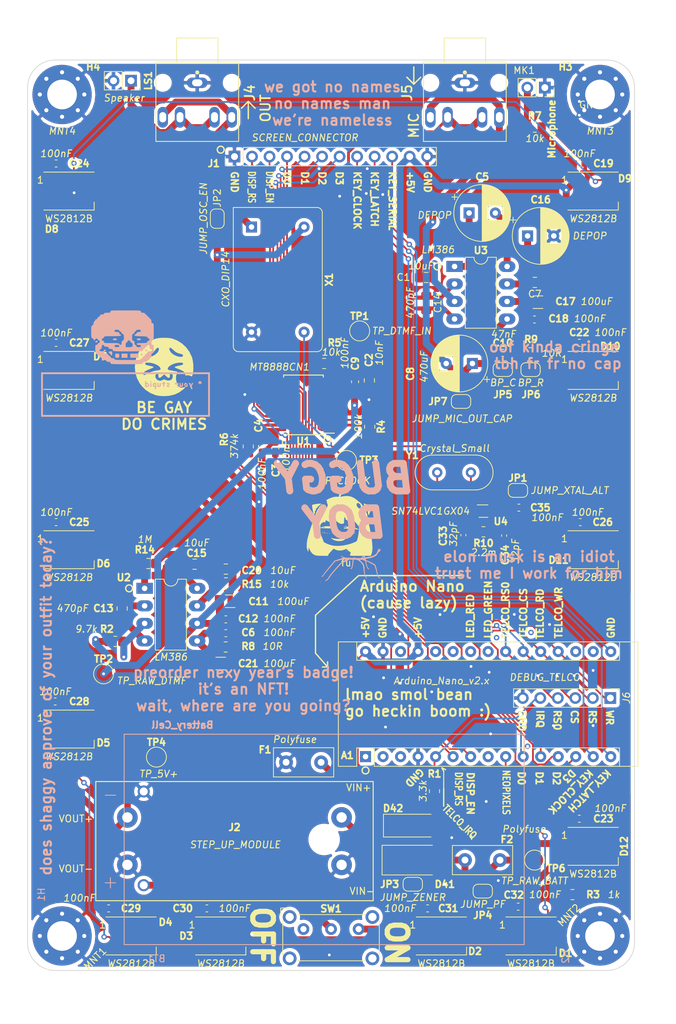
<source format=kicad_pcb>
(kicad_pcb (version 20171130) (host pcbnew 5.1.9+dfsg1-1)
  (layers (0 F.Cu signal) (31 B.Cu signal) (34 B.Paste user) (35 F.Paste user) (36 B.SilkS user) (37 F.SilkS user) (38 B.Mask user) (39 F.Mask user) (44 Edge.Cuts user))
  (net 0 "")
  (net 1 +5V)
  (net 2 GND)
  (net 3 /DISP_RS)
  (net 4 /DISP_EN)
  (net 5 /D0)
  (net 6 /D1)
  (net 7 /D2)
  (net 8 /D3)
  (net 9 /KEY_CLOCK)
  (net 10 /KEY_LATCH)
  (net 11 /KEY_SER)
  (net 12 "Net-(R4-Pad1)")
  (net 13 "Net-(R6-Pad1)")
  (net 14 /TELCO_WR)
  (net 15 /TELCO_RD)
  (net 16 /TELCO_IRQ)
  (net 17 /TELCO_CS)
  (net 18 /TELCO_RS0)
  (net 19 "Net-(C1-Pad1)")
  (net 20 /DTMF_OUT)
  (net 21 "Net-(C4-Pad2)")
  (net 22 "Net-(C5-Pad1)")
  (net 23 "Net-(C5-Pad2)")
  (net 24 "Net-(C6-Pad2)")
  (net 25 "Net-(C10-Pad2)")
  (net 26 "Net-(C10-Pad1)")
  (net 27 "Net-(U1-Pad1)")
  (net 28 "Net-(D1-Pad2)")
  (net 29 "Net-(D2-Pad2)")
  (net 30 "Net-(C2-Pad2)")
  (net 31 "Net-(C21-Pad2)")
  (net 32 "Net-(C15-Pad2)")
  (net 33 "Net-(C15-Pad1)")
  (net 34 "Net-(C16-Pad1)")
  (net 35 "Net-(C20-Pad2)")
  (net 36 "Net-(R14-Pad1)")
  (net 37 "Net-(R15-Pad2)")
  (net 38 "Net-(C13-Pad1)")
  (net 39 "Net-(C13-Pad2)")
  (net 40 "Net-(C14-Pad2)")
  (net 41 "Net-(C14-Pad1)")
  (net 42 "Net-(D3-Pad2)")
  (net 43 "Net-(D10-Pad2)")
  (net 44 "Net-(D10-Pad4)")
  (net 45 "Net-(D4-Pad2)")
  (net 46 "Net-(D5-Pad2)")
  (net 47 "Net-(D6-Pad2)")
  (net 48 "Net-(D7-Pad2)")
  (net 49 "Net-(D8-Pad2)")
  (net 50 "Net-(D11-Pad2)")
  (net 51 "Net-(D12-Pad2)")
  (net 52 "Net-(JP2-Pad1)")
  (net 53 "Net-(BT1-Pad1)")
  (net 54 "Net-(C21-Pad1)")
  (net 55 "Net-(C1-Pad2)")
  (net 56 "Net-(J4-Pad4)")
  (net 57 /NEOPIXEL)
  (net 58 "Net-(C8-Pad2)")
  (net 59 "Net-(D41-Pad1)")
  (net 60 "Net-(D41-Pad2)")
  (net 61 "Net-(D42-Pad2)")
  (net 62 "Net-(F2-Pad1)")
  (net 63 /DTMF_IN)
  (net 64 "Net-(R2-Pad2)")
  (net 65 "Net-(C33-Pad2)")
  (net 66 "Net-(C34-Pad2)")
  (net 67 /XTAL_ALT)
  (net 68 "Net-(JP1-Pad2)")
  (net 69 "Net-(A1-Pad1)")
  (net 70 "Net-(A1-Pad17)")
  (net 71 "Net-(A1-Pad2)")
  (net 72 "Net-(A1-Pad18)")
  (net 73 "Net-(A1-Pad3)")
  (net 74 "Net-(A1-Pad23)")
  (net 75 "Net-(A1-Pad8)")
  (net 76 "Net-(A1-Pad24)")
  (net 77 "Net-(A1-Pad25)")
  (net 78 "Net-(A1-Pad26)")
  (net 79 "Net-(A1-Pad28)")
  (net 80 "Net-(SW1-Pad1)")
  (net 81 "Net-(U1-Pad7)")
  (net 82 "Net-(U1-Pad8)")
  (net 83 "Net-(U1-Pad9)")
  (net 84 "Net-(U1-Pad16)")
  (net 85 "Net-(U1-Pad17)")
  (net 86 "Net-(U4-Pad1)")
  (module buggyboy:nugg (layer B.Cu) (at 151 103.2 180)
    (fp_text reference G*** hide)
    (fp_text value LOGO hide)
  )
  (module buggyboy:text (layer B.Cu) (at 118.2 78.5 180)
    (fp_text reference G*** hide)
    (fp_text value LOGO hide)
  )
  (module buggyboy:smug_sans (layer B.Cu) (at 117.8 70.2 180)
    (fp_text reference G*** hide)
    (fp_text value LOGO hide)
  )
  (module buggyboy:uwu (layer F.Cu) (at 123.8 74.5)
    (fp_text reference G*** hide)
    (fp_text value LOGO hide)
  )
  (module buggyboy:anya (layer F.Cu) (at 149.4 96.8)
    (fp_text reference G*** hide)
    (fp_text value LOGO hide)
  )
  (module buggyboy:SSOP-24_5.3x8.2mm_P0.65mm-HandSolder (layer F.Cu) (at 144 80 180)
    (fp_text reference U1 (at 0 -5.25) (layer F.SilkS) (effects (font (thickness 0.25))))
    (fp_text value MT8888CN1 (at 3.5 5.5) (layer F.SilkS) (effects (font (thickness 0.15) italic)))
    (pad 1 smd rect (at -4 -3.575 180) (size 3 0.45) (layers F.Cu F.Paste F.Mask) (net 27 "Net-(U1-Pad1)"))
    (pad 2 smd rect (at -4 -2.925 180) (size 3 0.45) (layers F.Cu F.Paste F.Mask) (net 63 /DTMF_IN))
    (pad 3 smd rect (at -4 -2.275 180) (size 3 0.45) (layers F.Cu F.Paste F.Mask) (net 12 "Net-(R4-Pad1)"))
    (pad 4 smd rect (at -4 -1.625 180) (size 3 0.45) (layers F.Cu F.Paste F.Mask) (net 27 "Net-(U1-Pad1)"))
    (pad 5 smd rect (at -4 -0.975 180) (size 3 0.45) (layers F.Cu F.Paste F.Mask) (net 2 GND))
    (pad 6 smd rect (at -4 -0.325 180) (size 3 0.45) (layers F.Cu F.Paste F.Mask) (net 68 "Net-(JP1-Pad2)"))
    (pad 7 smd rect (at -4 0.325 180) (size 3 0.45) (layers F.Cu F.Paste F.Mask) (net 81 "Net-(U1-Pad7)"))
    (pad 8 smd rect (at -4 0.975 180) (size 3 0.45) (layers F.Cu F.Paste F.Mask) (net 82 "Net-(U1-Pad8)"))
    (pad 9 smd rect (at -4 1.625 180) (size 3 0.45) (layers F.Cu F.Paste F.Mask) (net 83 "Net-(U1-Pad9)"))
    (pad 10 smd rect (at -4 2.275 180) (size 3 0.45) (layers F.Cu F.Paste F.Mask) (net 30 "Net-(C2-Pad2)"))
    (pad 11 smd rect (at -4 2.925 180) (size 3 0.45) (layers F.Cu F.Paste F.Mask) (net 14 /TELCO_WR))
    (pad 12 smd rect (at -4 3.575 180) (size 3 0.45) (layers F.Cu F.Paste F.Mask) (net 17 /TELCO_CS))
    (pad 13 smd rect (at 4 3.575 180) (size 3 0.45) (layers F.Cu F.Paste F.Mask) (net 18 /TELCO_RS0))
    (pad 14 smd rect (at 4 2.925 180) (size 3 0.45) (layers F.Cu F.Paste F.Mask) (net 15 /TELCO_RD))
    (pad 15 smd rect (at 4 2.275 180) (size 3 0.45) (layers F.Cu F.Paste F.Mask) (net 16 /TELCO_IRQ))
    (pad 16 smd rect (at 4 1.625 180) (size 3 0.45) (layers F.Cu F.Paste F.Mask) (net 84 "Net-(U1-Pad16)"))
    (pad 17 smd rect (at 4 0.975 180) (size 3 0.45) (layers F.Cu F.Paste F.Mask) (net 85 "Net-(U1-Pad17)"))
    (pad 18 smd rect (at 4 0.325 180) (size 3 0.45) (layers F.Cu F.Paste F.Mask) (net 5 /D0))
    (pad 19 smd rect (at 4 -0.325 180) (size 3 0.45) (layers F.Cu F.Paste F.Mask) (net 6 /D1))
    (pad 20 smd rect (at 4 -0.975 180) (size 3 0.45) (layers F.Cu F.Paste F.Mask) (net 7 /D2))
    (pad 21 smd rect (at 4 -1.625 180) (size 3 0.45) (layers F.Cu F.Paste F.Mask) (net 8 /D3))
    (pad 22 smd rect (at 4 -2.275 180) (size 3 0.45) (layers F.Cu F.Paste F.Mask) (net 13 "Net-(R6-Pad1)"))
    (pad 23 smd rect (at 4 -2.925 180) (size 3 0.45) (layers F.Cu F.Paste F.Mask) (net 21 "Net-(C4-Pad2)"))
    (pad 24 smd rect (at 4 -3.575 180) (size 3 0.45) (layers F.Cu F.Paste F.Mask) (net 1 +5V))
  )
  (module NetTie:NetTie-2_SMD_Pad0.5mm (layer F.Cu) (at 115.97 108.73 180)
    (fp_text reference NT1 hide)
    (fp_text value Net-Tie_2 hide)
    (fp_poly (pts (xy -0.5 -0.25) (xy 0.5 -0.25) (xy 0.5 0.25) (xy -0.5 0.25)) (layer F.Cu) (width 0))
    (pad 1 smd circle (at -0.5 0 180) (size 0.5 0.5) (layers F.Cu) (net 38 "Net-(C13-Pad1)"))
    (pad 2 smd circle (at 0.5 0 180) (size 0.5 0.5) (layers F.Cu) (net 2 GND))
  )
  (module Capacitor_SMD:C_0603_1608Metric_Pad1.08x0.95mm_HandSolder (layer F.Cu) (at 184 71 180)
    (fp_text reference C22 (at 0 1.5) (layer F.SilkS) (effects (font (thickness 0.25))))
    (fp_text value 100nF (at -4.5 1.5) (layer F.SilkS) (effects (font (thickness 0.15) italic)))
    (pad 2 smd roundrect (at 0.8625 0 180) (size 1.075 0.95) (layers F.Cu F.Paste F.Mask) (net 1 +5V))
    (pad 1 smd roundrect (at -0.8625 0 180) (size 1.075 0.95) (layers F.Cu F.Paste F.Mask) (net 2 GND))
  )
  (module Capacitor_THT:CP_Radial_D8.0mm_P3.80mm (layer F.Cu) (at 168.5 74 180)
    (fp_text reference C8 (at 9 -1.5 90) (layer F.SilkS) (effects (font (thickness 0.25))))
    (fp_text value 470uF (at 7 -0.5 90) (layer F.SilkS) (effects (font (thickness 0.15) italic)))
    (pad 1 thru_hole rect (at 0 0 180) (size 1.6 1.6) (drill 0.8) (layers *.Cu *.Mask) (net 26 "Net-(C10-Pad1)"))
    (pad 2 thru_hole circle (at 3.8 0 180) (size 1.6 1.6) (drill 0.8) (layers *.Cu *.Mask) (net 58 "Net-(C8-Pad2)"))
  )
  (module buggyboy:MT3608_MODULE (layer F.Cu) (at 134 143.25 180)
    (fp_text reference J2 (at 0 2 180) (layer F.SilkS) (effects (font (thickness 0.25))))
    (fp_text value Conn_01x04 hide)
    (fp_text user VIN- (at -18.5 -7.25 180) (layer F.SilkS))
    (fp_text user VIN+ (at -18 7.75 180) (layer F.SilkS))
    (fp_text user VOUT+ (at 23 3.25 180) (layer F.SilkS))
    (fp_text user VOUT- (at 23 -4 180) (layer F.SilkS))
    (pad 4 thru_hole circle (at -15.53 -3.44 180) (size 3 3) (drill 1.5) (layers *.Cu *.Mask) (net 2 GND))
    (pad 3 thru_hole circle (at -15.53 3.44 180) (size 3 3) (drill 1.5) (layers *.Cu *.Mask) (net 59 "Net-(D41-Pad1)"))
    (pad 2 thru_hole circle (at 15.53 3.44 180) (size 3 3) (drill 1.5) (layers *.Cu *.Mask) (net 1 +5V))
    (pad 1 thru_hole circle (at 15.53 -3.44 180) (size 3 3) (drill 1.5) (layers *.Cu *.Mask) (net 2 GND))
  )
  (module NetTie:NetTie-2_SMD_Pad0.5mm (layer F.Cu) (at 115.97 110.31 180)
    (fp_text reference NT2 hide)
    (fp_text value Net-Tie_2 hide)
    (fp_poly (pts (xy -0.5 -0.25) (xy 0.5 -0.25) (xy 0.5 0.25) (xy -0.5 0.25)) (layer F.Cu) (width 0))
    (pad 2 smd circle (at 0.5 0 180) (size 0.5 0.5) (layers F.Cu) (net 2 GND))
    (pad 1 smd circle (at -0.5 0 180) (size 0.5 0.5) (layers F.Cu) (net 39 "Net-(C13-Pad2)"))
  )
  (module NetTie:NetTie-2_SMD_Pad0.5mm (layer F.Cu) (at 160.09 66.02 180)
    (fp_text reference NT4 hide)
    (fp_text value Net-Tie_2 hide)
    (fp_poly (pts (xy -0.5 -0.25) (xy 0.5 -0.25) (xy 0.5 0.25) (xy -0.5 0.25)) (layer F.Cu) (width 0))
    (pad 2 smd circle (at 0.5 0 180) (size 0.5 0.5) (layers F.Cu) (net 2 GND))
    (pad 1 smd circle (at -0.5 0 180) (size 0.5 0.5) (layers F.Cu) (net 40 "Net-(C14-Pad2)"))
  )
  (module Connector_PinHeader_2.54mm:PinHeader_1x12_P2.54mm_Vertical (layer F.Cu) (at 134 44 90)
    (fp_text reference J1 (at -1 -3 180) (layer F.SilkS) (effects (font (thickness 0.25))))
    (fp_text value SCREEN_CONNECTOR (at 2.74 10.21 180) (layer F.SilkS) (effects (font (thickness 0.15) italic)))
    (pad 1 thru_hole rect (at 0 0 90) (size 1.7 1.7) (drill 1) (layers *.Cu *.Mask) (net 2 GND))
    (pad 2 thru_hole oval (at 0 2.54 90) (size 1.7 1.7) (drill 1) (layers *.Cu *.Mask) (net 3 /DISP_RS))
    (pad 3 thru_hole oval (at 0 5.08 90) (size 1.7 1.7) (drill 1) (layers *.Cu *.Mask) (net 4 /DISP_EN))
    (pad 4 thru_hole oval (at 0 7.62 90) (size 1.7 1.7) (drill 1) (layers *.Cu *.Mask) (net 5 /D0))
    (pad 5 thru_hole oval (at 0 10.16 90) (size 1.7 1.7) (drill 1) (layers *.Cu *.Mask) (net 6 /D1))
    (pad 6 thru_hole oval (at 0 12.7 90) (size 1.7 1.7) (drill 1) (layers *.Cu *.Mask) (net 7 /D2))
    (pad 7 thru_hole oval (at 0 15.24 90) (size 1.7 1.7) (drill 1) (layers *.Cu *.Mask) (net 8 /D3))
    (pad 8 thru_hole oval (at 0 17.78 90) (size 1.7 1.7) (drill 1) (layers *.Cu *.Mask) (net 9 /KEY_CLOCK))
    (pad 9 thru_hole oval (at 0 20.32 90) (size 1.7 1.7) (drill 1) (layers *.Cu *.Mask) (net 10 /KEY_LATCH))
    (pad 10 thru_hole oval (at 0 22.86 90) (size 1.7 1.7) (drill 1) (layers *.Cu *.Mask) (net 11 /KEY_SER))
    (pad 11 thru_hole oval (at 0 25.4 90) (size 1.7 1.7) (drill 1) (layers *.Cu *.Mask) (net 1 +5V))
    (pad 12 thru_hole oval (at 0 27.94 90) (size 1.7 1.7) (drill 1) (layers *.Cu *.Mask) (net 2 GND))
  )
  (module Module:Arduino_Nano (layer F.Cu) (at 153 131 90)
    (fp_text reference A1 (at 0.19 -2.632 180) (layer F.SilkS) (effects (font (thickness 0.25))))
    (fp_text value Arduino_Nano_v2.x (at 11 11 180) (layer F.SilkS) (effects (font (thickness 0.15) italic)))
    (pad 1 thru_hole rect (at 0 0 90) (size 1.6 1.6) (drill 0.8) (layers *.Cu *.Mask) (net 69 "Net-(A1-Pad1)"))
    (pad 17 thru_hole oval (at 15.24 33.02 90) (size 1.6 1.6) (drill 0.8) (layers *.Cu *.Mask) (net 70 "Net-(A1-Pad17)"))
    (pad 2 thru_hole oval (at 0 2.54 90) (size 1.6 1.6) (drill 0.8) (layers *.Cu *.Mask) (net 71 "Net-(A1-Pad2)"))
    (pad 18 thru_hole oval (at 15.24 30.48 90) (size 1.6 1.6) (drill 0.8) (layers *.Cu *.Mask) (net 72 "Net-(A1-Pad18)"))
    (pad 3 thru_hole oval (at 0 5.08 90) (size 1.6 1.6) (drill 0.8) (layers *.Cu *.Mask) (net 73 "Net-(A1-Pad3)"))
    (pad 19 thru_hole oval (at 15.24 27.94 90) (size 1.6 1.6) (drill 0.8) (layers *.Cu *.Mask) (net 14 /TELCO_WR))
    (pad 4 thru_hole oval (at 0 7.62 90) (size 1.6 1.6) (drill 0.8) (layers *.Cu *.Mask) (net 2 GND))
    (pad 20 thru_hole oval (at 15.24 25.4 90) (size 1.6 1.6) (drill 0.8) (layers *.Cu *.Mask) (net 15 /TELCO_RD))
    (pad 5 thru_hole oval (at 0 10.16 90) (size 1.6 1.6) (drill 0.8) (layers *.Cu *.Mask) (net 16 /TELCO_IRQ))
    (pad 21 thru_hole oval (at 15.24 22.86 90) (size 1.6 1.6) (drill 0.8) (layers *.Cu *.Mask) (net 17 /TELCO_CS))
    (pad 6 thru_hole oval (at 0 12.7 90) (size 1.6 1.6) (drill 0.8) (layers *.Cu *.Mask) (net 3 /DISP_RS))
    (pad 22 thru_hole oval (at 15.24 20.32 90) (size 1.6 1.6) (drill 0.8) (layers *.Cu *.Mask) (net 18 /TELCO_RS0))
    (pad 7 thru_hole oval (at 0 15.24 90) (size 1.6 1.6) (drill 0.8) (layers *.Cu *.Mask) (net 4 /DISP_EN))
    (pad 23 thru_hole oval (at 15.24 17.78 90) (size 1.6 1.6) (drill 0.8) (layers *.Cu *.Mask) (net 74 "Net-(A1-Pad23)"))
    (pad 8 thru_hole oval (at 0 17.78 90) (size 1.6 1.6) (drill 0.8) (layers *.Cu *.Mask) (net 75 "Net-(A1-Pad8)"))
    (pad 24 thru_hole oval (at 15.24 15.24 90) (size 1.6 1.6) (drill 0.8) (layers *.Cu *.Mask) (net 76 "Net-(A1-Pad24)"))
    (pad 9 thru_hole oval (at 0 20.32 90) (size 1.6 1.6) (drill 0.8) (layers *.Cu *.Mask) (net 57 /NEOPIXEL))
    (pad 25 thru_hole oval (at 15.24 12.7 90) (size 1.6 1.6) (drill 0.8) (layers *.Cu *.Mask) (net 77 "Net-(A1-Pad25)"))
    (pad 10 thru_hole oval (at 0 22.86 90) (size 1.6 1.6) (drill 0.8) (layers *.Cu *.Mask) (net 5 /D0))
    (pad 26 thru_hole oval (at 15.24 10.16 90) (size 1.6 1.6) (drill 0.8) (layers *.Cu *.Mask) (net 78 "Net-(A1-Pad26)"))
    (pad 11 thru_hole oval (at 0 25.4 90) (size 1.6 1.6) (drill 0.8) (layers *.Cu *.Mask) (net 6 /D1))
    (pad 27 thru_hole oval (at 15.24 7.62 90) (size 1.6 1.6) (drill 0.8) (layers *.Cu *.Mask) (net 1 +5V))
    (pad 12 thru_hole oval (at 0 27.94 90) (size 1.6 1.6) (drill 0.8) (layers *.Cu *.Mask) (net 7 /D2))
    (pad 28 thru_hole oval (at 15.24 5.08 90) (size 1.6 1.6) (drill 0.8) (layers *.Cu *.Mask) (net 79 "Net-(A1-Pad28)"))
    (pad 13 thru_hole oval (at 0 30.48 90) (size 1.6 1.6) (drill 0.8) (layers *.Cu *.Mask) (net 8 /D3))
    (pad 29 thru_hole oval (at 15.24 2.54 90) (size 1.6 1.6) (drill 0.8) (layers *.Cu *.Mask) (net 2 GND))
    (pad 14 thru_hole oval (at 0 33.02 90) (size 1.6 1.6) (drill 0.8) (layers *.Cu *.Mask) (net 9 /KEY_CLOCK))
    (pad 30 thru_hole oval (at 15.24 0 90) (size 1.6 1.6) (drill 0.8) (layers *.Cu *.Mask) (net 1 +5V))
    (pad 15 thru_hole oval (at 0 35.56 90) (size 1.6 1.6) (drill 0.8) (layers *.Cu *.Mask) (net 10 /KEY_LATCH))
    (pad 16 thru_hole oval (at 15.24 35.56 90) (size 1.6 1.6) (drill 0.8) (layers *.Cu *.Mask) (net 11 /KEY_SER))
  )
  (module Package_DIP:DIP-8_W7.62mm_LongPads (layer F.Cu) (at 120.97 106.6)
    (fp_text reference U2 (at -3.02 -1.57) (layer F.SilkS) (effects (font (thickness 0.25))))
    (fp_text value LM386 (at 3.81 9.95) (layer F.SilkS) (effects (font (thickness 0.15) italic)))
    (pad 8 thru_hole oval (at 7.62 0) (size 2.4 1.6) (drill 0.8) (layers *.Cu *.Mask) (net 32 "Net-(C15-Pad2)"))
    (pad 4 thru_hole oval (at 0 7.62) (size 2.4 1.6) (drill 0.8) (layers *.Cu *.Mask) (net 39 "Net-(C13-Pad2)"))
    (pad 7 thru_hole oval (at 7.62 2.54) (size 2.4 1.6) (drill 0.8) (layers *.Cu *.Mask) (net 37 "Net-(R15-Pad2)"))
    (pad 3 thru_hole oval (at 0 5.08) (size 2.4 1.6) (drill 0.8) (layers *.Cu *.Mask) (net 64 "Net-(R2-Pad2)"))
    (pad 6 thru_hole oval (at 7.62 5.08) (size 2.4 1.6) (drill 0.8) (layers *.Cu *.Mask) (net 1 +5V))
    (pad 2 thru_hole oval (at 0 2.54) (size 2.4 1.6) (drill 0.8) (layers *.Cu *.Mask) (net 38 "Net-(C13-Pad1)"))
    (pad 5 thru_hole oval (at 7.62 7.62) (size 2.4 1.6) (drill 0.8) (layers *.Cu *.Mask) (net 31 "Net-(C21-Pad2)"))
    (pad 1 thru_hole rect (at 0 0) (size 2.4 1.6) (drill 0.8) (layers *.Cu *.Mask) (net 36 "Net-(R14-Pad1)"))
  )
  (module Package_DIP:DIP-8_W7.62mm_LongPads (layer F.Cu) (at 165.91 59.93)
    (fp_text reference U3 (at 3.81 -2.33) (layer F.SilkS) (effects (font (thickness 0.25))))
    (fp_text value LM386 (at -2.41 -2.43) (layer F.SilkS) (effects (font (thickness 0.15) italic)))
    (pad 1 thru_hole rect (at 0 0) (size 2.4 1.6) (drill 0.8) (layers *.Cu *.Mask) (net 22 "Net-(C5-Pad1)"))
    (pad 5 thru_hole oval (at 7.62 7.62) (size 2.4 1.6) (drill 0.8) (layers *.Cu *.Mask) (net 26 "Net-(C10-Pad1)"))
    (pad 2 thru_hole oval (at 0 2.54) (size 2.4 1.6) (drill 0.8) (layers *.Cu *.Mask) (net 41 "Net-(C14-Pad1)"))
    (pad 6 thru_hole oval (at 7.62 5.08) (size 2.4 1.6) (drill 0.8) (layers *.Cu *.Mask) (net 1 +5V))
    (pad 3 thru_hole oval (at 0 5.08) (size 2.4 1.6) (drill 0.8) (layers *.Cu *.Mask) (net 19 "Net-(C1-Pad1)"))
    (pad 7 thru_hole oval (at 7.62 2.54) (size 2.4 1.6) (drill 0.8) (layers *.Cu *.Mask) (net 34 "Net-(C16-Pad1)"))
    (pad 4 thru_hole oval (at 0 7.62) (size 2.4 1.6) (drill 0.8) (layers *.Cu *.Mask) (net 40 "Net-(C14-Pad2)"))
    (pad 8 thru_hole oval (at 7.62 0) (size 2.4 1.6) (drill 0.8) (layers *.Cu *.Mask) (net 23 "Net-(C5-Pad2)"))
  )
  (module Button_Switch_THT:SW_E-Switch_EG1224_SPDT_Angled (layer F.Cu) (at 144 156)
    (fp_text reference SW1 (at 4 -2.95) (layer F.SilkS) (effects (font (thickness 0.25))))
    (fp_text value SW_SPDT hide)
    (pad "" thru_hole circle (at -2 -1.75) (size 2 2) (drill 1.2) (layers *.Cu *.Mask))
    (pad "" thru_hole circle (at 10 -1.75) (size 2 2) (drill 1.2) (layers *.Cu *.Mask))
    (pad "" thru_hole circle (at 10 4.25) (size 2 2) (drill 1.2) (layers *.Cu *.Mask))
    (pad "" thru_hole circle (at -2 4.25) (size 2 2) (drill 1.2) (layers *.Cu *.Mask))
    (pad 1 thru_hole circle (at 0 0) (size 1.7 1.7) (drill 0.9) (layers *.Cu *.Mask) (net 80 "Net-(SW1-Pad1)"))
    (pad 2 thru_hole circle (at 4 0) (size 1.7 1.7) (drill 0.9) (layers *.Cu *.Mask) (net 53 "Net-(BT1-Pad1)"))
    (pad 3 thru_hole circle (at 8 0) (size 1.7 1.7) (drill 0.9) (layers *.Cu *.Mask) (net 62 "Net-(F2-Pad1)"))
  )
  (module Connector_PinHeader_2.54mm:PinHeader_1x06_P2.54mm_Vertical (layer F.Cu) (at 188.5 122.5 270)
    (fp_text reference J6 (at 0 -2.33 270) (layer F.SilkS) (effects (font (thickness 0.15) italic)))
    (fp_text value DEBUG_TELCO (at -3 9.5) (layer F.SilkS) (effects (font (thickness 0.15) italic)))
    (pad 1 thru_hole rect (at 0 0 270) (size 1.7 1.7) (drill 1) (layers *.Cu *.Mask) (net 14 /TELCO_WR))
    (pad 2 thru_hole oval (at 0 2.54 270) (size 1.7 1.7) (drill 1) (layers *.Cu *.Mask) (net 15 /TELCO_RD))
    (pad 3 thru_hole oval (at 0 5.08 270) (size 1.7 1.7) (drill 1) (layers *.Cu *.Mask) (net 17 /TELCO_CS))
    (pad 4 thru_hole oval (at 0 7.62 270) (size 1.7 1.7) (drill 1) (layers *.Cu *.Mask) (net 18 /TELCO_RS0))
    (pad 5 thru_hole oval (at 0 10.16 270) (size 1.7 1.7) (drill 1) (layers *.Cu *.Mask) (net 16 /TELCO_IRQ))
    (pad 6 thru_hole oval (at 0 12.7 270) (size 1.7 1.7) (drill 1) (layers *.Cu *.Mask) (net 2 GND))
  )
  (module NetTie:NetTie-2_SMD_Pad0.5mm (layer F.Cu) (at 160.08 64.45 180)
    (fp_text reference NT3 hide)
    (fp_text value Net-Tie_2 hide)
    (fp_poly (pts (xy -0.5 -0.25) (xy 0.5 -0.25) (xy 0.5 0.25) (xy -0.5 0.25)) (layer F.Cu) (width 0))
    (pad 1 smd circle (at -0.5 0 180) (size 0.5 0.5) (layers F.Cu) (net 41 "Net-(C14-Pad1)"))
    (pad 2 smd circle (at 0.5 0 180) (size 0.5 0.5) (layers F.Cu) (net 2 GND))
  )
  (module LED_SMD:LED_WS2812B_PLCC4_5.0x5.0mm_P3.2mm (layer F.Cu) (at 186 49)
    (fp_text reference D9 (at 4.61 -1.806) (layer F.SilkS) (effects (font (thickness 0.25))))
    (fp_text value WS2812B (at 0 4) (layer F.SilkS) (effects (font (thickness 0.15) italic)))
    (fp_text user 1 (at -4.15 -1.6) (layer F.SilkS))
    (pad 1 smd rect (at -2.45 -1.6) (size 1.5 1) (layers F.Cu F.Paste F.Mask) (net 1 +5V))
    (pad 2 smd rect (at -2.45 1.6) (size 1.5 1) (layers F.Cu F.Paste F.Mask) (net 44 "Net-(D10-Pad4)"))
    (pad 4 smd rect (at 2.45 -1.6) (size 1.5 1) (layers F.Cu F.Paste F.Mask) (net 49 "Net-(D8-Pad2)"))
    (pad 3 smd rect (at 2.45 1.6) (size 1.5 1) (layers F.Cu F.Paste F.Mask) (net 2 GND))
  )
  (module LED_SMD:LED_WS2812B_PLCC4_5.0x5.0mm_P3.2mm (layer F.Cu) (at 164 157)
    (fp_text reference D2 (at 4.88 2.22) (layer F.SilkS) (effects (font (thickness 0.25))))
    (fp_text value WS2812B (at 0 4) (layer F.SilkS))
    (fp_text user 1 (at -4.15 -1.6) (layer F.SilkS))
    (pad 3 smd rect (at 2.45 1.6) (size 1.5 1) (layers F.Cu F.Paste F.Mask) (net 2 GND))
    (pad 4 smd rect (at 2.45 -1.6) (size 1.5 1) (layers F.Cu F.Paste F.Mask) (net 28 "Net-(D1-Pad2)"))
    (pad 2 smd rect (at -2.45 1.6) (size 1.5 1) (layers F.Cu F.Paste F.Mask) (net 29 "Net-(D2-Pad2)"))
    (pad 1 smd rect (at -2.45 -1.6) (size 1.5 1) (layers F.Cu F.Paste F.Mask) (net 1 +5V))
  )
  (module LED_SMD:LED_WS2812B_PLCC4_5.0x5.0mm_P3.2mm (layer F.Cu) (at 110 101)
    (fp_text reference D6 (at 5 2) (layer F.SilkS) (effects (font (thickness 0.25))))
    (fp_text value WS2812B (at 0 4) (layer F.SilkS) (effects (font (thickness 0.15) italic)))
    (fp_text user 1 (at -4.15 -1.6) (layer F.SilkS))
    (pad 1 smd rect (at -2.45 -1.6) (size 1.5 1) (layers F.Cu F.Paste F.Mask) (net 1 +5V))
    (pad 2 smd rect (at -2.45 1.6) (size 1.5 1) (layers F.Cu F.Paste F.Mask) (net 47 "Net-(D6-Pad2)"))
    (pad 4 smd rect (at 2.45 -1.6) (size 1.5 1) (layers F.Cu F.Paste F.Mask) (net 46 "Net-(D5-Pad2)"))
    (pad 3 smd rect (at 2.45 1.6) (size 1.5 1) (layers F.Cu F.Paste F.Mask) (net 2 GND))
  )
  (module LED_SMD:LED_WS2812B_PLCC4_5.0x5.0mm_P3.2mm (layer F.Cu) (at 186 75)
    (fp_text reference D10 (at 2.5 -3.5) (layer F.SilkS) (effects (font (thickness 0.25))))
    (fp_text value WS2812B (at 0 4) (layer F.SilkS) (effects (font (thickness 0.15) italic)))
    (fp_text user 1 (at -4.15 -1.6) (layer F.SilkS))
    (pad 3 smd rect (at 2.45 1.6) (size 1.5 1) (layers F.Cu F.Paste F.Mask) (net 2 GND))
    (pad 4 smd rect (at 2.45 -1.6) (size 1.5 1) (layers F.Cu F.Paste F.Mask) (net 44 "Net-(D10-Pad4)"))
    (pad 2 smd rect (at -2.45 1.6) (size 1.5 1) (layers F.Cu F.Paste F.Mask) (net 43 "Net-(D10-Pad2)"))
    (pad 1 smd rect (at -2.45 -1.6) (size 1.5 1) (layers F.Cu F.Paste F.Mask) (net 1 +5V))
  )
  (module LED_SMD:LED_WS2812B_PLCC4_5.0x5.0mm_P3.2mm (layer F.Cu) (at 132 157)
    (fp_text reference D3 (at -5 0) (layer F.SilkS) (effects (font (thickness 0.25))))
    (fp_text value WS2812B (at 0 4) (layer F.SilkS) (effects (font (thickness 0.15) italic)))
    (fp_text user 1 (at -4.15 -1.6) (layer F.SilkS))
    (pad 1 smd rect (at -2.45 -1.6) (size 1.5 1) (layers F.Cu F.Paste F.Mask) (net 1 +5V))
    (pad 2 smd rect (at -2.45 1.6) (size 1.5 1) (layers F.Cu F.Paste F.Mask) (net 42 "Net-(D3-Pad2)"))
    (pad 4 smd rect (at 2.45 -1.6) (size 1.5 1) (layers F.Cu F.Paste F.Mask) (net 29 "Net-(D2-Pad2)"))
    (pad 3 smd rect (at 2.45 1.6) (size 1.5 1) (layers F.Cu F.Paste F.Mask) (net 2 GND))
  )
  (module LED_SMD:LED_WS2812B_PLCC4_5.0x5.0mm_P3.2mm (layer F.Cu) (at 110 75)
    (fp_text reference D7 (at 4.5 -2) (layer F.SilkS) (effects (font (thickness 0.25))))
    (fp_text value WS2812B (at 0 4) (layer F.SilkS) (effects (font (thickness 0.15) italic)))
    (fp_text user 1 (at -4.15 -1.6) (layer F.SilkS))
    (pad 3 smd rect (at 2.45 1.6) (size 1.5 1) (layers F.Cu F.Paste F.Mask) (net 2 GND))
    (pad 4 smd rect (at 2.45 -1.6) (size 1.5 1) (layers F.Cu F.Paste F.Mask) (net 47 "Net-(D6-Pad2)"))
    (pad 2 smd rect (at -2.45 1.6) (size 1.5 1) (layers F.Cu F.Paste F.Mask) (net 48 "Net-(D7-Pad2)"))
    (pad 1 smd rect (at -2.45 -1.6) (size 1.5 1) (layers F.Cu F.Paste F.Mask) (net 1 +5V))
  )
  (module LED_SMD:LED_WS2812B_PLCC4_5.0x5.0mm_P3.2mm (layer F.Cu) (at 186 101)
    (fp_text reference D11 (at -5 1.5) (layer F.SilkS) (effects (font (thickness 0.25))))
    (fp_text value WS2812B (at 0 4) (layer F.SilkS) (effects (font (thickness 0.15) italic)))
    (fp_text user 1 (at -4.15 -1.6) (layer F.SilkS))
    (pad 1 smd rect (at -2.45 -1.6) (size 1.5 1) (layers F.Cu F.Paste F.Mask) (net 1 +5V))
    (pad 2 smd rect (at -2.45 1.6) (size 1.5 1) (layers F.Cu F.Paste F.Mask) (net 50 "Net-(D11-Pad2)"))
    (pad 4 smd rect (at 2.45 -1.6) (size 1.5 1) (layers F.Cu F.Paste F.Mask) (net 43 "Net-(D10-Pad2)"))
    (pad 3 smd rect (at 2.45 1.6) (size 1.5 1) (layers F.Cu F.Paste F.Mask) (net 2 GND))
  )
  (module LED_SMD:LED_WS2812B_PLCC4_5.0x5.0mm_P3.2mm (layer F.Cu) (at 119 157)
    (fp_text reference D4 (at 5 -2) (layer F.SilkS) (effects (font (thickness 0.25))))
    (fp_text value WS2812B (at 0 4) (layer F.SilkS) (effects (font (thickness 0.15) italic)))
    (fp_text user 1 (at -4.15 -1.6) (layer F.SilkS))
    (pad 1 smd rect (at -2.45 -1.6) (size 1.5 1) (layers F.Cu F.Paste F.Mask) (net 1 +5V))
    (pad 2 smd rect (at -2.45 1.6) (size 1.5 1) (layers F.Cu F.Paste F.Mask) (net 45 "Net-(D4-Pad2)"))
    (pad 4 smd rect (at 2.45 -1.6) (size 1.5 1) (layers F.Cu F.Paste F.Mask) (net 42 "Net-(D3-Pad2)"))
    (pad 3 smd rect (at 2.45 1.6) (size 1.5 1) (layers F.Cu F.Paste F.Mask) (net 2 GND))
  )
  (module LED_SMD:LED_WS2812B_PLCC4_5.0x5.0mm_P3.2mm (layer F.Cu) (at 110 49)
    (fp_text reference D8 (at -2.5 5.5) (layer F.SilkS) (effects (font (thickness 0.25))))
    (fp_text value WS2812B (at 0 4) (layer F.SilkS))
    (fp_text user 1 (at -4.15 -1.6) (layer F.SilkS))
    (pad 3 smd rect (at 2.45 1.6) (size 1.5 1) (layers F.Cu F.Paste F.Mask) (net 2 GND))
    (pad 4 smd rect (at 2.45 -1.6) (size 1.5 1) (layers F.Cu F.Paste F.Mask) (net 48 "Net-(D7-Pad2)"))
    (pad 2 smd rect (at -2.45 1.6) (size 1.5 1) (layers F.Cu F.Paste F.Mask) (net 49 "Net-(D8-Pad2)"))
    (pad 1 smd rect (at -2.45 -1.6) (size 1.5 1) (layers F.Cu F.Paste F.Mask) (net 1 +5V))
  )
  (module LED_SMD:LED_WS2812B_PLCC4_5.0x5.0mm_P3.2mm (layer F.Cu) (at 186 144)
    (fp_text reference D12 (at 4.5 0 90) (layer F.SilkS) (effects (font (thickness 0.25))))
    (fp_text value WS2812B (at 0 4) (layer F.SilkS))
    (fp_text user 1 (at -4.15 -1.6) (layer F.SilkS))
    (pad 3 smd rect (at 2.45 1.6) (size 1.5 1) (layers F.Cu F.Paste F.Mask) (net 2 GND))
    (pad 4 smd rect (at 2.45 -1.6) (size 1.5 1) (layers F.Cu F.Paste F.Mask) (net 50 "Net-(D11-Pad2)"))
    (pad 2 smd rect (at -2.45 1.6) (size 1.5 1) (layers F.Cu F.Paste F.Mask) (net 51 "Net-(D12-Pad2)"))
    (pad 1 smd rect (at -2.45 -1.6) (size 1.5 1) (layers F.Cu F.Paste F.Mask) (net 1 +5V))
  )
  (module MountingHole:MountingHole_4.3mm_M4_Pad_Via (layer B.Cu) (at 109 157 270)
    (fp_text reference H1 (at -6 3 270) (layer B.SilkS) (effects (justify mirror)))
    (fp_text value MNT1 (at 3.274 -4.792 45) (layer F.SilkS))
    (pad 1 thru_hole circle (at 0 0 270) (size 8.6 8.6) (drill 4.3) (layers *.Cu *.Mask) (net 2 GND))
    (pad 1 thru_hole circle (at 3.225 0 270) (size 0.9 0.9) (drill 0.6) (layers *.Cu *.Mask) (net 2 GND))
    (pad 1 thru_hole circle (at 2.280419 -2.280419 270) (size 0.9 0.9) (drill 0.6) (layers *.Cu *.Mask) (net 2 GND))
    (pad 1 thru_hole circle (at 0 -3.225 270) (size 0.9 0.9) (drill 0.6) (layers *.Cu *.Mask) (net 2 GND))
    (pad 1 thru_hole circle (at -2.280419 -2.280419 270) (size 0.9 0.9) (drill 0.6) (layers *.Cu *.Mask) (net 2 GND))
    (pad 1 thru_hole circle (at -3.225 0 270) (size 0.9 0.9) (drill 0.6) (layers *.Cu *.Mask) (net 2 GND))
    (pad 1 thru_hole circle (at -2.280419 2.280419 270) (size 0.9 0.9) (drill 0.6) (layers *.Cu *.Mask) (net 2 GND))
    (pad 1 thru_hole circle (at 0 3.225 270) (size 0.9 0.9) (drill 0.6) (layers *.Cu *.Mask) (net 2 GND))
    (pad 1 thru_hole circle (at 2.280419 2.280419 270) (size 0.9 0.9) (drill 0.6) (layers *.Cu *.Mask) (net 2 GND))
  )
  (module MountingHole:MountingHole_4.3mm_M4_Pad_Via (layer B.Cu) (at 187 157 270)
    (fp_text reference H2 (at 3 5 270) (layer B.SilkS) (effects (justify mirror)))
    (fp_text value MNT2 (at -3 4.5 225) (layer F.SilkS))
    (pad 1 thru_hole circle (at 2.280419 2.280419 270) (size 0.9 0.9) (drill 0.6) (layers *.Cu *.Mask) (net 2 GND))
    (pad 1 thru_hole circle (at 0 3.225 270) (size 0.9 0.9) (drill 0.6) (layers *.Cu *.Mask) (net 2 GND))
    (pad 1 thru_hole circle (at -2.280419 2.280419 270) (size 0.9 0.9) (drill 0.6) (layers *.Cu *.Mask) (net 2 GND))
    (pad 1 thru_hole circle (at -3.225 0 270) (size 0.9 0.9) (drill 0.6) (layers *.Cu *.Mask) (net 2 GND))
    (pad 1 thru_hole circle (at -2.280419 -2.280419 270) (size 0.9 0.9) (drill 0.6) (layers *.Cu *.Mask) (net 2 GND))
    (pad 1 thru_hole circle (at 0 -3.225 270) (size 0.9 0.9) (drill 0.6) (layers *.Cu *.Mask) (net 2 GND))
    (pad 1 thru_hole circle (at 2.280419 -2.280419 270) (size 0.9 0.9) (drill 0.6) (layers *.Cu *.Mask) (net 2 GND))
    (pad 1 thru_hole circle (at 3.225 0 270) (size 0.9 0.9) (drill 0.6) (layers *.Cu *.Mask) (net 2 GND))
    (pad 1 thru_hole circle (at 0 0 270) (size 8.6 8.6) (drill 4.3) (layers *.Cu *.Mask) (net 2 GND))
  )
  (module TestPoint:TestPoint_Pad_D2.5mm (layer F.Cu) (at 152.15 69.28)
    (fp_text reference TP1 (at 0 -2.148) (layer F.SilkS) (effects (font (thickness 0.25))))
    (fp_text value TP_DTMF_IN (at 6.09 0) (layer F.SilkS) (effects (font (thickness 0.15) italic)))
    (pad 1 smd circle (at 0 0) (size 2.5 2.5) (layers F.Cu F.Mask) (net 63 /DTMF_IN))
  )
  (module TestPoint:TestPoint_Pad_D2.5mm (layer F.Cu) (at 150.24 88.06)
    (fp_text reference TP3 (at 3.26 -0.06) (layer F.SilkS) (effects (font (thickness 0.25))))
    (fp_text value TP_CLOCK (at -0.24 2.94) (layer F.SilkS) (effects (font (thickness 0.15) italic)))
    (pad 1 smd circle (at 0 0) (size 2.5 2.5) (layers F.Cu F.Mask) (net 68 "Net-(JP1-Pad2)"))
  )
  (module TestPoint:TestPoint_Pad_D2.5mm (layer F.Cu) (at 122.682 131.064)
    (fp_text reference TP4 (at 0 -2.148) (layer F.SilkS) (effects (font (thickness 0.25))))
    (fp_text value TP_5V+ (at 0.318 2.436) (layer F.SilkS) (effects (font (thickness 0.15) italic)))
    (pad 1 smd circle (at 0 0) (size 2.5 2.5) (layers F.Cu F.Mask) (net 1 +5V))
  )
  (module TestPoint:TestPoint_Pad_D2.5mm (layer F.Cu) (at 177.5 146)
    (fp_text reference TP6 (at 3.122 1.2) (layer F.SilkS) (effects (font (thickness 0.25))))
    (fp_text value TP_RAW_BATT (at 0 3) (layer F.SilkS) (effects (font (thickness 0.15) italic)))
    (pad 1 smd circle (at 0 0) (size 2.5 2.5) (layers F.Cu F.Mask) (net 62 "Net-(F2-Pad1)"))
  )
  (module Fuse:Fuse_Littelfuse_395Series (layer F.Cu) (at 146.558 131.826 180)
    (fp_text reference F1 (at 8.128 1.826 180) (layer F.SilkS) (effects (font (thickness 0.25))))
    (fp_text value Polyfuse (at 3.81 3.326 180) (layer F.SilkS) (effects (font (thickness 0.15) italic)))
    (pad 1 thru_hole circle (at 0 0 180) (size 2 2) (drill 1) (layers *.Cu *.Mask) (net 61 "Net-(D42-Pad2)"))
    (pad 2 thru_hole circle (at 5.08 0.01 180) (size 2 2) (drill 1) (layers *.Cu *.Mask) (net 2 GND))
  )
  (module Connector_PinSocket_2.54mm:PinSocket_1x02_P2.54mm_Vertical (layer F.Cu) (at 119 33 270)
    (fp_text reference LS1 (at 0 -2.5 270) (layer F.SilkS) (effects (font (thickness 0.25))))
    (fp_text value Speaker (at 2.5 1) (layer F.SilkS) (effects (font (thickness 0.15) italic)))
    (pad 1 thru_hole rect (at 0 0 270) (size 1.7 1.7) (drill 1) (layers *.Cu *.Mask) (net 56 "Net-(J4-Pad4)"))
    (pad 2 thru_hole oval (at 0 2.54 270) (size 1.7 1.7) (drill 1) (layers *.Cu *.Mask) (net 2 GND))
  )
  (module Connector_PinSocket_2.54mm:PinSocket_1x02_P2.54mm_Vertical (layer F.Cu) (at 179 34 270)
    (fp_text reference MK1 (at -2.5 3) (layer F.SilkS))
    (fp_text value Microphone (at 6 -1 90) (layer F.SilkS) (effects (font (thickness 0.25))))
    (pad 2 thru_hole oval (at 0 2.54 270) (size 1.7 1.7) (drill 1) (layers *.Cu *.Mask) (net 55 "Net-(C1-Pad2)"))
    (pad 1 thru_hole rect (at 0 0 270) (size 1.7 1.7) (drill 1) (layers *.Cu *.Mask) (net 2 GND))
  )
  (module buggyboy:BatteryHolder_BC2AAPC (layer B.Cu) (at 147 143)
    (fp_text reference BT1 (at -24.365 17.285) (layer B.SilkS) (effects (justify mirror)))
    (fp_text value Battery_Cell (at -20.555 -16.595) (layer B.SilkS) (effects (font (thickness 0.25)) (justify mirror)))
    (pad 1 thru_hole circle (at -26.16 6.64) (size 1.755 1.755) (drill 1.17) (layers *.Cu *.Mask) (net 53 "Net-(BT1-Pad1)"))
    (pad 2 thru_hole circle (at -26.16 -6.95) (size 1.755 1.755) (drill 1.17) (layers *.Cu *.Mask) (net 2 GND))
    (pad None np_thru_hole circle (at 0 0.01) (size 3.56 3.56) (drill 3.56) (layers *.Cu *.Mask))
  )
  (module Capacitor_SMD:C_0805_2012Metric_Pad1.18x1.45mm_HandSolder (layer F.Cu) (at 161.7925 61.53 180)
    (fp_text reference C1 (at 3.2925 0.03) (layer F.SilkS))
    (fp_text value 10uF (at 0.7925 1.68) (layer F.SilkS) (effects (font (thickness 0.15) italic)))
    (pad 2 smd roundrect (at 1.0375 0 180) (size 1.175 1.45) (layers F.Cu F.Paste F.Mask) (roundrect_rratio 0.212766) (net 55 "Net-(C1-Pad2)"))
    (pad 1 smd roundrect (at -1.0375 0 180) (size 1.175 1.45) (layers F.Cu F.Paste F.Mask) (roundrect_rratio 0.212766) (net 19 "Net-(C1-Pad1)"))
  )
  (module Capacitor_SMD:C_0805_2012Metric_Pad1.18x1.45mm_HandSolder (layer F.Cu) (at 153.56 76.45 90)
    (fp_text reference C2 (at 2.95 -0.06 90) (layer F.SilkS) (effects (font (thickness 0.25))))
    (fp_text value 10nF (at 3.95 1.44 90) (layer F.SilkS) (effects (font (thickness 0.15) italic)))
    (pad 1 smd roundrect (at -1.0375 0 90) (size 1.175 1.45) (layers F.Cu F.Paste F.Mask) (roundrect_rratio 0.212766) (net 2 GND))
    (pad 2 smd roundrect (at 1.0375 0 90) (size 1.175 1.45) (layers F.Cu F.Paste F.Mask) (roundrect_rratio 0.212766) (net 30 "Net-(C2-Pad2)"))
  )
  (module Capacitor_SMD:C_0603_1608Metric_Pad1.08x0.95mm_HandSolder (layer F.Cu) (at 139.92 86.25 270)
    (fp_text reference C3 (at 3.25 -0.08 90) (layer F.SilkS) (effects (font (thickness 0.25))))
    (fp_text value 100nF (at 1.25 -1.58 90) (layer F.SilkS) (effects (font (thickness 0.15) italic)))
    (pad 1 smd roundrect (at -0.8625 0 270) (size 1.075 0.95) (layers F.Cu F.Paste F.Mask) (net 1 +5V))
    (pad 2 smd roundrect (at 0.8625 0 270) (size 1.075 0.95) (layers F.Cu F.Paste F.Mask) (net 2 GND))
  )
  (module Capacitor_SMD:C_0603_1608Metric_Pad1.08x0.95mm_HandSolder (layer F.Cu) (at 138 86 90)
    (fp_text reference C4 (at 3 -0.5 90) (layer F.SilkS) (effects (font (thickness 0.25))))
    (fp_text value 100nF (at -4 0 90) (layer F.SilkS) (effects (font (thickness 0.15) italic)))
    (pad 2 smd roundrect (at 0.8625 0 90) (size 1.075 0.95) (layers F.Cu F.Paste F.Mask) (net 21 "Net-(C4-Pad2)"))
    (pad 1 smd roundrect (at -0.8625 0 90) (size 1.075 0.95) (layers F.Cu F.Paste F.Mask) (net 1 +5V))
  )
  (module Capacitor_THT:CP_Radial_D8.0mm_P3.80mm (layer F.Cu) (at 168.02 52.18)
    (fp_text reference C5 (at 1.9 -5.25) (layer F.SilkS) (effects (font (thickness 0.25))))
    (fp_text value DEPOP (at -5.02 0.32) (layer F.SilkS) (effects (font (thickness 0.15) italic)))
    (pad 2 thru_hole circle (at 3.8 0) (size 1.6 1.6) (drill 0.8) (layers *.Cu *.Mask) (net 23 "Net-(C5-Pad2)"))
    (pad 1 thru_hole rect (at 0 0) (size 1.6 1.6) (drill 0.8) (layers *.Cu *.Mask) (net 22 "Net-(C5-Pad1)"))
  )
  (module Capacitor_SMD:C_0603_1608Metric_Pad1.08x0.95mm_HandSolder (layer F.Cu) (at 132.745 113.1)
    (fp_text reference C6 (at 3.255 -0.1) (layer F.SilkS) (effects (font (thickness 0.25))))
    (fp_text value 100nF (at 7.755 -0.1) (layer F.SilkS) (effects (font (thickness 0.15) italic)))
    (pad 1 smd roundrect (at -0.8625 0) (size 1.075 0.95) (layers F.Cu F.Paste F.Mask) (net 31 "Net-(C21-Pad2)"))
    (pad 2 smd roundrect (at 0.8625 0) (size 1.075 0.95) (layers F.Cu F.Paste F.Mask) (net 24 "Net-(C6-Pad2)"))
  )
  (module Capacitor_SMD:C_0603_1608Metric_Pad1.08x0.95mm_HandSolder (layer F.Cu) (at 151.48 76.6475 90)
    (fp_text reference C9 (at 2.6475 0.02 90) (layer F.SilkS) (effects (font (thickness 0.25))))
    (fp_text value 100nF (at 4.1475 -1.48 90) (layer F.SilkS) (effects (font (thickness 0.15) italic)))
    (pad 2 smd roundrect (at 0.8625 0 90) (size 1.075 0.95) (layers F.Cu F.Paste F.Mask) (net 30 "Net-(C2-Pad2)"))
    (pad 1 smd roundrect (at -0.8625 0 90) (size 1.075 0.95) (layers F.Cu F.Paste F.Mask) (net 20 /DTMF_OUT))
  )
  (module Capacitor_SMD:C_1206_3216Metric_Pad1.33x1.80mm_HandSolder (layer F.Cu) (at 133.37 108.47)
    (fp_text reference C11 (at 4.13 0.03) (layer F.SilkS) (effects (font (thickness 0.25))))
    (fp_text value 100uF (at 9.13 0.03) (layer F.SilkS) (effects (font (thickness 0.15) italic)))
    (pad 1 smd roundrect (at -1.5625 0) (size 1.325 1.8) (layers F.Cu F.Paste F.Mask) (roundrect_rratio 0.188679) (net 1 +5V))
    (pad 2 smd roundrect (at 1.5625 0) (size 1.325 1.8) (layers F.Cu F.Paste F.Mask) (roundrect_rratio 0.188679) (net 2 GND))
  )
  (module Capacitor_SMD:C_0603_1608Metric_Pad1.08x0.95mm_HandSolder (layer F.Cu) (at 132.745 111.1)
    (fp_text reference C12 (at 3.255 -0.1) (layer F.SilkS) (effects (font (thickness 0.25))))
    (fp_text value 100nF (at 7.755 -0.1) (layer F.SilkS) (effects (font (thickness 0.15) italic)))
    (pad 1 smd roundrect (at -0.8625 0) (size 1.075 0.95) (layers F.Cu F.Paste F.Mask) (net 1 +5V))
    (pad 2 smd roundrect (at 0.8625 0) (size 1.075 0.95) (layers F.Cu F.Paste F.Mask) (net 2 GND))
  )
  (module Capacitor_SMD:C_0805_2012Metric_Pad1.18x1.45mm_HandSolder (layer F.Cu) (at 117.71 109.52 270)
    (fp_text reference C13 (at -0.02 2.71 180) (layer F.SilkS) (effects (font (thickness 0.25))))
    (fp_text value 470pF (at -0.02 7.21 180) (layer F.SilkS) (effects (font (thickness 0.15) italic)))
    (pad 2 smd roundrect (at 1.0375 0 270) (size 1.175 1.45) (layers F.Cu F.Paste F.Mask) (roundrect_rratio 0.212766) (net 39 "Net-(C13-Pad2)"))
    (pad 1 smd roundrect (at -1.0375 0 270) (size 1.175 1.45) (layers F.Cu F.Paste F.Mask) (roundrect_rratio 0.212766) (net 38 "Net-(C13-Pad1)"))
  )
  (module Capacitor_SMD:C_0805_2012Metric_Pad1.18x1.45mm_HandSolder (layer F.Cu) (at 161.81 65.23 270)
    (fp_text reference C14 (at 0 -1.68 90) (layer F.SilkS))
    (fp_text value 470pF (at 0 2.31 90) (layer F.SilkS) (effects (font (thickness 0.15) italic)))
    (pad 2 smd roundrect (at 1.0375 0 270) (size 1.175 1.45) (layers F.Cu F.Paste F.Mask) (roundrect_rratio 0.212766) (net 40 "Net-(C14-Pad2)"))
    (pad 1 smd roundrect (at -1.0375 0 270) (size 1.175 1.45) (layers F.Cu F.Paste F.Mask) (roundrect_rratio 0.212766) (net 41 "Net-(C14-Pad1)"))
  )
  (module Capacitor_SMD:C_0805_2012Metric_Pad1.18x1.45mm_HandSolder (layer F.Cu) (at 128.22 103.1 180)
    (fp_text reference C15 (at -0.28 1.6) (layer F.SilkS) (effects (font (thickness 0.25))))
    (fp_text value 10uF (at -0.28 3.1) (layer F.SilkS) (effects (font (thickness 0.15) italic)))
    (pad 1 smd roundrect (at -1.0375 0 180) (size 1.175 1.45) (layers F.Cu F.Paste F.Mask) (roundrect_rratio 0.212766) (net 33 "Net-(C15-Pad1)"))
    (pad 2 smd roundrect (at 1.0375 0 180) (size 1.175 1.45) (layers F.Cu F.Paste F.Mask) (roundrect_rratio 0.212766) (net 32 "Net-(C15-Pad2)"))
  )
  (module Capacitor_THT:CP_Radial_D8.0mm_P3.80mm (layer F.Cu) (at 176.5 55.5)
    (fp_text reference C16 (at 1.9 -5.25) (layer F.SilkS) (effects (font (thickness 0.25))))
    (fp_text value DEPOP (at 9 0) (layer F.SilkS) (effects (font (thickness 0.15) italic)))
    (pad 1 thru_hole rect (at 0 0) (size 1.6 1.6) (drill 0.8) (layers *.Cu *.Mask) (net 34 "Net-(C16-Pad1)"))
    (pad 2 thru_hole circle (at 3.8 0) (size 1.6 1.6) (drill 0.8) (layers *.Cu *.Mask) (net 2 GND))
  )
  (module Capacitor_SMD:C_1206_3216Metric_Pad1.33x1.80mm_HandSolder (layer F.Cu) (at 178 65.11 180)
    (fp_text reference C17 (at -4 0.11) (layer F.SilkS) (effects (font (thickness 0.25))))
    (fp_text value 100uF (at -8.5 0.11) (layer F.SilkS) (effects (font (thickness 0.15) italic)))
    (pad 1 smd roundrect (at -1.5625 0 180) (size 1.325 1.8) (layers F.Cu F.Paste F.Mask) (roundrect_rratio 0.188679) (net 2 GND))
    (pad 2 smd roundrect (at 1.5625 0 180) (size 1.325 1.8) (layers F.Cu F.Paste F.Mask) (roundrect_rratio 0.188679) (net 1 +5V))
  )
  (module Capacitor_SMD:C_0603_1608Metric_Pad1.08x0.95mm_HandSolder (layer F.Cu) (at 177.495 67.62 180)
    (fp_text reference C18 (at -3.505 0.12) (layer F.SilkS) (effects (font (thickness 0.25))))
    (fp_text value 100nF (at -8.005 0.12) (layer F.SilkS) (effects (font (thickness 0.15) italic)))
    (pad 2 smd roundrect (at 0.8625 0 180) (size 1.075 0.95) (layers F.Cu F.Paste F.Mask) (net 1 +5V))
    (pad 1 smd roundrect (at -0.8625 0 180) (size 1.075 0.95) (layers F.Cu F.Paste F.Mask) (net 2 GND))
  )
  (module Capacitor_SMD:C_0603_1608Metric_Pad1.08x0.95mm_HandSolder (layer F.Cu) (at 184 45 180)
    (fp_text reference C19 (at -3.5 0) (layer F.SilkS) (effects (font (thickness 0.25))))
    (fp_text value 100nF (at 0 1.43) (layer F.SilkS) (effects (font (thickness 0.15) italic)))
    (pad 2 smd roundrect (at 0.8625 0 180) (size 1.075 0.95) (layers F.Cu F.Paste F.Mask) (net 1 +5V))
    (pad 1 smd roundrect (at -0.8625 0 180) (size 1.075 0.95) (layers F.Cu F.Paste F.Mask) (net 2 GND))
  )
  (module Capacitor_SMD:C_0805_2012Metric_Pad1.18x1.45mm_HandSolder (layer F.Cu) (at 132.75 103.81)
    (fp_text reference C20 (at 3.75 0.19) (layer F.SilkS) (effects (font (thickness 0.25))))
    (fp_text value 10uF (at 8.25 0.19) (layer F.SilkS) (effects (font (thickness 0.15) italic)))
    (pad 1 smd roundrect (at -1.0375 0) (size 1.175 1.45) (layers F.Cu F.Paste F.Mask) (roundrect_rratio 0.212766) (net 2 GND))
    (pad 2 smd roundrect (at 1.0375 0) (size 1.175 1.45) (layers F.Cu F.Paste F.Mask) (roundrect_rratio 0.212766) (net 35 "Net-(C20-Pad2)"))
  )
  (module Capacitor_SMD:C_1206_3216Metric_Pad1.33x1.80mm_HandSolder (layer F.Cu) (at 132 117.5 180)
    (fp_text reference C21 (at -4 0) (layer F.SilkS) (effects (font (thickness 0.25))))
    (fp_text value 100uF (at -8.5 0) (layer F.SilkS) (effects (font (thickness 0.15) italic)))
    (pad 2 smd roundrect (at 1.5625 0 180) (size 1.325 1.8) (layers F.Cu F.Paste F.Mask) (roundrect_rratio 0.188679) (net 31 "Net-(C21-Pad2)"))
    (pad 1 smd roundrect (at -1.5625 0 180) (size 1.325 1.8) (layers F.Cu F.Paste F.Mask) (roundrect_rratio 0.188679) (net 54 "Net-(C21-Pad1)"))
  )
  (module Capacitor_SMD:C_0603_1608Metric_Pad1.08x0.95mm_HandSolder (layer F.Cu) (at 184 140 180)
    (fp_text reference C23 (at -3.5 0) (layer F.SilkS) (effects (font (thickness 0.25))))
    (fp_text value 100nF (at -4.5 1.5) (layer F.SilkS) (effects (font (thickness 0.15) italic)))
    (pad 2 smd roundrect (at 0.8625 0 180) (size 1.075 0.95) (layers F.Cu F.Paste F.Mask) (net 1 +5V))
    (pad 1 smd roundrect (at -0.8625 0 180) (size 1.075 0.95) (layers F.Cu F.Paste F.Mask) (net 2 GND))
  )
  (module Capacitor_SMD:C_0603_1608Metric_Pad1.08x0.95mm_HandSolder (layer F.Cu) (at 108.1375 45 180)
    (fp_text reference C24 (at -3.3625 0) (layer F.SilkS) (effects (font (thickness 0.25))))
    (fp_text value 100nF (at 0 1.43) (layer F.SilkS) (effects (font (thickness 0.15) italic)))
    (pad 1 smd roundrect (at -0.8625 0 180) (size 1.075 0.95) (layers F.Cu F.Paste F.Mask) (net 2 GND))
    (pad 2 smd roundrect (at 0.8625 0 180) (size 1.075 0.95) (layers F.Cu F.Paste F.Mask) (net 1 +5V))
  )
  (module Capacitor_SMD:C_0603_1608Metric_Pad1.08x0.95mm_HandSolder (layer F.Cu) (at 108.1375 97 180)
    (fp_text reference C25 (at -3.3625 0) (layer F.SilkS) (effects (font (thickness 0.25))))
    (fp_text value 100nF (at 0 1.43) (layer F.SilkS) (effects (font (thickness 0.15) italic)))
    (pad 1 smd roundrect (at -0.8625 0 180) (size 1.075 0.95) (layers F.Cu F.Paste F.Mask) (net 2 GND))
    (pad 2 smd roundrect (at 0.8625 0 180) (size 1.075 0.95) (layers F.Cu F.Paste F.Mask) (net 1 +5V))
  )
  (module Capacitor_SMD:C_0603_1608Metric_Pad1.08x0.95mm_HandSolder (layer F.Cu) (at 184.1375 97 180)
    (fp_text reference C26 (at -3.2625 0) (layer F.SilkS) (effects (font (thickness 0.25))))
    (fp_text value 100nF (at -1.0625 1.43) (layer F.SilkS) (effects (font (thickness 0.15) italic)))
    (pad 1 smd roundrect (at -0.8625 0 180) (size 1.075 0.95) (layers F.Cu F.Paste F.Mask) (net 2 GND))
    (pad 2 smd roundrect (at 0.8625 0 180) (size 1.075 0.95) (layers F.Cu F.Paste F.Mask) (net 1 +5V))
  )
  (module Capacitor_SMD:C_0603_1608Metric_Pad1.08x0.95mm_HandSolder (layer F.Cu) (at 108.1375 71 180)
    (fp_text reference C27 (at -3.3625 0) (layer F.SilkS) (effects (font (thickness 0.25))))
    (fp_text value 100nF (at 0 1.43) (layer F.SilkS) (effects (font (thickness 0.15) italic)))
    (pad 1 smd roundrect (at -0.8625 0 180) (size 1.075 0.95) (layers F.Cu F.Paste F.Mask) (net 2 GND))
    (pad 2 smd roundrect (at 0.8625 0 180) (size 1.075 0.95) (layers F.Cu F.Paste F.Mask) (net 1 +5V))
  )
  (module Capacitor_SMD:C_0603_1608Metric_Pad1.08x0.95mm_HandSolder (layer F.Cu) (at 108 123 180)
    (fp_text reference C28 (at -3.5 0) (layer F.SilkS) (effects (font (thickness 0.25))))
    (fp_text value 100nF (at 0 1.43) (layer F.SilkS) (effects (font (thickness 0.15) italic)))
    (pad 1 smd roundrect (at -0.8625 0 180) (size 1.075 0.95) (layers F.Cu F.Paste F.Mask) (net 2 GND))
    (pad 2 smd roundrect (at 0.8625 0 180) (size 1.075 0.95) (layers F.Cu F.Paste F.Mask) (net 1 +5V))
  )
  (module Capacitor_SMD:C_0603_1608Metric_Pad1.08x0.95mm_HandSolder (layer F.Cu) (at 115.75 153 180)
    (fp_text reference C29 (at -3.25 0) (layer F.SilkS) (effects (font (thickness 0.25))))
    (fp_text value 100nF (at 4.25 1.5) (layer F.SilkS) (effects (font (thickness 0.15) italic)))
    (pad 1 smd roundrect (at -0.8625 0 180) (size 1.075 0.95) (layers F.Cu F.Paste F.Mask) (net 2 GND))
    (pad 2 smd roundrect (at 0.8625 0 180) (size 1.075 0.95) (layers F.Cu F.Paste F.Mask) (net 1 +5V))
  )
  (module Capacitor_SMD:C_0603_1608Metric_Pad1.08x0.95mm_HandSolder (layer F.Cu) (at 130 153 180)
    (fp_text reference C30 (at 3.5 0) (layer F.SilkS) (effects (font (thickness 0.25))))
    (fp_text value 100nF (at -4 0) (layer F.SilkS) (effects (font (thickness 0.15) italic)))
    (pad 2 smd roundrect (at 0.8625 0 180) (size 1.075 0.95) (layers F.Cu F.Paste F.Mask) (net 1 +5V))
    (pad 1 smd roundrect (at -0.8625 0 180) (size 1.075 0.95) (layers F.Cu F.Paste F.Mask) (net 2 GND))
  )
  (module Capacitor_SMD:C_0603_1608Metric_Pad1.08x0.95mm_HandSolder (layer F.Cu) (at 162 153 180)
    (fp_text reference C31 (at -3 0) (layer F.SilkS) (effects (font (thickness 0.25))))
    (fp_text value 100nF (at 4 0) (layer F.SilkS) (effects (font (thickness 0.15) italic)))
    (pad 2 smd roundrect (at 0.8625 0 180) (size 1.075 0.95) (layers F.Cu F.Paste F.Mask) (net 1 +5V))
    (pad 1 smd roundrect (at -0.8625 0 180) (size 1.075 0.95) (layers F.Cu F.Paste F.Mask) (net 2 GND))
  )
  (module Capacitor_SMD:C_0603_1608Metric_Pad1.08x0.95mm_HandSolder (layer F.Cu) (at 175.1375 152.75 180)
    (fp_text reference C32 (at 0.6375 1.7) (layer F.SilkS) (effects (font (thickness 0.25))))
    (fp_text value 100nF (at -3.8625 1.75) (layer F.SilkS) (effects (font (thickness 0.15) italic)))
    (pad 2 smd roundrect (at 0.8625 0 180) (size 1.075 0.95) (layers F.Cu F.Paste F.Mask) (net 1 +5V))
    (pad 1 smd roundrect (at -0.8625 0 180) (size 1.075 0.95) (layers F.Cu F.Paste F.Mask) (net 2 GND))
  )
  (module LED_SMD:LED_WS2812B_PLCC4_5.0x5.0mm_P3.2mm (layer F.Cu) (at 177 157)
    (fp_text reference D1 (at 5 2.5) (layer F.SilkS) (effects (font (thickness 0.25))))
    (fp_text value WS2812B (at 0 4) (layer F.SilkS))
    (fp_text user 1 (at -4.15 -1.6) (layer F.SilkS))
    (pad 3 smd rect (at 2.45 1.6) (size 1.5 1) (layers F.Cu F.Paste F.Mask) (net 2 GND))
    (pad 4 smd rect (at 2.45 -1.6) (size 1.5 1) (layers F.Cu F.Paste F.Mask) (net 57 /NEOPIXEL))
    (pad 2 smd rect (at -2.45 1.6) (size 1.5 1) (layers F.Cu F.Paste F.Mask) (net 28 "Net-(D1-Pad2)"))
    (pad 1 smd rect (at -2.45 -1.6) (size 1.5 1) (layers F.Cu F.Paste F.Mask) (net 1 +5V))
  )
  (module LED_SMD:LED_WS2812B_PLCC4_5.0x5.0mm_P3.2mm (layer F.Cu) (at 110 127)
    (fp_text reference D5 (at 5 2) (layer F.SilkS) (effects (font (thickness 0.25))))
    (fp_text value WS2812B (at 0 4) (layer F.SilkS) (effects (font (thickness 0.15) italic)))
    (fp_text user 1 (at -4.15 -1.6) (layer F.SilkS))
    (pad 1 smd rect (at -2.45 -1.6) (size 1.5 1) (layers F.Cu F.Paste F.Mask) (net 1 +5V))
    (pad 2 smd rect (at -2.45 1.6) (size 1.5 1) (layers F.Cu F.Paste F.Mask) (net 46 "Net-(D5-Pad2)"))
    (pad 4 smd rect (at 2.45 -1.6) (size 1.5 1) (layers F.Cu F.Paste F.Mask) (net 45 "Net-(D4-Pad2)"))
    (pad 3 smd rect (at 2.45 1.6) (size 1.5 1) (layers F.Cu F.Paste F.Mask) (net 2 GND))
  )
  (module Diode_SMD:D_SMB_Handsoldering (layer F.Cu) (at 160 146)
    (fp_text reference D41 (at 4.5 3.5) (layer F.SilkS) (effects (font (thickness 0.25))))
    (fp_text value DZener hide)
    (pad 1 smd rect (at -2.7 0) (size 3.5 2.3) (layers F.Cu F.Paste F.Mask) (net 59 "Net-(D41-Pad1)"))
    (pad 2 smd rect (at 2.7 0) (size 3.5 2.3) (layers F.Cu F.Paste F.Mask) (net 60 "Net-(D41-Pad2)"))
  )
  (module Diode_SMD:D_SMA_Handsoldering (layer F.Cu) (at 160 141)
    (fp_text reference D42 (at -3 -2.5) (layer F.SilkS) (effects (font (thickness 0.25))))
    (fp_text value D hide)
    (pad 1 smd rect (at -2.5 0) (size 3.5 1.8) (layers F.Cu F.Paste F.Mask) (net 60 "Net-(D41-Pad2)"))
    (pad 2 smd rect (at 2.5 0) (size 3.5 1.8) (layers F.Cu F.Paste F.Mask) (net 61 "Net-(D42-Pad2)"))
  )
  (module Fuse:Fuse_Littelfuse_395Series (layer F.Cu) (at 172.5 146 180)
    (fp_text reference F2 (at -1 3) (layer F.SilkS) (effects (font (thickness 0.25))))
    (fp_text value Polyfuse (at -3.5 4.5) (layer F.SilkS) (effects (font (thickness 0.15) italic)))
    (pad 1 thru_hole circle (at 0 0 180) (size 2 2) (drill 1) (layers *.Cu *.Mask) (net 62 "Net-(F2-Pad1)"))
    (pad 2 thru_hole circle (at 5.08 0.01 180) (size 2 2) (drill 1) (layers *.Cu *.Mask) (net 60 "Net-(D41-Pad2)"))
  )
  (module MountingHole:MountingHole_4.3mm_M4_Pad_Via (layer F.Cu) (at 187 35)
    (fp_text reference H3 (at -5 -4) (layer F.SilkS) (effects (font (thickness 0.25))))
    (fp_text value MNT3 (at 0 5.3) (layer F.SilkS) (effects (font (thickness 0.15) italic)))
    (pad 1 thru_hole circle (at 0 0) (size 8.6 8.6) (drill 4.3) (layers *.Cu *.Mask) (net 2 GND))
    (pad 1 thru_hole circle (at 3.225 0) (size 0.9 0.9) (drill 0.6) (layers *.Cu *.Mask) (net 2 GND))
    (pad 1 thru_hole circle (at 2.280419 2.280419) (size 0.9 0.9) (drill 0.6) (layers *.Cu *.Mask) (net 2 GND))
    (pad 1 thru_hole circle (at 0 3.225) (size 0.9 0.9) (drill 0.6) (layers *.Cu *.Mask) (net 2 GND))
    (pad 1 thru_hole circle (at -2.280419 2.280419) (size 0.9 0.9) (drill 0.6) (layers *.Cu *.Mask) (net 2 GND))
    (pad 1 thru_hole circle (at -3.225 0) (size 0.9 0.9) (drill 0.6) (layers *.Cu *.Mask) (net 2 GND))
    (pad 1 thru_hole circle (at -2.280419 -2.280419) (size 0.9 0.9) (drill 0.6) (layers *.Cu *.Mask) (net 2 GND))
    (pad 1 thru_hole circle (at 0 -3.225) (size 0.9 0.9) (drill 0.6) (layers *.Cu *.Mask) (net 2 GND))
    (pad 1 thru_hole circle (at 2.280419 -2.280419) (size 0.9 0.9) (drill 0.6) (layers *.Cu *.Mask) (net 2 GND))
  )
  (module MountingHole:MountingHole_4.3mm_M4_Pad_Via (layer F.Cu) (at 109 35)
    (fp_text reference H4 (at 4.5 -4) (layer F.SilkS) (effects (font (thickness 0.25))))
    (fp_text value MNT4 (at 0 5.3) (layer F.SilkS) (effects (font (thickness 0.15) italic)))
    (pad 1 thru_hole circle (at 2.280419 -2.280419) (size 0.9 0.9) (drill 0.6) (layers *.Cu *.Mask) (net 2 GND))
    (pad 1 thru_hole circle (at 0 -3.225) (size 0.9 0.9) (drill 0.6) (layers *.Cu *.Mask) (net 2 GND))
    (pad 1 thru_hole circle (at -2.280419 -2.280419) (size 0.9 0.9) (drill 0.6) (layers *.Cu *.Mask) (net 2 GND))
    (pad 1 thru_hole circle (at -3.225 0) (size 0.9 0.9) (drill 0.6) (layers *.Cu *.Mask) (net 2 GND))
    (pad 1 thru_hole circle (at -2.280419 2.280419) (size 0.9 0.9) (drill 0.6) (layers *.Cu *.Mask) (net 2 GND))
    (pad 1 thru_hole circle (at 0 3.225) (size 0.9 0.9) (drill 0.6) (layers *.Cu *.Mask) (net 2 GND))
    (pad 1 thru_hole circle (at 2.280419 2.280419) (size 0.9 0.9) (drill 0.6) (layers *.Cu *.Mask) (net 2 GND))
    (pad 1 thru_hole circle (at 3.225 0) (size 0.9 0.9) (drill 0.6) (layers *.Cu *.Mask) (net 2 GND))
    (pad 1 thru_hole circle (at 0 0) (size 8.6 8.6) (drill 4.3) (layers *.Cu *.Mask) (net 2 GND))
  )
  (module buggyboy:CUI_SJ1-3545N (layer F.Cu) (at 128.6 33.3 270)
    (fp_text reference J4 (at 1.446885 -7.628995 270) (layer F.SilkS) (effects (font (size 1.401835 1.401835) (thickness 0.25))))
    (fp_text value OUT (at 3.7 -9.9 270) (layer F.SilkS) (effects (font (size 1.401764 1.401764) (thickness 0.25))))
    (pad 1 thru_hole oval (at 0 0 270) (size 1.508 3.016) (drill oval 1 1.5) (layers *.Cu *.Mask) (net 2 GND))
    (pad 2 thru_hole oval (at 5 5 270) (size 3.016 1.508) (drill oval 1.5 1) (layers *.Cu *.Mask) (net 54 "Net-(C21-Pad1)"))
    (pad 3 thru_hole oval (at 5 -5 270) (size 3.016 1.508) (drill oval 1.5 1) (layers *.Cu *.Mask) (net 54 "Net-(C21-Pad1)"))
    (pad None np_thru_hole circle (at 5 0 270) (size 1.6 1.6) (drill 1.6) (layers *.Cu *.Mask))
    (pad None np_thru_hole circle (at 0 5 270) (size 1.6 1.6) (drill 1.6) (layers *.Cu *.Mask))
    (pad None np_thru_hole circle (at 0 -5 270) (size 1.6 1.6) (drill 1.6) (layers *.Cu *.Mask))
    (pad 4 thru_hole oval (at 5 2.5 270) (size 3.016 1.508) (drill oval 1.5 1) (layers *.Cu *.Mask) (net 56 "Net-(J4-Pad4)"))
    (pad 5 thru_hole oval (at 5 -2.5 270) (size 3.016 1.508) (drill oval 1.5 1) (layers *.Cu *.Mask) (net 56 "Net-(J4-Pad4)"))
  )
  (module buggyboy:CUI_SJ1-3545N (layer F.Cu) (at 167.4 33.3 270)
    (fp_text reference J5 (at 1.446885 8.371005 270) (layer F.SilkS) (effects (font (size 1.401835 1.401835) (thickness 0.25))))
    (fp_text value MIC (at 6.2 7.4 270) (layer F.SilkS) (effects (font (size 1.401764 1.401764) (thickness 0.25))))
    (pad 5 thru_hole oval (at 5 -2.5 270) (size 3.016 1.508) (drill oval 1.5 1) (layers *.Cu *.Mask) (net 63 /DTMF_IN))
    (pad 4 thru_hole oval (at 5 2.5 270) (size 3.016 1.508) (drill oval 1.5 1) (layers *.Cu *.Mask) (net 63 /DTMF_IN))
    (pad None np_thru_hole circle (at 0 -5 270) (size 1.6 1.6) (drill 1.6) (layers *.Cu *.Mask))
    (pad None np_thru_hole circle (at 0 5 270) (size 1.6 1.6) (drill 1.6) (layers *.Cu *.Mask))
    (pad None np_thru_hole circle (at 5 0 270) (size 1.6 1.6) (drill 1.6) (layers *.Cu *.Mask))
    (pad 3 thru_hole oval (at 5 -5 270) (size 3.016 1.508) (drill oval 1.5 1) (layers *.Cu *.Mask) (net 58 "Net-(C8-Pad2)"))
    (pad 2 thru_hole oval (at 5 5 270) (size 3.016 1.508) (drill oval 1.5 1) (layers *.Cu *.Mask) (net 58 "Net-(C8-Pad2)"))
    (pad 1 thru_hole oval (at 0 0 270) (size 1.508 3.016) (drill oval 1 1.5) (layers *.Cu *.Mask) (net 2 GND))
  )
  (module Jumper:SolderJumper-2_P1.3mm_Open_RoundedPad1.0x1.5mm (layer F.Cu) (at 159.85 149.5)
    (fp_text reference JP3 (at -3.35 0) (layer F.SilkS) (effects (font (thickness 0.25))))
    (fp_text value JUMP_ZENER (at 0 1.9) (layer F.SilkS) (effects (font (thickness 0.15) italic)))
    (pad 1 smd custom (at -0.65 0) (size 1 0.5) (layers F.Cu F.Mask) (net 59 "Net-(D41-Pad1)") (options (clearance outline) (anchor rect)) (primitives (gr_circle (center 0 0.25) (end 0.5 0.25) (width 0)) (gr_circle (center 0 -0.25) (end 0.5 -0.25) (width 0)) (gr_poly (pts (xy 0 -0.75) (xy 0.5 -0.75) (xy 0.5 0.75) (xy 0 0.75)) (width 0))))
    (pad 2 smd custom (at 0.65 0) (size 1 0.5) (layers F.Cu F.Mask) (net 60 "Net-(D41-Pad2)") (options (clearance outline) (anchor rect)) (primitives (gr_circle (center 0 0.25) (end 0.5 0.25) (width 0)) (gr_circle (center 0 -0.25) (end 0.5 -0.25) (width 0)) (gr_poly (pts (xy 0 -0.75) (xy -0.5 -0.75) (xy -0.5 0.75) (xy 0 0.75)) (width 0))))
  )
  (module Jumper:SolderJumper-2_P1.3mm_Open_RoundedPad1.0x1.5mm (layer F.Cu) (at 170 150.5)
    (fp_text reference JP4 (at 0 3.5) (layer F.SilkS) (effects (font (thickness 0.25))))
    (fp_text value JUMP_PF (at 0 1.9) (layer F.SilkS) (effects (font (thickness 0.15) italic)))
    (pad 2 smd custom (at 0.65 0) (size 1 0.5) (layers F.Cu F.Mask) (net 62 "Net-(F2-Pad1)") (options (clearance outline) (anchor rect)) (primitives (gr_circle (center 0 0.25) (end 0.5 0.25) (width 0)) (gr_circle (center 0 -0.25) (end 0.5 -0.25) (width 0)) (gr_poly (pts (xy 0 -0.75) (xy -0.5 -0.75) (xy -0.5 0.75) (xy 0 0.75)) (width 0))))
    (pad 1 smd custom (at -0.65 0) (size 1 0.5) (layers F.Cu F.Mask) (net 60 "Net-(D41-Pad2)") (options (clearance outline) (anchor rect)) (primitives (gr_circle (center 0 0.25) (end 0.5 0.25) (width 0)) (gr_circle (center 0 -0.25) (end 0.5 -0.25) (width 0)) (gr_poly (pts (xy 0 -0.75) (xy 0.5 -0.75) (xy 0.5 0.75) (xy 0 0.75)) (width 0))))
  )
  (module Jumper:SolderJumper-2_P1.3mm_Open_RoundedPad1.0x1.5mm (layer F.Cu) (at 172.91 74.88)
    (fp_text reference JP5 (at 0 3.62) (layer F.SilkS) (effects (font (thickness 0.25))))
    (fp_text value BP_C (at 0 1.9) (layer F.SilkS) (effects (font (thickness 0.15) italic)))
    (pad 2 smd custom (at 0.65 0) (size 1 0.5) (layers F.Cu F.Mask) (net 25 "Net-(C10-Pad2)") (options (clearance outline) (anchor rect)) (primitives (gr_circle (center 0 0.25) (end 0.5 0.25) (width 0)) (gr_circle (center 0 -0.25) (end 0.5 -0.25) (width 0)) (gr_poly (pts (xy 0 -0.75) (xy -0.5 -0.75) (xy -0.5 0.75) (xy 0 0.75)) (width 0))))
    (pad 1 smd custom (at -0.65 0) (size 1 0.5) (layers F.Cu F.Mask) (net 26 "Net-(C10-Pad1)") (options (clearance outline) (anchor rect)) (primitives (gr_circle (center 0 0.25) (end 0.5 0.25) (width 0)) (gr_circle (center 0 -0.25) (end 0.5 -0.25) (width 0)) (gr_poly (pts (xy 0 -0.75) (xy 0.5 -0.75) (xy 0.5 0.75) (xy 0 0.75)) (width 0))))
  )
  (module Jumper:SolderJumper-2_P1.3mm_Open_RoundedPad1.0x1.5mm (layer F.Cu) (at 176.93 74.89)
    (fp_text reference JP6 (at 0.07 3.61) (layer F.SilkS) (effects (font (thickness 0.25))))
    (fp_text value BP_R (at 0 1.9) (layer F.SilkS) (effects (font (thickness 0.15) italic)))
    (pad 1 smd custom (at -0.65 0) (size 1 0.5) (layers F.Cu F.Mask) (net 25 "Net-(C10-Pad2)") (options (clearance outline) (anchor rect)) (primitives (gr_circle (center 0 0.25) (end 0.5 0.25) (width 0)) (gr_circle (center 0 -0.25) (end 0.5 -0.25) (width 0)) (gr_poly (pts (xy 0 -0.75) (xy 0.5 -0.75) (xy 0.5 0.75) (xy 0 0.75)) (width 0))))
    (pad 2 smd custom (at 0.65 0) (size 1 0.5) (layers F.Cu F.Mask) (net 2 GND) (options (clearance outline) (anchor rect)) (primitives (gr_circle (center 0 0.25) (end 0.5 0.25) (width 0)) (gr_circle (center 0 -0.25) (end 0.5 -0.25) (width 0)) (gr_poly (pts (xy 0 -0.75) (xy -0.5 -0.75) (xy -0.5 0.75) (xy 0 0.75)) (width 0))))
  )
  (module Jumper:SolderJumper-2_P1.3mm_Open_RoundedPad1.0x1.5mm (layer F.Cu) (at 166.85 79.5 180)
    (fp_text reference JP7 (at 3.35 0) (layer F.SilkS) (effects (font (thickness 0.25))))
    (fp_text value JUMP_MIC_OUT_CAP (at -0.15 -2.5) (layer F.SilkS) (effects (font (thickness 0.15) italic)))
    (pad 1 smd custom (at -0.65 0 180) (size 1 0.5) (layers F.Cu F.Mask) (net 26 "Net-(C10-Pad1)") (options (clearance outline) (anchor rect)) (primitives (gr_circle (center 0 0.25) (end 0.5 0.25) (width 0)) (gr_circle (center 0 -0.25) (end 0.5 -0.25) (width 0)) (gr_poly (pts (xy 0 -0.75) (xy 0.5 -0.75) (xy 0.5 0.75) (xy 0 0.75)) (width 0))))
    (pad 2 smd custom (at 0.65 0 180) (size 1 0.5) (layers F.Cu F.Mask) (net 58 "Net-(C8-Pad2)") (options (clearance outline) (anchor rect)) (primitives (gr_circle (center 0 0.25) (end 0.5 0.25) (width 0)) (gr_circle (center 0 -0.25) (end 0.5 -0.25) (width 0)) (gr_poly (pts (xy 0 -0.75) (xy -0.5 -0.75) (xy -0.5 0.75) (xy 0 0.75)) (width 0))))
  )
  (module Resistor_SMD:R_0805_2012Metric_Pad1.20x1.40mm_HandSolder (layer F.Cu) (at 163 136 270)
    (fp_text reference R1 (at -2.5 0 180) (layer F.SilkS) (effects (font (thickness 0.25))))
    (fp_text value 3.3k (at 0 1.65 90) (layer F.SilkS) (effects (font (thickness 0.15) italic)))
    (pad 1 smd roundrect (at -1 0 270) (size 1.2 1.4) (layers F.Cu F.Paste F.Mask) (roundrect_rratio 0.208333) (net 16 /TELCO_IRQ))
    (pad 2 smd roundrect (at 1 0 270) (size 1.2 1.4) (layers F.Cu F.Paste F.Mask) (roundrect_rratio 0.208333) (net 1 +5V))
  )
  (module Resistor_SMD:R_0805_2012Metric_Pad1.20x1.40mm_HandSolder (layer F.Cu) (at 116.73 114.29)
    (fp_text reference R2 (at -1.23 -1.79) (layer F.SilkS) (effects (font (thickness 0.25))))
    (fp_text value 9.7k (at -4.23 -1.79) (layer F.SilkS) (effects (font (thickness 0.15) italic)))
    (pad 1 smd roundrect (at -1 0) (size 1.2 1.4) (layers F.Cu F.Paste F.Mask) (roundrect_rratio 0.208333) (net 20 /DTMF_OUT))
    (pad 2 smd roundrect (at 1 0) (size 1.2 1.4) (layers F.Cu F.Paste F.Mask) (roundrect_rratio 0.208333) (net 64 "Net-(R2-Pad2)"))
  )
  (module Resistor_SMD:R_0805_2012Metric_Pad1.20x1.40mm_HandSolder (layer F.Cu) (at 153.61 83.17 270)
    (fp_text reference R4 (at 0 -1.65 90) (layer F.SilkS) (effects (font (thickness 0.25))))
    (fp_text value 100k (at 0 1.65 90) (layer F.SilkS) (effects (font (thickness 0.15) italic)))
    (pad 1 smd roundrect (at -1 0 270) (size 1.2 1.4) (layers F.Cu F.Paste F.Mask) (roundrect_rratio 0.208333) (net 12 "Net-(R4-Pad1)"))
    (pad 2 smd roundrect (at 1 0 270) (size 1.2 1.4) (layers F.Cu F.Paste F.Mask) (roundrect_rratio 0.208333) (net 63 /DTMF_IN))
  )
  (module Resistor_SMD:R_0805_2012Metric_Pad1.20x1.40mm_HandSolder (layer F.Cu) (at 147 74 180)
    (fp_text reference R5 (at -1.5 3) (layer F.SilkS) (effects (font (thickness 0.25))))
    (fp_text value 10k (at -1 1.65) (layer F.SilkS) (effects (font (thickness 0.15) italic)))
    (pad 2 smd roundrect (at 1 0 180) (size 1.2 1.4) (layers F.Cu F.Paste F.Mask) (roundrect_rratio 0.208333) (net 30 "Net-(C2-Pad2)"))
    (pad 1 smd roundrect (at -1 0 180) (size 1.2 1.4) (layers F.Cu F.Paste F.Mask) (roundrect_rratio 0.208333) (net 2 GND))
  )
  (module Resistor_SMD:R_0805_2012Metric_Pad1.20x1.40mm_HandSolder (layer F.Cu) (at 136 86.025 90)
    (fp_text reference R6 (at 1.025 -3.5 90) (layer F.SilkS) (effects (font (thickness 0.25))))
    (fp_text value 374k (at 0.025 -2 90) (layer F.SilkS) (effects (font (thickness 0.15) italic)))
    (pad 2 smd roundrect (at 1 0 90) (size 1.2 1.4) (layers F.Cu F.Paste F.Mask) (roundrect_rratio 0.208333) (net 21 "Net-(C4-Pad2)"))
    (pad 1 smd roundrect (at -1 0 90) (size 1.2 1.4) (layers F.Cu F.Paste F.Mask) (roundrect_rratio 0.208333) (net 13 "Net-(R6-Pad1)"))
  )
  (module Resistor_SMD:R_0805_2012Metric_Pad1.20x1.40mm_HandSolder (layer F.Cu) (at 177.54 39.73)
    (fp_text reference R7 (at 0 -1.65) (layer F.SilkS) (effects (font (thickness 0.25))))
    (fp_text value 10k (at 0 1.65) (layer F.SilkS) (effects (font (thickness 0.15) italic)))
    (pad 1 smd roundrect (at -1 0) (size 1.2 1.4) (layers F.Cu F.Paste F.Mask) (roundrect_rratio 0.208333) (net 55 "Net-(C1-Pad2)"))
    (pad 2 smd roundrect (at 1 0) (size 1.2 1.4) (layers F.Cu F.Paste F.Mask) (roundrect_rratio 0.208333) (net 1 +5V))
  )
  (module Resistor_SMD:R_0805_2012Metric_Pad1.20x1.40mm_HandSolder (layer F.Cu) (at 132.72 115.1)
    (fp_text reference R8 (at 3.28 -0.1) (layer F.SilkS) (effects (font (thickness 0.25))))
    (fp_text value 10R (at 6.78 -0.1) (layer F.SilkS) (effects (font (thickness 0.15) italic)))
    (pad 2 smd roundrect (at 1 0) (size 1.2 1.4) (layers F.Cu F.Paste F.Mask) (roundrect_rratio 0.208333) (net 24 "Net-(C6-Pad2)"))
    (pad 1 smd roundrect (at -1 0) (size 1.2 1.4) (layers F.Cu F.Paste F.Mask) (roundrect_rratio 0.208333) (net 2 GND))
  )
  (module Resistor_SMD:R_0805_2012Metric_Pad1.20x1.40mm_HandSolder (layer F.Cu) (at 176.9 72.45 180)
    (fp_text reference R9 (at -0.1 1.95) (layer F.SilkS) (effects (font (thickness 0.25))))
    (fp_text value 10R (at -3.1 -0.05) (layer F.SilkS) (effects (font (thickness 0.15) italic)))
    (pad 2 smd roundrect (at 1 0 180) (size 1.2 1.4) (layers F.Cu F.Paste F.Mask) (roundrect_rratio 0.208333) (net 25 "Net-(C10-Pad2)"))
    (pad 1 smd roundrect (at -1 0 180) (size 1.2 1.4) (layers F.Cu F.Paste F.Mask) (roundrect_rratio 0.208333) (net 2 GND))
  )
  (module Resistor_SMD:R_0805_2012Metric_Pad1.20x1.40mm_HandSolder (layer F.Cu) (at 121.5 103)
    (fp_text reference R14 (at -0.5 -2) (layer F.SilkS) (effects (font (thickness 0.25))))
    (fp_text value 1M (at -0.5 -3.5) (layer F.SilkS) (effects (font (thickness 0.15) italic)))
    (pad 2 smd roundrect (at 1 0) (size 1.2 1.4) (layers F.Cu F.Paste F.Mask) (roundrect_rratio 0.208333) (net 33 "Net-(C15-Pad1)"))
    (pad 1 smd roundrect (at -1 0) (size 1.2 1.4) (layers F.Cu F.Paste F.Mask) (roundrect_rratio 0.208333) (net 36 "Net-(R14-Pad1)"))
  )
  (module Resistor_SMD:R_0805_2012Metric_Pad1.20x1.40mm_HandSolder (layer F.Cu) (at 132.75 105.81 180)
    (fp_text reference R15 (at -3.75 -0.19) (layer F.SilkS) (effects (font (thickness 0.25))))
    (fp_text value 10k (at -7.75 -0.19) (layer F.SilkS) (effects (font (thickness 0.15) italic)))
    (pad 1 smd roundrect (at -1 0 180) (size 1.2 1.4) (layers F.Cu F.Paste F.Mask) (roundrect_rratio 0.208333) (net 35 "Net-(C20-Pad2)"))
    (pad 2 smd roundrect (at 1 0 180) (size 1.2 1.4) (layers F.Cu F.Paste F.Mask) (roundrect_rratio 0.208333) (net 37 "Net-(R15-Pad2)"))
  )
  (module TestPoint:TestPoint_Pad_D2.5mm (layer F.Cu) (at 115.02 118.99)
    (fp_text reference TP2 (at 0 -2.148) (layer F.SilkS) (effects (font (thickness 0.25))))
    (fp_text value TP_RAW_DTMF (at 6.98 1.01) (layer F.SilkS) (effects (font (thickness 0.15) italic)))
    (pad 1 smd circle (at 0 0) (size 2.5 2.5) (layers F.Cu F.Mask) (net 20 /DTMF_OUT))
  )
  (module Oscillator:Oscillator_DIP-14 (layer F.Cu) (at 136.47 54.21 270)
    (fp_text reference X1 (at 7.62 -11.26 90) (layer F.SilkS) (effects (font (thickness 0.25))))
    (fp_text value CXO_DIP14 (at 7.62 3.74 90) (layer F.SilkS) (effects (font (thickness 0.15) italic)))
    (pad 1 thru_hole rect (at 0 0 270) (size 1.6 1.6) (drill 0.8) (layers *.Cu *.Mask) (net 52 "Net-(JP2-Pad1)"))
    (pad 14 thru_hole circle (at 0 -7.62 270) (size 1.6 1.6) (drill 0.8) (layers *.Cu *.Mask) (net 1 +5V))
    (pad 8 thru_hole circle (at 15.24 -7.62 270) (size 1.6 1.6) (drill 0.8) (layers *.Cu *.Mask) (net 68 "Net-(JP1-Pad2)"))
    (pad 7 thru_hole circle (at 15.24 0 270) (size 1.6 1.6) (drill 0.8) (layers *.Cu *.Mask) (net 2 GND))
  )
  (module Jumper:SolderJumper-2_P1.3mm_Open_RoundedPad1.0x1.5mm (layer F.Cu) (at 131.5 53 270)
    (fp_text reference JP2 (at -3 0 90) (layer F.SilkS))
    (fp_text value JUMP_OSC_EN (at 0 2 90) (layer F.SilkS) (effects (font (thickness 0.15) italic)))
    (pad 1 smd custom (at -0.65 0 270) (size 1 0.5) (layers F.Cu F.Mask) (net 52 "Net-(JP2-Pad1)") (options (clearance outline) (anchor rect)) (primitives (gr_circle (center 0 0.25) (end 0.5 0.25) (width 0)) (gr_circle (center 0 -0.25) (end 0.5 -0.25) (width 0)) (gr_poly (pts (xy 0 -0.75) (xy 0.5 -0.75) (xy 0.5 0.75) (xy 0 0.75)) (width 0))))
    (pad 2 smd custom (at 0.65 0 270) (size 1 0.5) (layers F.Cu F.Mask) (net 1 +5V) (options (clearance outline) (anchor rect)) (primitives (gr_circle (center 0 0.25) (end 0.5 0.25) (width 0)) (gr_circle (center 0 -0.25) (end 0.5 -0.25) (width 0)) (gr_poly (pts (xy 0 -0.75) (xy -0.5 -0.75) (xy -0.5 0.75) (xy 0 0.75)) (width 0))))
  )
  (module Resistor_SMD:R_0805_2012Metric_Pad1.20x1.40mm_HandSolder (layer F.Cu) (at 183 151 180)
    (fp_text reference R3 (at -3 0) (layer F.SilkS) (effects (font (thickness 0.25))))
    (fp_text value 1k (at -6 0) (layer F.SilkS) (effects (font (thickness 0.15) italic)))
    (pad 1 smd roundrect (at -1 0 180) (size 1.2 1.4) (layers F.Cu F.Paste F.Mask) (roundrect_rratio 0.208333) (net 2 GND))
    (pad 2 smd roundrect (at 1 0 180) (size 1.2 1.4) (layers F.Cu F.Paste F.Mask) (roundrect_rratio 0.208333) (net 51 "Net-(D12-Pad2)"))
  )
  (module Capacitor_SMD:C_0603_1608Metric_Pad1.08x0.95mm_HandSolder (layer F.Cu) (at 175.2375 94.9)
    (fp_text reference C35 (at 3.1125 0) (layer F.SilkS) (effects (font (thickness 0.25))))
    (fp_text value 100nF (at 4.1125 1.43) (layer F.SilkS) (effects (font (thickness 0.15) italic)))
    (pad 1 smd roundrect (at -0.8625 0) (size 1.075 0.95) (layers F.Cu F.Paste F.Mask) (net 1 +5V))
    (pad 2 smd roundrect (at 0.8625 0) (size 1.075 0.95) (layers F.Cu F.Paste F.Mask) (net 2 GND))
  )
  (module Jumper:SolderJumper-2_P1.3mm_Open_RoundedPad1.0x1.5mm (layer F.Cu) (at 175.1 92.4)
    (fp_text reference JP1 (at 0 -1.8) (layer F.SilkS) (effects (font (thickness 0.25))))
    (fp_text value JUMP_XTAL_ALT (at 7.5 0) (layer F.SilkS) (effects (font (thickness 0.15) italic)))
    (pad 1 smd custom (at -0.65 0) (size 1 0.5) (layers F.Cu F.Mask) (net 67 /XTAL_ALT) (options (clearance outline) (anchor rect)) (primitives (gr_circle (center 0 0.25) (end 0.5 0.25) (width 0)) (gr_circle (center 0 -0.25) (end 0.5 -0.25) (width 0)) (gr_poly (pts (xy 0 -0.75) (xy 0.5 -0.75) (xy 0.5 0.75) (xy 0 0.75)) (width 0))))
    (pad 2 smd custom (at 0.65 0) (size 1 0.5) (layers F.Cu F.Mask) (net 68 "Net-(JP1-Pad2)") (options (clearance outline) (anchor rect)) (primitives (gr_circle (center 0 0.25) (end 0.5 0.25) (width 0)) (gr_circle (center 0 -0.25) (end 0.5 -0.25) (width 0)) (gr_poly (pts (xy 0 -0.75) (xy -0.5 -0.75) (xy -0.5 0.75) (xy 0 0.75)) (width 0))))
  )
  (module Resistor_SMD:R_0805_2012Metric_Pad1.20x1.40mm_HandSolder (layer F.Cu) (at 170.1 98.4 180)
    (fp_text reference R10 (at 0 -1.65) (layer F.SilkS) (effects (font (thickness 0.25))))
    (fp_text value 2.2m (at 0 -3) (layer F.SilkS) (effects (font (thickness 0.15) italic)))
    (pad 1 smd roundrect (at -1 0 180) (size 1.2 1.4) (layers F.Cu F.Paste F.Mask) (roundrect_rratio 0.208333) (net 66 "Net-(C34-Pad2)"))
    (pad 2 smd roundrect (at 1 0 180) (size 1.2 1.4) (layers F.Cu F.Paste F.Mask) (roundrect_rratio 0.208333) (net 65 "Net-(C33-Pad2)"))
  )
  (module Package_TO_SOT_SMD:SOT-563 (layer F.Cu) (at 170.1 95.4)
    (fp_text reference U4 (at 2.5 1.5) (layer F.SilkS) (effects (font (thickness 0.25))))
    (fp_text value SN74LVC1GX04 (at -7.7 0) (layer F.SilkS) (effects (font (thickness 0.15) italic)))
    (pad 1 smd rect (at -0.75 -0.5) (size 0.7 0.4) (layers F.Cu F.Paste F.Mask) (net 86 "Net-(U4-Pad1)"))
    (pad 3 smd rect (at -0.75 0.5) (size 0.7 0.4) (layers F.Cu F.Paste F.Mask) (net 65 "Net-(C33-Pad2)"))
    (pad 6 smd rect (at 0.75 -0.5) (size 0.7 0.4) (layers F.Cu F.Paste F.Mask) (net 67 /XTAL_ALT))
    (pad 2 smd rect (at -0.75 0) (size 0.7 0.4) (layers F.Cu F.Paste F.Mask) (net 2 GND))
    (pad 4 smd rect (at 0.75 0.5) (size 0.7 0.4) (layers F.Cu F.Paste F.Mask) (net 66 "Net-(C34-Pad2)"))
    (pad 5 smd rect (at 0.75 0) (size 0.7 0.4) (layers F.Cu F.Paste F.Mask) (net 1 +5V))
  )
  (module Crystal:Crystal_HC49-U_Vertical (layer F.Cu) (at 163.4 89.8)
    (fp_text reference Y1 (at -3.6 -2.5) (layer F.SilkS) (effects (font (thickness 0.25))))
    (fp_text value Crystal_Small (at 2.5 -3.5) (layer F.SilkS) (effects (font (thickness 0.15) italic)))
    (pad 1 thru_hole circle (at 0 0) (size 1.5 1.5) (drill 0.8) (layers *.Cu *.Mask) (net 65 "Net-(C33-Pad2)"))
    (pad 2 thru_hole circle (at 4.88 0) (size 1.5 1.5) (drill 0.8) (layers *.Cu *.Mask) (net 66 "Net-(C34-Pad2)"))
  )
  (module Capacitor_SMD:C_0805_2012Metric_Pad1.18x1.45mm_HandSolder (layer F.Cu) (at 177.55 62.24 180)
    (fp_text reference C7 (at 0 -1.68) (layer F.SilkS))
    (fp_text value 10uF)
    (pad 1 smd roundrect (at -1.0375 0 180) (size 1.175 1.45) (layers F.Cu F.Paste F.Mask) (roundrect_rratio 0.212766) (net 2 GND))
    (pad 2 smd roundrect (at 1.0375 0 180) (size 1.175 1.45) (layers F.Cu F.Paste F.Mask) (roundrect_rratio 0.212766) (net 34 "Net-(C16-Pad1)"))
  )
  (module Capacitor_SMD:C_0603_1608Metric_Pad1.08x0.95mm_HandSolder (layer F.Cu) (at 172.9 72.45)
    (fp_text reference C10 (at 0 -1.43) (layer F.SilkS) (effects (font (thickness 0.25))))
    (fp_text value 47nF (at 0.1 -2.7) (layer F.SilkS) (effects (font (thickness 0.15) italic)))
    (pad 1 smd roundrect (at -0.8625 0) (size 1.075 0.95) (layers F.Cu F.Paste F.Mask) (net 26 "Net-(C10-Pad1)"))
    (pad 2 smd roundrect (at 0.8625 0) (size 1.075 0.95) (layers F.Cu F.Paste F.Mask) (net 25 "Net-(C10-Pad2)"))
  )
  (module Capacitor_SMD:C_0402_1005Metric_Pad0.74x0.62mm_HandSolder (layer F.Cu) (at 167.19 98.88 90)
    (fp_text reference C33 (at -0.12 -2.94 90) (layer F.SilkS) (effects (font (thickness 0.25))))
    (fp_text value 32pF (at 0.13 -1.44 90) (layer F.SilkS) (effects (font (thickness 0.15) italic)))
    (pad 1 smd roundrect (at -0.5675 0 90) (size 0.735 0.62) (layers F.Cu F.Paste F.Mask) (net 2 GND))
    (pad 2 smd roundrect (at 0.5675 0 90) (size 0.735 0.62) (layers F.Cu F.Paste F.Mask) (net 65 "Net-(C33-Pad2)"))
  )
  (module Capacitor_SMD:C_0402_1005Metric_Pad0.74x0.62mm_HandSolder (layer F.Cu) (at 173.1 98.95 90)
    (fp_text reference C34 (at -2.8 0.15 90) (layer F.SilkS) (effects (font (thickness 0.25))))
    (fp_text value 32pF (at -2.3 1.65 90) (layer F.SilkS) (effects (font (thickness 0.15) italic)))
    (pad 2 smd roundrect (at 0.5675 0 90) (size 0.735 0.62) (layers F.Cu F.Paste F.Mask) (net 66 "Net-(C34-Pad2)"))
    (pad 1 smd roundrect (at -0.5675 0 90) (size 0.735 0.62) (layers F.Cu F.Paste F.Mask) (net 2 GND))
  )
  (gr_text "does shaggy approve of your outfit today?" (at 106.7 123.7 90) (layer B.SilkS) (effects (font (size 1.5 1.5) (thickness 0.3))))
  (gr_text "we got no names\nno names man\nwe're nameless" (at 148.2 36.3) (layer B.SilkS) (effects (font (size 1.5 1.5) (thickness 0.3))))
  (gr_text "preorder nexy year's badge!\nit's an NFT!\nwait, where are you going?" (at 135.3 121.2) (layer B.SilkS) (effects (font (size 1.5 1.5) (thickness 0.3))))
  (gr_text "elon musk is an idiot\ntrust me I work for him" (at 176.7 103.2) (layer B.SilkS) (effects (font (size 1.5 1.5) (thickness 0.3))))
  (gr_text "oof kinda cringe \ntbh fr fr no cap" (at 180.9 72.8) (layer B.SilkS) (effects (font (size 1.5 1.5) (thickness 0.3))))
  (gr_text "BUGGY\nBOY" (at 150.1 93.9) (layer B.SilkS) (effects (font (size 4 4) (thickness 1) italic) (justify mirror)))
  (gr_text fu~ (at 150.2 102.9) (layer F.SilkS) (effects (font (size 1 1))))
  (gr_text "BE GAY\nDO CRIMES" (at 123.8 81.6) (layer F.SilkS) (effects (font (size 1.5 1.5) (thickness 0.3))))
  (gr_line (start 164.338 135.636) (end 164.338 133.136) (layer F.SilkS) (width 0.15))
  (gr_text +5V (at 159.5 46 -90) (layer F.SilkS) (effects (font (size 1 1) (thickness 0.25)) (justify left)))
  (gr_text STEP_UP_MODULE (at 134.112 143.764) (layer F.SilkS) (effects (font (size 1 1) (thickness 0.15) italic)))
  (gr_line (start 164.084 132.628) (end 164.592 132.882) (layer F.SilkS) (width 0.2))
  (gr_line (start 164.338 133.136) (end 164.084 132.628) (layer F.SilkS) (width 0.2))
  (gr_line (start 164.338 138.176) (end 164.338 135.636) (layer F.SilkS) (width 0.2))
  (gr_line (start 160 33.5) (end 161 32.5) (layer F.SilkS) (width 0.2))
  (gr_line (start 159 32.5) (end 160 33.5) (layer F.SilkS) (width 0.2))
  (gr_line (start 160 33.5) (end 159 32.5) (layer F.SilkS) (width 0.2))
  (gr_line (start 160 31) (end 160 33.5) (layer F.SilkS) (width 0.2))
  (gr_line (start 136 36) (end 137 37) (layer F.SilkS) (width 0.2))
  (gr_line (start 135 37) (end 136 36) (layer F.SilkS) (width 0.2))
  (gr_line (start 136 38.5) (end 136 36) (layer F.SilkS) (width 0.2))
  (gr_text GND (at 134 46 -90) (layer F.SilkS) (effects (font (size 1 1) (thickness 0.25)) (justify left)))
  (gr_text "lmao smol bean\ngo heckin boom :)" (at 149.86 123.19) (layer F.SilkS) (effects (font (size 1.5 1.5) (thickness 0.3)) (justify left)))
  (gr_text OFF (at 138 157 270) (layer F.SilkS) (effects (font (size 3 3) (thickness 0.75))))
  (gr_text ON (at 157.5 158 270) (layer F.SilkS) (effects (font (size 3 3) (thickness 0.75))))
  (gr_line (start 147.5 118) (end 146.75 118) (layer F.SilkS) (width 0.2))
  (gr_line (start 147.5 118) (end 147.5 117.25) (layer F.SilkS) (width 0.2))
  (gr_line (start 145.75 116) (end 147.5 118) (layer F.SilkS) (width 0.2))
  (gr_line (start 145.75 110.5) (end 145.75 116) (layer F.SilkS) (width 0.2))
  (gr_line (start 152 104.75) (end 145.75 110.5) (layer F.SilkS) (width 0.2))
  (gr_line (start 167.25 104.75) (end 152 104.75) (layer F.SilkS) (width 0.2))
  (gr_text "Arduino Nano\n(cause lazy)" (at 152 107.5) (layer F.SilkS) (effects (font (size 1.5 1.5) (thickness 0.3)) (justify left)))
  (gr_text D3 (at 183.3 132.999999 -135) (layer F.SilkS) (effects (font (size 1 1) (thickness 0.25)) (justify left)))
  (gr_text KEY_LATCH (at 188.4 133 -135) (layer F.SilkS) (effects (font (size 1 1) (thickness 0.25)) (justify left)))
  (gr_text KEY_CLOCK (at 185.799999 133 -135) (layer F.SilkS) (effects (font (size 1 1) (thickness 0.25)) (justify left)))
  (gr_text D1 (at 178.2 133 -90) (layer F.SilkS) (effects (font (size 1 1) (thickness 0.25)) (justify left)))
  (gr_text D0 (at 175.6 133 -90) (layer F.SilkS) (effects (font (size 1 1) (thickness 0.25)) (justify left)))
  (gr_text D2 (at 180.7 133 -90) (layer F.SilkS) (effects (font (size 1 1) (thickness 0.25)) (justify left)))
  (gr_text NEOPIXELS (at 173.4 132.82 -90) (layer F.SilkS) (effects (font (size 1 0.8) (thickness 0.2)) (justify left)))
  (gr_text DISP_EN (at 168.2 133.099999 -90) (layer F.SilkS) (effects (font (size 1 1) (thickness 0.25)) (justify left)))
  (gr_text DISP_RS (at 166.5 133.1 -90) (layer F.SilkS) (effects (font (size 1 0.8) (thickness 0.2)) (justify left)))
  (gr_text GND (at 161.29 132.842 -135) (layer F.SilkS) (effects (font (size 1 1) (thickness 0.25)) (justify left)))
  (gr_text TELCO_IRQ (at 164.338 138.15 -45) (layer F.SilkS) (effects (font (size 1 0.8) (thickness 0.2)) (justify left)))
  (gr_text GND (at 188.6 114 90) (layer F.SilkS) (effects (font (size 1 1) (thickness 0.25)) (justify left)))
  (gr_text LED_GREEN (at 170.8 114 90) (layer F.SilkS) (effects (font (size 1 1) (thickness 0.25)) (justify left)))
  (gr_text TELCO_RD (at 178.3 114.1 90) (layer F.SilkS) (effects (font (size 1 1) (thickness 0.25)) (justify left)))
  (gr_text TELCO_WR (at 181 114 90) (layer F.SilkS) (effects (font (size 1 1) (thickness 0.25)) (justify left)))
  (gr_text GND (at 155.5 114 90) (layer F.SilkS) (effects (font (size 1 1) (thickness 0.25)) (justify left)))
  (gr_text TELCO_CS (at 175.9 114 90) (layer F.SilkS) (effects (font (size 1 1) (thickness 0.25)) (justify left)))
  (gr_text TELCO_RS0 (at 173.3 114 90) (layer F.SilkS) (effects (font (size 1 1) (thickness 0.25)) (justify left)))
  (gr_text +5V (at 160.6 114 90) (layer F.SilkS) (effects (font (size 1 1) (thickness 0.25)) (justify left)))
  (gr_text LED_RED (at 168.2 114 90) (layer F.SilkS) (effects (font (size 1 1) (thickness 0.25)) (justify left)))
  (gr_text +5V (at 153 114 90) (layer F.SilkS) (effects (font (size 1 1) (thickness 0.25)) (justify left)))
  (gr_text GND (at 175.7 124.1 -90) (layer F.SilkS) (effects (font (size 1 1) (thickness 0.25)) (justify left)))
  (gr_text WR (at 188.4 124.1 -90) (layer F.SilkS) (effects (font (size 1 1) (thickness 0.25)) (justify left)))
  (gr_text RS0 (at 180.800001 124.1 -90) (layer F.SilkS) (effects (font (size 1 1) (thickness 0.25)) (justify left)))
  (gr_text RS (at 185.9 124.1 -90) (layer F.SilkS) (effects (font (size 1 1) (thickness 0.25)) (justify left)))
  (gr_text CS (at 183.300001 124.1 -90) (layer F.SilkS) (effects (font (size 1 1) (thickness 0.25)) (justify left)))
  (gr_text IRQ (at 178.3 124.1 -90) (layer F.SilkS) (effects (font (size 1 1) (thickness 0.25)) (justify left)))
  (gr_text DISP_RS (at 136.5 46 -90) (layer F.SilkS) (effects (font (size 1 0.75) (thickness 0.1875)) (justify left)))
  (gr_text DISP_EN (at 139.1 46 -90) (layer F.SilkS) (effects (font (size 1 0.75) (thickness 0.1875)) (justify left)))
  (gr_text D0 (at 141.6 46 -90) (layer F.SilkS) (effects (font (size 1 1) (thickness 0.25)) (justify left)))
  (gr_text D1 (at 144.2 46 -90) (layer F.SilkS) (effects (font (size 1 1) (thickness 0.25)) (justify left)))
  (gr_text D2 (at 146.7 46 -90) (layer F.SilkS) (effects (font (size 1 1) (thickness 0.25)) (justify left)))
  (gr_text D3 (at 149.2 46 -90) (layer F.SilkS) (effects (font (size 1 1) (thickness 0.25)) (justify left)))
  (gr_text KEY_CLOCK (at 151.8 46 -90) (layer F.SilkS) (effects (font (size 1 1) (thickness 0.25)) (justify left)))
  (gr_text KEY_LATCH (at 154.3 46 -90) (layer F.SilkS) (effects (font (size 1 1) (thickness 0.25)) (justify left)))
  (gr_text KEY_SERIAL (at 156.9 46 -90) (layer F.SilkS) (effects (font (size 1 1) (thickness 0.25)) (justify left)))
  (gr_text GND (at 162 46 -90) (layer F.SilkS) (effects (font (size 1 1) (thickness 0.25)) (justify left)))
  (gr_text GND (at 185.5 36.5) (layer F.SilkS) (effects (font (size 1 1))))
  (gr_circle (center 132 43) (end 132 42.5) (layer F.SilkS) (width 0.2))
  (gr_circle (center 153 133) (end 153 133.5) (layer F.SilkS) (width 0.2))
  (gr_circle (center 163.41 59.93) (end 163.91 59.93) (layer F.SilkS) (width 0.2))
  (gr_circle (center 118.72 106.6) (end 118.22 106.6) (layer F.SilkS) (width 0.2))
  (gr_circle (center 147.5 85) (end 147.5 85.5) (layer F.SilkS) (width 0.2))
  (gr_line (start 108 30) (end 188 30) (layer Edge.Cuts) (width 0.1))
  (gr_line (start 104 158) (end 104 34) (layer Edge.Cuts) (width 0.1))
  (gr_line (start 188 162) (end 108 162) (layer Edge.Cuts) (width 0.1))
  (gr_line (start 192 34) (end 192 158) (layer Edge.Cuts) (width 0.1))
  (gr_arc (start 108 158) (end 104 158) (angle -90) (layer Edge.Cuts) (width 0.1))
  (gr_arc (start 188 158) (end 188 162) (angle -90) (layer Edge.Cuts) (width 0.1))
  (gr_arc (start 188 34) (end 192 34) (angle -90) (layer Edge.Cuts) (width 0.1))
  (gr_arc (start 108 34) (end 108 30) (angle -90) (layer Edge.Cuts) (width 0.1))
  (via (at 177 113) (size 0.8) (drill 0.4) (layers F.Cu B.Cu) (net 0))
  (via (at 172 113.75) (size 0.8) (drill 0.4) (layers F.Cu B.Cu) (net 0))
  (via (at 176.5 129.5) (size 0.8) (drill 0.4) (layers F.Cu B.Cu) (net 0))
  (segment (start 173.53 65.01) (end 173.13 65.01) (width 1) (layer F.Cu) (net 1))
  (segment (start 153.799999 116.559999) (end 153 115.76) (width 1) (layer B.Cu) (net 1))
  (segment (start 154.500001 117.260001) (end 153.799999 116.559999) (width 1) (layer B.Cu) (net 1))
  (segment (start 160.62 115.76) (end 159.119999 117.260001) (width 1) (layer B.Cu) (net 1))
  (segment (start 162.58 136.485) (end 163 136.485) (width 0.25) (layer F.Cu) (net 1))
  (segment (start 128.19 111.68) (end 128.59 111.68) (width 1) (layer F.Cu) (net 1))
  (segment (start 107.3 125.4) (end 107.55 125.4) (width 1) (layer F.Cu) (net 1))
  (segment (start 183.3 99.4) (end 183.55 99.4) (width 1) (layer F.Cu) (net 1))
  (segment (start 116.3 155.4) (end 116.55 155.4) (width 1) (layer F.Cu) (net 1))
  (segment (start 107.475 47.325) (end 107.55 47.4) (width 1) (layer F.Cu) (net 1))
  (segment (start 107.55 47.4) (end 107.3 47.4) (width 1) (layer F.Cu) (net 1))
  (segment (start 129.475 155.325) (end 129.55 155.4) (width 1) (layer F.Cu) (net 1))
  (segment (start 138 86.895) (end 138 87.025) (width 0.25) (layer F.Cu) (net 1))
  (segment (start 139.92 84.975) (end 138 86.895) (width 0.25) (layer F.Cu) (net 1))
  (segment (start 118 139.28) (end 117.97 139.31) (width 1) (layer F.Cu) (net 1))
  (segment (start 107.55 73.4) (end 107.3 73.4) (width 1) (layer F.Cu) (net 1))
  (segment (start 173.63 65.11) (end 173.53 65.01) (width 1) (layer F.Cu) (net 1))
  (segment (start 176.4875 67.6025) (end 176.47 67.62) (width 1) (layer F.Cu) (net 1))
  (segment (start 131.8075 111.0125) (end 131.72 111.1) (width 1) (layer F.Cu) (net 1))
  (segment (start 151.874999 116.885001) (end 153 115.76) (width 0.25) (layer F.Cu) (net 1))
  (segment (start 151.874999 132.060001) (end 151.874999 116.885001) (width 0.25) (layer F.Cu) (net 1))
  (segment (start 159.119999 117.260001) (end 154.500001 117.260001) (width 1) (layer B.Cu) (net 1))
  (segment (start 160.62 114.211998) (end 160.62 115.76) (width 1) (layer B.Cu) (net 1))
  (segment (start 158 111.591998) (end 160.62 114.211998) (width 1) (layer B.Cu) (net 1))
  (segment (start 159.4 44) (end 158 45.4) (width 1) (layer B.Cu) (net 1))
  (segment (start 176.3375 65.01) (end 176.4375 65.11) (width 1) (layer F.Cu) (net 1))
  (segment (start 173.53 65.01) (end 176.3375 65.01) (width 1) (layer F.Cu) (net 1))
  (segment (start 176.4375 67.425) (end 176.6325 67.62) (width 1) (layer F.Cu) (net 1))
  (segment (start 176.4375 65.11) (end 176.4375 67.425) (width 1) (layer F.Cu) (net 1))
  (segment (start 131.3025 111.68) (end 131.8825 111.1) (width 1) (layer F.Cu) (net 1))
  (segment (start 128.59 111.68) (end 131.3025 111.68) (width 1) (layer F.Cu) (net 1))
  (segment (start 131.8075 111.025) (end 131.8825 111.1) (width 1) (layer F.Cu) (net 1))
  (segment (start 131.8075 108.47) (end 131.8075 111.025) (width 1) (layer F.Cu) (net 1))
  (segment (start 153.174998 133.36) (end 151.874999 132.060001) (width 0.25) (layer F.Cu) (net 1))
  (segment (start 159.335 133.36) (end 153.174998 133.36) (width 0.25) (layer F.Cu) (net 1))
  (segment (start 163 137.025) (end 159.335 133.36) (width 0.25) (layer F.Cu) (net 1))
  (segment (start 162.750001 154.199999) (end 161.55 155.4) (width 1) (layer F.Cu) (net 1))
  (segment (start 173.349999 154.199999) (end 162.750001 154.199999) (width 1) (layer F.Cu) (net 1))
  (segment (start 174.55 155.4) (end 173.349999 154.199999) (width 1) (layer F.Cu) (net 1))
  (segment (start 130.77499 154.17501) (end 129.55 155.4) (width 1) (layer F.Cu) (net 1))
  (segment (start 139.110003 157.550001) (end 135.735012 154.17501) (width 1) (layer F.Cu) (net 1))
  (segment (start 135.735012 154.17501) (end 130.77499 154.17501) (width 1) (layer F.Cu) (net 1))
  (segment (start 159.399999 157.550001) (end 139.110003 157.550001) (width 1) (layer F.Cu) (net 1))
  (segment (start 161.55 155.4) (end 159.399999 157.550001) (width 1) (layer F.Cu) (net 1))
  (segment (start 117.77499 154.17501) (end 116.55 155.4) (width 1) (layer F.Cu) (net 1))
  (segment (start 128.32501 154.17501) (end 117.77499 154.17501) (width 1) (layer F.Cu) (net 1))
  (segment (start 129.55 155.4) (end 128.32501 154.17501) (width 1) (layer F.Cu) (net 1))
  (segment (start 114.8875 153.7375) (end 114.8875 153) (width 1) (layer F.Cu) (net 1))
  (segment (start 116.55 155.4) (end 114.8875 153.7375) (width 1) (layer F.Cu) (net 1))
  (segment (start 114.8875 143.3925) (end 118.47 139.81) (width 1) (layer F.Cu) (net 1))
  (segment (start 114.8875 153) (end 114.8875 143.3925) (width 1) (layer F.Cu) (net 1))
  (segment (start 114.8875 139.8975) (end 105.95 130.96) (width 1) (layer F.Cu) (net 1))
  (segment (start 114.8875 143.3925) (end 114.8875 139.8975) (width 1) (layer F.Cu) (net 1))
  (segment (start 105.95 127) (end 107.55 125.4) (width 1) (layer F.Cu) (net 1))
  (segment (start 105.95 130.96) (end 105.95 127) (width 1) (layer F.Cu) (net 1))
  (segment (start 107.1375 124.9875) (end 107.55 125.4) (width 1) (layer F.Cu) (net 1))
  (segment (start 107.1375 123) (end 107.1375 124.9875) (width 1) (layer F.Cu) (net 1))
  (segment (start 106.099999 100.850001) (end 107.55 99.4) (width 1) (layer F.Cu) (net 1))
  (segment (start 106.099999 121.962499) (end 106.099999 100.850001) (width 1) (layer F.Cu) (net 1))
  (segment (start 107.1375 123) (end 106.099999 121.962499) (width 1) (layer F.Cu) (net 1))
  (segment (start 107.55 97.275) (end 107.275 97) (width 1) (layer F.Cu) (net 1))
  (segment (start 107.55 99.4) (end 107.55 97.275) (width 1) (layer F.Cu) (net 1))
  (segment (start 106.099999 74.850001) (end 107.55 73.4) (width 1) (layer F.Cu) (net 1))
  (segment (start 106.099999 95.824999) (end 106.099999 74.850001) (width 1) (layer F.Cu) (net 1))
  (segment (start 107.275 97) (end 106.099999 95.824999) (width 1) (layer F.Cu) (net 1))
  (segment (start 107.55 71.275) (end 107.275 71) (width 1) (layer F.Cu) (net 1))
  (segment (start 107.55 73.4) (end 107.55 71.275) (width 1) (layer F.Cu) (net 1))
  (segment (start 106.099999 48.850001) (end 107.55 47.4) (width 1) (layer F.Cu) (net 1))
  (segment (start 106.099999 69.824999) (end 106.099999 48.850001) (width 1) (layer F.Cu) (net 1))
  (segment (start 107.275 71) (end 106.099999 69.824999) (width 1) (layer F.Cu) (net 1))
  (segment (start 107.55 45.275) (end 107.275 45) (width 1) (layer F.Cu) (net 1))
  (segment (start 107.55 47.4) (end 107.55 45.275) (width 1) (layer F.Cu) (net 1))
  (segment (start 178.54 40.4025) (end 183.1375 45) (width 1) (layer F.Cu) (net 1))
  (segment (start 178.54 39.73) (end 178.54 40.4025) (width 1) (layer F.Cu) (net 1))
  (segment (start 183.1375 46.9875) (end 183.55 47.4) (width 1) (layer F.Cu) (net 1))
  (segment (start 183.1375 45) (end 183.1375 46.9875) (width 1) (layer F.Cu) (net 1))
  (segment (start 182.099999 69.962499) (end 183.1375 71) (width 1) (layer F.Cu) (net 1))
  (segment (start 182.099999 48.850001) (end 182.099999 69.962499) (width 1) (layer F.Cu) (net 1))
  (segment (start 183.55 47.4) (end 182.099999 48.850001) (width 1) (layer F.Cu) (net 1))
  (segment (start 183.1375 72.9875) (end 183.55 73.4) (width 1) (layer F.Cu) (net 1))
  (segment (start 183.1375 71) (end 183.1375 72.9875) (width 1) (layer F.Cu) (net 1))
  (segment (start 182.099999 95.824999) (end 183.275 97) (width 1) (layer F.Cu) (net 1))
  (segment (start 182.099999 74.850001) (end 182.099999 95.824999) (width 1) (layer F.Cu) (net 1))
  (segment (start 183.55 73.4) (end 182.099999 74.850001) (width 1) (layer F.Cu) (net 1))
  (segment (start 183.275 99.125) (end 183.55 99.4) (width 1) (layer F.Cu) (net 1))
  (segment (start 183.275 97) (end 183.275 99.125) (width 1) (layer F.Cu) (net 1))
  (segment (start 183.1375 141.9875) (end 183.55 142.4) (width 1) (layer F.Cu) (net 1))
  (segment (start 183.1375 140) (end 183.1375 141.9875) (width 1) (layer F.Cu) (net 1))
  (segment (start 174.275 152.61166) (end 174.275 152.75) (width 1) (layer F.Cu) (net 1))
  (segment (start 182.099999 144.786661) (end 174.275 152.61166) (width 1) (layer F.Cu) (net 1))
  (segment (start 182.099999 143.850001) (end 182.099999 144.786661) (width 1) (layer F.Cu) (net 1))
  (segment (start 183.55 142.4) (end 182.099999 143.850001) (width 1) (layer F.Cu) (net 1))
  (segment (start 174.275 155.125) (end 174.55 155.4) (width 1) (layer F.Cu) (net 1))
  (segment (start 174.275 152.75) (end 174.275 155.125) (width 1) (layer F.Cu) (net 1))
  (segment (start 118.47 135.276) (end 122.682 131.064) (width 1) (layer F.Cu) (net 1))
  (segment (start 118.47 139.81) (end 118.47 135.276) (width 1) (layer F.Cu) (net 1))
  (segment (start 161.1375 154.9875) (end 161.55 155.4) (width 1) (layer F.Cu) (net 1))
  (segment (start 161.1375 153) (end 161.1375 154.9875) (width 1) (layer F.Cu) (net 1))
  (segment (start 129.1375 154.9875) (end 129.55 155.4) (width 1) (layer F.Cu) (net 1))
  (segment (start 129.1375 153) (end 129.1375 154.9875) (width 1) (layer F.Cu) (net 1))
  (segment (start 122.682 117.588) (end 122.682 131.064) (width 1) (layer F.Cu) (net 1))
  (segment (start 128.59 111.68) (end 122.682 117.588) (width 1) (layer F.Cu) (net 1))
  (segment (start 137.55 102.72) (end 128.59 111.68) (width 1) (layer B.Cu) (net 1))
  (segment (start 138.195 86.8625) (end 139.92 85.1375) (width 0.6) (layer F.Cu) (net 1))
  (segment (start 138 86.8625) (end 138.195 86.8625) (width 0.6) (layer F.Cu) (net 1))
  (segment (start 182.349999 143.600001) (end 183.55 142.4) (width 1) (layer F.Cu) (net 1))
  (segment (start 169.600001 143.600001) (end 182.349999 143.600001) (width 1) (layer F.Cu) (net 1))
  (segment (start 163 137) (end 169.600001 143.600001) (width 1) (layer F.Cu) (net 1))
  (segment (start 137.55 94.05) (end 137.55 102.72) (width 1) (layer B.Cu) (net 1))
  (segment (start 144.09 54.21) (end 140.05 58.25) (width 1) (layer B.Cu) (net 1))
  (via (at 131.5 58.25) (size 0.8) (drill 0.4) (layers F.Cu B.Cu) (net 1))
  (segment (start 140.05 58.25) (end 131.5 58.25) (width 1) (layer B.Cu) (net 1))
  (segment (start 131.5 53.65) (end 131.5 58.25) (width 1) (layer F.Cu) (net 1))
  (segment (start 159.4 44) (end 163.65 48.25) (width 1) (layer B.Cu) (net 1))
  (via (at 182.099999 48.850001) (size 0.8) (drill 0.4) (layers F.Cu B.Cu) (net 1))
  (segment (start 181.499998 48.25) (end 182.099999 48.850001) (width 1) (layer B.Cu) (net 1))
  (segment (start 163.65 48.25) (end 181.499998 48.25) (width 1) (layer B.Cu) (net 1))
  (segment (start 178.499999 69.962499) (end 182.099999 69.962499) (width 1) (layer F.Cu) (net 1))
  (segment (start 176.6325 68.095) (end 178.499999 69.962499) (width 1) (layer F.Cu) (net 1))
  (segment (start 176.6325 67.62) (end 176.6325 68.095) (width 1) (layer F.Cu) (net 1))
  (segment (start 173.875 95.4) (end 174.375 94.9) (width 0.2) (layer F.Cu) (net 1))
  (segment (start 170.85 95.4) (end 173.875 95.4) (width 0.2) (layer F.Cu) (net 1))
  (segment (start 178.875 99.4) (end 183.55 99.4) (width 0.25) (layer F.Cu) (net 1))
  (segment (start 174.375 94.9) (end 178.875 99.4) (width 0.25) (layer F.Cu) (net 1))
  (segment (start 158 45.4) (end 158 111.591998) (width 1) (layer B.Cu) (net 1))
  (segment (start 137.55 89.28) (end 137.55 94.05) (width 1) (layer B.Cu) (net 1))
  (segment (start 138 88.83) (end 137.55 89.28) (width 1) (layer F.Cu) (net 1))
  (segment (start 138 86.8625) (end 138 88.83) (width 1) (layer F.Cu) (net 1))
  (via (at 137.55 89.28) (size 0.8) (drill 0.4) (layers F.Cu B.Cu) (net 1))
  (segment (start 139.92 85.1375) (end 139.92 84.975) (width 0.6) (layer F.Cu) (net 1))
  (segment (start 139.92 85.1375) (end 139.92 84.6) (width 1) (layer F.Cu) (net 1))
  (via (at 137.55 94.05) (size 0.8) (drill 0.4) (layers F.Cu B.Cu) (net 1))
  (segment (start 131.5 88) (end 137.55 94.05) (width 1) (layer F.Cu) (net 1))
  (segment (start 131.5 58.25) (end 131.5 88) (width 1) (layer F.Cu) (net 1))
  (segment (start 139.92 84.6) (end 139.24 83.92) (width 1) (layer F.Cu) (net 1))
  (segment (start 139.24 83.92) (end 139.655 83.92) (width 1) (layer F.Cu) (net 1))
  (segment (start 139.655 83.92) (end 139.724999 83.850001) (width 1) (layer F.Cu) (net 1))
  (segment (start 139.724999 83.850001) (end 140 83.850001) (width 1) (layer F.Cu) (net 1))
  (via (at 171.14 127.7) (size 0.8) (drill 0.4) (layers F.Cu B.Cu) (net 2))
  (via (at 162.6 121.6) (size 0.8) (drill 0.4) (layers F.Cu B.Cu) (net 2))
  (via (at 155.9 126.71) (size 0.8) (drill 0.4) (layers F.Cu B.Cu) (net 2))
  (via (at 154.16 110.72) (size 0.8) (drill 0.4) (layers F.Cu B.Cu) (net 2))
  (via (at 158 113.22) (size 0.8) (drill 0.4) (layers F.Cu B.Cu) (net 2))
  (via (at 158.02 120.35) (size 0.8) (drill 0.4) (layers F.Cu B.Cu) (net 2))
  (via (at 155.62 119.57) (size 0.8) (drill 0.4) (layers F.Cu B.Cu) (net 2))
  (via (at 170.93 118.77) (size 0.8) (drill 0.4) (layers F.Cu B.Cu) (net 2))
  (via (at 168.3 117.92) (size 0.8) (drill 0.4) (layers F.Cu B.Cu) (net 2))
  (via (at 153.11 49.35) (size 0.8) (drill 0.4) (layers F.Cu B.Cu) (net 2))
  (via (at 178 119.25) (size 0.8) (drill 0.4) (layers F.Cu B.Cu) (net 2))
  (via (at 180.75 119.25) (size 0.8) (drill 0.4) (layers F.Cu B.Cu) (net 2))
  (via (at 183.25 119.25) (size 0.8) (drill 0.4) (layers F.Cu B.Cu) (net 2))
  (via (at 174.57 110.38) (size 0.8) (drill 0.4) (layers F.Cu B.Cu) (net 2))
  (via (at 179.68 111.84) (size 0.8) (drill 0.4) (layers F.Cu B.Cu) (net 2))
  (via (at 180.25 126.5) (size 0.8) (drill 0.4) (layers F.Cu B.Cu) (net 2))
  (via (at 186 126.5) (size 0.8) (drill 0.4) (layers F.Cu B.Cu) (net 2))
  (via (at 136.5 156.75) (size 0.8) (drill 0.4) (layers F.Cu B.Cu) (net 2))
  (via (at 163.8 110.4) (size 0.8) (drill 0.4) (layers F.Cu B.Cu) (net 2))
  (via (at 186 118.5) (size 0.8) (drill 0.4) (layers F.Cu B.Cu) (net 2))
  (via (at 184 36) (size 0.8) (drill 0.4) (layers F.Cu B.Cu) (net 2))
  (via (at 184 38) (size 0.8) (drill 0.4) (layers F.Cu B.Cu) (net 2))
  (segment (start 159.58 66.01) (end 159.59 66.02) (width 1) (layer F.Cu) (net 2))
  (segment (start 159.58 64.45) (end 159.58 66.01) (width 1) (layer F.Cu) (net 2))
  (segment (start 159.59 66.02) (end 159.59 66.97) (width 1) (layer F.Cu) (net 2))
  (segment (start 159.58 64.45) (end 159.58 63.47) (width 1) (layer F.Cu) (net 2))
  (segment (start 115.47 108.73) (end 115.47 110.31) (width 0.6) (layer F.Cu) (net 2))
  (segment (start 115.47 110.31) (end 115.116447 110.31) (width 1) (layer F.Cu) (net 2))
  (segment (start 115.116447 110.31) (end 114.56 110.31) (width 1) (layer F.Cu) (net 2))
  (segment (start 115.47 108.73) (end 114.49 108.73) (width 1) (layer F.Cu) (net 2))
  (segment (start 115.47 108.73) (end 115.47 107.66) (width 1) (layer F.Cu) (net 2))
  (segment (start 115.47 110.31) (end 115.47 111.19) (width 1) (layer F.Cu) (net 2))
  (segment (start 177.9 74.57) (end 177.58 74.89) (width 1) (layer F.Cu) (net 2))
  (segment (start 177.9 72.45) (end 177.9 74.57) (width 1) (layer F.Cu) (net 2))
  (segment (start 108.625001 123.938171) (end 108.62499 123.93816) (width 0.25) (layer F.Cu) (net 2))
  (via (at 172.25 148.97) (size 0.8) (drill 0.4) (layers F.Cu B.Cu) (net 2))
  (segment (start 172.25 151.042061) (end 172.25 148.97) (width 0.3) (layer F.Cu) (net 2))
  (segment (start 170.292061 153) (end 172.25 151.042061) (width 0.3) (layer F.Cu) (net 2))
  (segment (start 162.8625 153) (end 170.292061 153) (width 0.3) (layer F.Cu) (net 2))
  (segment (start 153.56 79.192806) (end 153.501403 79.251403) (width 0.4) (layer F.Cu) (net 2))
  (segment (start 153.56 77.4875) (end 153.56 79.192806) (width 0.4) (layer F.Cu) (net 2))
  (via (at 153.501403 79.251403) (size 0.8) (drill 0.4) (layers F.Cu B.Cu) (net 2))
  (via (at 110.75 49.25) (size 0.8) (drill 0.4) (layers F.Cu B.Cu) (net 2))
  (via (at 153.25 45.75) (size 0.8) (drill 0.4) (layers F.Cu B.Cu) (net 2))
  (via (at 146.25 45.75) (size 0.8) (drill 0.4) (layers F.Cu B.Cu) (net 2))
  (via (at 149.25 49.75) (size 0.8) (drill 0.4) (layers F.Cu B.Cu) (net 2))
  (via (at 170.5 137.5) (size 0.8) (drill 0.4) (layers F.Cu B.Cu) (net 2))
  (via (at 165.5 142.75) (size 0.8) (drill 0.4) (layers F.Cu B.Cu) (net 2))
  (via (at 164.5 149.5) (size 0.8) (drill 0.4) (layers F.Cu B.Cu) (net 2))
  (via (at 147.75 159.75) (size 0.8) (drill 0.4) (layers F.Cu B.Cu) (net 2))
  (via (at 155.5 49.5) (size 0.8) (drill 0.4) (layers F.Cu B.Cu) (net 2))
  (segment (start 169.35 95.4) (end 168.33 95.4) (width 0.2) (layer F.Cu) (net 2))
  (segment (start 168.288946 95.4) (end 165.8 92.911054) (width 0.2) (layer F.Cu) (net 2))
  (segment (start 168.33 95.4) (end 168.288946 95.4) (width 0.2) (layer F.Cu) (net 2))
  (segment (start 165.8 92.911054) (end 165.8 88.6) (width 0.2) (layer F.Cu) (net 2))
  (segment (start 153.501403 79.251403) (end 151.777806 80.975) (width 0.4) (layer F.Cu) (net 2))
  (segment (start 139.92 87.025) (end 139.92 87.81) (width 0.25) (layer F.Cu) (net 2))
  (segment (start 139.92 87.81) (end 140.32 88.21) (width 0.25) (layer F.Cu) (net 2))
  (via (at 140.32 88.21) (size 0.8) (drill 0.4) (layers F.Cu B.Cu) (net 2))
  (segment (start 151.777806 80.975) (end 148 80.975) (width 0.4) (layer F.Cu) (net 2))
  (segment (start 147.6 80.975) (end 148.635002 80.975) (width 0.25) (layer F.Cu) (net 2))
  (via (at 135.5 78.5) (size 0.8) (drill 0.4) (layers F.Cu B.Cu) (net 2))
  (segment (start 138.62 47.282081) (end 138.62 48.131046) (width 0.25) (layer F.Cu) (net 3))
  (segment (start 136.54 45.202081) (end 138.62 47.282081) (width 0.25) (layer F.Cu) (net 3))
  (segment (start 138.62 48.131046) (end 139.15 48.661046) (width 0.25) (layer F.Cu) (net 3))
  (segment (start 136.54 44) (end 136.54 45.202081) (width 0.25) (layer F.Cu) (net 3))
  (segment (start 139.15 48.661046) (end 139.15 71.782949) (width 0.25) (layer F.Cu) (net 3))
  (segment (start 158.95 124.25) (end 165.7 131) (width 0.25) (layer F.Cu) (net 3))
  (segment (start 156.72 122.02) (end 158.95 124.25) (width 0.25) (layer F.Cu) (net 3))
  (segment (start 156.72 111.23) (end 156.72 122.02) (width 0.25) (layer F.Cu) (net 3))
  (segment (start 135.45497 89.96497) (end 135.63 90.14) (width 0.25) (layer F.Cu) (net 3))
  (segment (start 139.15 71.782949) (end 134.059991 76.872958) (width 0.25) (layer F.Cu) (net 3))
  (segment (start 134.05999 88.56999) (end 135.63 90.14) (width 0.25) (layer F.Cu) (net 3))
  (segment (start 134.059991 76.872958) (end 134.05999 88.56999) (width 0.25) (layer F.Cu) (net 3))
  (segment (start 135.63 90.14) (end 156.72 111.23) (width 0.25) (layer F.Cu) (net 3))
  (segment (start 167.17 129.93) (end 168.24 131) (width 0.25) (layer F.Cu) (net 4))
  (segment (start 165.211409 129.874999) (end 167.114999 129.874999) (width 0.25) (layer F.Cu) (net 4))
  (segment (start 167.114999 129.874999) (end 167.17 129.93) (width 0.25) (layer F.Cu) (net 4))
  (segment (start 159.205001 113.026411) (end 159.205001 123.868591) (width 0.25) (layer F.Cu) (net 4))
  (segment (start 159.186411 113.026411) (end 159.205001 113.026411) (width 0.25) (layer F.Cu) (net 4))
  (segment (start 159.205001 123.868591) (end 165.211409 129.874999) (width 0.25) (layer F.Cu) (net 4))
  (segment (start 139.616999 48.491635) (end 139.616999 71.563001) (width 0.25) (layer F.Cu) (net 4))
  (segment (start 139.08 44) (end 139.08 47.954636) (width 0.25) (layer F.Cu) (net 4))
  (segment (start 139.08 47.954636) (end 139.616999 48.491635) (width 0.25) (layer F.Cu) (net 4))
  (segment (start 134.51 84.2654) (end 134.51 84.48) (width 0.25) (layer F.Cu) (net 4))
  (segment (start 139.616999 71.563001) (end 139.60001 71.57999) (width 0.25) (layer F.Cu) (net 4))
  (segment (start 139.60001 71.57999) (end 139.60001 71.969348) (width 0.25) (layer F.Cu) (net 4))
  (segment (start 139.60001 71.969348) (end 134.51 77.059359) (width 0.25) (layer F.Cu) (net 4))
  (segment (start 134.51 84.48) (end 134.51 88.35) (width 0.25) (layer F.Cu) (net 4))
  (segment (start 134.51 77.059359) (end 134.51 84.48) (width 0.25) (layer F.Cu) (net 4))
  (segment (start 134.51 88.35) (end 159.186411 113.026411) (width 0.25) (layer F.Cu) (net 4))
  (via (at 175.545858 125.854142) (size 0.8) (drill 0.4) (layers F.Cu B.Cu) (net 5))
  (segment (start 175.545858 130.685858) (end 175.86 131) (width 0.25) (layer B.Cu) (net 5))
  (segment (start 175.545858 125.854142) (end 175.545858 130.685858) (width 0.25) (layer B.Cu) (net 5))
  (segment (start 175.156962 125.854142) (end 175.545858 125.854142) (width 0.25) (layer F.Cu) (net 5))
  (segment (start 169.55 120.24718) (end 175.156962 125.854142) (width 0.25) (layer F.Cu) (net 5))
  (segment (start 169.55 115.404998) (end 169.55 120.24718) (width 0.25) (layer F.Cu) (net 5))
  (segment (start 167.785002 113.64) (end 169.55 115.404998) (width 0.25) (layer F.Cu) (net 5))
  (segment (start 165.73002 113.64) (end 167.785002 113.64) (width 0.25) (layer F.Cu) (net 5))
  (segment (start 165.73001 113.63999) (end 165.73002 113.64) (width 0.25) (layer F.Cu) (net 5))
  (segment (start 162.36422 113.63999) (end 165.73001 113.63999) (width 0.25) (layer F.Cu) (net 5))
  (segment (start 142.99003 94.2658) (end 162.36422 113.63999) (width 0.25) (layer F.Cu) (net 5))
  (segment (start 141.62 71.99) (end 141.62 44) (width 0.25) (layer F.Cu) (net 5))
  (segment (start 141.600009 72.009991) (end 141.62 71.99) (width 0.25) (layer F.Cu) (net 5))
  (segment (start 141.600009 72.514989) (end 141.600009 72.009991) (width 0.25) (layer F.Cu) (net 5))
  (segment (start 138.174999 75.939999) (end 141.600009 72.514989) (width 0.25) (layer F.Cu) (net 5))
  (segment (start 140 79.675) (end 138.25 79.675) (width 0.25) (layer F.Cu) (net 5))
  (segment (start 138.174999 79.599999) (end 138.174999 75.939999) (width 0.25) (layer F.Cu) (net 5))
  (segment (start 138.25 79.675) (end 138.174999 79.599999) (width 0.25) (layer F.Cu) (net 5))
  (segment (start 139.199999 79.599999) (end 139.275 79.675) (width 0.25) (layer F.Cu) (net 5))
  (segment (start 139.275 79.675) (end 140.4 79.675) (width 0.25) (layer F.Cu) (net 5))
  (segment (start 142.99003 79.96) (end 142.99003 94.2658) (width 0.25) (layer F.Cu) (net 5))
  (segment (start 142.70503 79.675) (end 142.99003 79.96) (width 0.25) (layer F.Cu) (net 5))
  (segment (start 140 79.675) (end 142.70503 79.675) (width 0.25) (layer F.Cu) (net 5))
  (via (at 140.895 45.85) (size 0.8) (drill 0.4) (layers F.Cu B.Cu) (net 6))
  (segment (start 142.31 45.85) (end 144.16 44) (width 0.25) (layer B.Cu) (net 6))
  (segment (start 140.895 45.85) (end 142.31 45.85) (width 0.25) (layer B.Cu) (net 6))
  (segment (start 178.4 129.86863) (end 178.4 131) (width 0.25) (layer F.Cu) (net 6))
  (segment (start 178.4 129.73359) (end 178.4 129.86863) (width 0.25) (layer F.Cu) (net 6))
  (segment (start 162.207796 114.09) (end 165.695002 114.09) (width 0.25) (layer F.Cu) (net 6))
  (segment (start 166.935002 118.268592) (end 178.4 129.73359) (width 0.25) (layer F.Cu) (net 6))
  (segment (start 166.935002 115.33) (end 166.935002 118.268592) (width 0.25) (layer F.Cu) (net 6))
  (segment (start 162.192808 114.104988) (end 162.207796 114.09) (width 0.25) (layer F.Cu) (net 6))
  (segment (start 165.695002 114.09) (end 166.935002 115.33) (width 0.25) (layer F.Cu) (net 6))
  (segment (start 142.54002 94.4522) (end 162.192808 114.104988) (width 0.25) (layer F.Cu) (net 6))
  (segment (start 140.895 45.85) (end 141.15 46.105) (width 0.25) (layer F.Cu) (net 6))
  (segment (start 141.15 46.105) (end 141.15 72.328588) (width 0.25) (layer F.Cu) (net 6))
  (segment (start 141.15 72.328588) (end 137.724989 75.753599) (width 0.25) (layer F.Cu) (net 6))
  (segment (start 137.724989 75.753599) (end 137.724989 79.786399) (width 0.25) (layer F.Cu) (net 6))
  (segment (start 137.724989 79.786399) (end 138.26359 80.325) (width 0.25) (layer F.Cu) (net 6))
  (segment (start 138.26359 80.325) (end 140 80.325) (width 0.25) (layer F.Cu) (net 6))
  (segment (start 139.275 80.325) (end 140.4 80.325) (width 0.25) (layer F.Cu) (net 6))
  (segment (start 142.23502 80.325) (end 142.54002 80.63) (width 0.25) (layer F.Cu) (net 6))
  (segment (start 142.54002 80.63) (end 142.54002 94.4522) (width 0.25) (layer F.Cu) (net 6))
  (segment (start 140 80.325) (end 142.23502 80.325) (width 0.25) (layer F.Cu) (net 6))
  (via (at 140.425 46.79704) (size 0.8) (drill 0.4) (layers F.Cu B.Cu) (net 7))
  (segment (start 143.90296 46.79704) (end 146.7 44) (width 0.25) (layer B.Cu) (net 7))
  (segment (start 140.425 46.79704) (end 143.90296 46.79704) (width 0.25) (layer B.Cu) (net 7))
  (segment (start 180.94 131) (end 180.065002 131) (width 0.25) (layer F.Cu) (net 7))
  (segment (start 180.065002 131) (end 178.940001 132.125001) (width 0.25) (layer F.Cu) (net 7))
  (segment (start 178.940001 132.125001) (end 177.859999 132.125001) (width 0.25) (layer F.Cu) (net 7))
  (segment (start 164.285001 115.219999) (end 164.285001 116.255001) (width 0.25) (layer F.Cu) (net 7))
  (segment (start 177.859999 132.125001) (end 177.274999 131.540001) (width 0.25) (layer F.Cu) (net 7))
  (segment (start 177.274999 129.244999) (end 177.274999 131.540001) (width 0.25) (layer F.Cu) (net 7))
  (segment (start 164.285001 116.255001) (end 177.274999 129.244999) (width 0.25) (layer F.Cu) (net 7))
  (segment (start 142.09001 94.6386) (end 162.006408 114.554998) (width 0.25) (layer F.Cu) (net 7))
  (segment (start 163.62 114.554998) (end 164.285001 115.219999) (width 0.25) (layer F.Cu) (net 7))
  (segment (start 162.006408 114.554998) (end 163.62 114.554998) (width 0.25) (layer F.Cu) (net 7))
  (segment (start 140.425 46.79704) (end 140.69 47.06204) (width 0.25) (layer F.Cu) (net 7))
  (segment (start 140.69 47.06204) (end 140.69 71.37) (width 0.25) (layer F.Cu) (net 7))
  (segment (start 140.69 71.37) (end 140.68001 71.37999) (width 0.25) (layer F.Cu) (net 7))
  (segment (start 140.68001 71.37999) (end 140.68001 72.162168) (width 0.25) (layer F.Cu) (net 7))
  (segment (start 140.68001 72.162168) (end 137.274979 75.567199) (width 0.25) (layer F.Cu) (net 7))
  (segment (start 137.27498 79.9728) (end 138.27718 80.975) (width 0.25) (layer F.Cu) (net 7))
  (segment (start 137.274979 75.567199) (end 137.27498 79.9728) (width 0.25) (layer F.Cu) (net 7))
  (segment (start 138.27718 80.975) (end 140 80.975) (width 0.25) (layer F.Cu) (net 7))
  (segment (start 139.275 80.975) (end 140.4 80.975) (width 0.25) (layer F.Cu) (net 7))
  (segment (start 142.09001 81.07001) (end 142.09001 94.6386) (width 0.25) (layer F.Cu) (net 7))
  (segment (start 140 80.975) (end 141.995 80.975) (width 0.25) (layer F.Cu) (net 7))
  (segment (start 141.995 80.975) (end 142.09001 81.07001) (width 0.25) (layer F.Cu) (net 7))
  (via (at 139.965 47.766634) (size 0.8) (drill 0.4) (layers F.Cu B.Cu) (net 8))
  (segment (start 145.473366 47.766634) (end 149.24 44) (width 0.25) (layer B.Cu) (net 8))
  (segment (start 139.965 47.766634) (end 145.473366 47.766634) (width 0.25) (layer B.Cu) (net 8))
  (segment (start 181.90499 132.57501) (end 183.48 131) (width 0.25) (layer F.Cu) (net 8))
  (segment (start 175.770008 132.57501) (end 181.90499 132.57501) (width 0.25) (layer F.Cu) (net 8))
  (segment (start 174.734999 131.540001) (end 175.770008 132.57501) (width 0.25) (layer F.Cu) (net 8))
  (segment (start 174.734999 127.354999) (end 174.734999 131.540001) (width 0.25) (layer F.Cu) (net 8))
  (segment (start 141.64 94.825) (end 162.034999 115.219999) (width 0.25) (layer F.Cu) (net 8))
  (segment (start 162.63 117.13) (end 164.51 117.13) (width 0.25) (layer F.Cu) (net 8))
  (segment (start 164.51 117.13) (end 174.734999 127.354999) (width 0.25) (layer F.Cu) (net 8))
  (segment (start 162.034999 115.219999) (end 162.034999 116.534999) (width 0.25) (layer F.Cu) (net 8))
  (segment (start 162.034999 116.534999) (end 162.63 117.13) (width 0.25) (layer F.Cu) (net 8))
  (segment (start 141.36501 84.400002) (end 140.676876 84.400002) (width 0.25) (layer B.Cu) (net 8))
  (segment (start 140.676876 84.400002) (end 136.858437 80.581563) (width 0.25) (layer B.Cu) (net 8))
  (segment (start 140.23 48.031634) (end 139.965 47.766634) (width 0.25) (layer F.Cu) (net 8))
  (segment (start 140.23 71.97577) (end 140.23 48.031634) (width 0.25) (layer F.Cu) (net 8))
  (segment (start 141.520002 84.400002) (end 141.36501 84.400002) (width 0.25) (layer F.Cu) (net 8))
  (segment (start 136.82497 75.3808) (end 140.23 71.97577) (width 0.25) (layer F.Cu) (net 8))
  (segment (start 136.858437 80.581563) (end 136.858437 80.192667) (width 0.25) (layer F.Cu) (net 8))
  (segment (start 136.858437 80.192667) (end 136.824971 80.159201) (width 0.25) (layer F.Cu) (net 8))
  (via (at 136.858437 80.581563) (size 0.8) (drill 0.4) (layers F.Cu B.Cu) (net 8))
  (segment (start 140 81.625) (end 138.29077 81.625) (width 0.25) (layer F.Cu) (net 8))
  (segment (start 136.824971 80.159201) (end 136.82497 75.3808) (width 0.25) (layer F.Cu) (net 8))
  (segment (start 138.29077 81.625) (end 136.824971 80.159201) (width 0.25) (layer F.Cu) (net 8))
  (segment (start 139.28859 81.625) (end 140.4 81.625) (width 0.25) (layer F.Cu) (net 8))
  (segment (start 141.64 84.52) (end 141.520002 84.400002) (width 0.25) (layer F.Cu) (net 8))
  (via (at 141.36501 84.400002) (size 0.8) (drill 0.4) (layers F.Cu B.Cu) (net 8))
  (segment (start 141.64 94.825) (end 141.64 84.52) (width 0.25) (layer F.Cu) (net 8))
  (via (at 159.22 58.83) (size 0.8) (drill 0.4) (layers F.Cu B.Cu) (net 9))
  (segment (start 151.78 51.39) (end 151.78 51.14) (width 0.25) (layer F.Cu) (net 9))
  (segment (start 159.22 58.83) (end 151.78 51.39) (width 0.25) (layer F.Cu) (net 9))
  (segment (start 151.78 51.14) (end 151.78 44) (width 0.25) (layer F.Cu) (net 9))
  (segment (start 184.605001 129.585001) (end 186.02 131) (width 0.25) (layer B.Cu) (net 9))
  (segment (start 184.605001 113.98) (end 184.605001 129.585001) (width 0.25) (layer B.Cu) (net 9))
  (segment (start 179.365001 108.74) (end 184.605001 113.98) (width 0.25) (layer B.Cu) (net 9))
  (segment (start 164.21 108.74) (end 179.365001 108.74) (width 0.25) (layer B.Cu) (net 9))
  (segment (start 159.22 103.75) (end 164.21 108.74) (width 0.25) (layer B.Cu) (net 9))
  (segment (start 159.22 58.83) (end 159.22 103.75) (width 0.25) (layer B.Cu) (net 9))
  (via (at 159.26 57.73) (size 0.8) (drill 0.4) (layers F.Cu B.Cu) (net 10))
  (segment (start 154.32 52.79) (end 154.32 52.63) (width 0.25) (layer F.Cu) (net 10))
  (segment (start 159.26 57.73) (end 154.32 52.79) (width 0.25) (layer F.Cu) (net 10))
  (segment (start 154.32 52.63) (end 154.32 44) (width 0.25) (layer F.Cu) (net 10))
  (segment (start 187.25 129.69) (end 188.56 131) (width 0.25) (layer B.Cu) (net 10))
  (segment (start 187.25 115.32) (end 187.25 129.69) (width 0.25) (layer B.Cu) (net 10))
  (segment (start 180.21999 108.28999) (end 187.25 115.32) (width 0.25) (layer B.Cu) (net 10))
  (segment (start 164.3964 108.28999) (end 180.21999 108.28999) (width 0.25) (layer B.Cu) (net 10))
  (segment (start 159.945001 103.838591) (end 164.3964 108.28999) (width 0.25) (layer B.Cu) (net 10))
  (segment (start 159.945001 58.415001) (end 159.945001 103.838591) (width 0.25) (layer B.Cu) (net 10))
  (segment (start 159.26 57.73) (end 159.945001 58.415001) (width 0.25) (layer B.Cu) (net 10))
  (via (at 159.346629 56.733757) (size 0.8) (drill 0.4) (layers F.Cu B.Cu) (net 11))
  (segment (start 156.86 44) (end 156.86 54.247128) (width 0.25) (layer F.Cu) (net 11))
  (segment (start 159.346629 56.733757) (end 156.86 54.247128) (width 0.25) (layer F.Cu) (net 11))
  (segment (start 164.5828 107.83998) (end 180.63998 107.83998) (width 0.25) (layer B.Cu) (net 11))
  (segment (start 160.395011 103.652191) (end 164.5828 107.83998) (width 0.25) (layer B.Cu) (net 11))
  (segment (start 160.395011 57.782139) (end 160.395011 103.652191) (width 0.25) (layer B.Cu) (net 11))
  (segment (start 180.63998 107.83998) (end 188.56 115.76) (width 0.25) (layer B.Cu) (net 11))
  (segment (start 159.346629 56.733757) (end 160.395011 57.782139) (width 0.25) (layer B.Cu) (net 11))
  (segment (start 149.855 82.17) (end 153.61 82.17) (width 0.25) (layer F.Cu) (net 12))
  (segment (start 148 82.275) (end 149.75 82.275) (width 0.25) (layer F.Cu) (net 12))
  (segment (start 149.75 82.275) (end 149.855 82.17) (width 0.25) (layer F.Cu) (net 12))
  (segment (start 147.6 82.275) (end 148.725 82.275) (width 0.25) (layer F.Cu) (net 12))
  (segment (start 134.97499 86.02499) (end 134.97499 84.43682) (width 0.25) (layer F.Cu) (net 13))
  (segment (start 136 87.05) (end 134.97499 86.02499) (width 0.25) (layer F.Cu) (net 13))
  (segment (start 134.97499 84.43682) (end 137.13681 82.275) (width 0.25) (layer F.Cu) (net 13))
  (segment (start 137.13681 82.275) (end 140 82.275) (width 0.25) (layer F.Cu) (net 13))
  (segment (start 139.275 82.275) (end 140.4 82.275) (width 0.25) (layer F.Cu) (net 13))
  (segment (start 139.251768 82.275) (end 139.275 82.275) (width 0.25) (layer F.Cu) (net 13))
  (segment (start 187.68 122.5) (end 188.5 122.5) (width 0.25) (layer F.Cu) (net 14))
  (segment (start 180.94 115.76) (end 187.68 122.5) (width 0.25) (layer F.Cu) (net 14))
  (segment (start 177.236693 112.056693) (end 180.94 115.76) (width 0.25) (layer F.Cu) (net 14))
  (segment (start 174.17 112.056693) (end 177.236693 112.056693) (width 0.25) (layer F.Cu) (net 14))
  (segment (start 145.24008 93.3338) (end 163.25627 111.34999) (width 0.25) (layer F.Cu) (net 14))
  (segment (start 172.933296 110.819989) (end 174.17 112.056693) (width 0.25) (layer F.Cu) (net 14))
  (segment (start 170.89001 111.34999) (end 171.420011 110.819989) (width 0.25) (layer F.Cu) (net 14))
  (segment (start 171.420011 110.819989) (end 172.933296 110.819989) (width 0.25) (layer F.Cu) (net 14))
  (segment (start 163.25627 111.34999) (end 170.89001 111.34999) (width 0.25) (layer F.Cu) (net 14))
  (segment (start 145.24008 78.29633) (end 145.24008 93.3338) (width 0.25) (layer F.Cu) (net 14))
  (segment (start 148 77.075) (end 146.46141 77.075) (width 0.25) (layer F.Cu) (net 14))
  (segment (start 146.46141 77.075) (end 145.24008 78.29633) (width 0.25) (layer F.Cu) (net 14))
  (segment (start 185.14 122.5) (end 185.96 122.5) (width 0.25) (layer F.Cu) (net 15))
  (segment (start 178.4 115.76) (end 185.14 122.5) (width 0.25) (layer F.Cu) (net 15))
  (segment (start 178.4 115.76) (end 175.36 112.72) (width 0.25) (layer F.Cu) (net 15))
  (segment (start 175.36 112.72) (end 162.71705 112.72) (width 0.25) (layer F.Cu) (net 15))
  (segment (start 162.71705 112.72) (end 143.89005 93.893) (width 0.25) (layer F.Cu) (net 15))
  (segment (start 143.89005 93.893) (end 143.89005 78.3764) (width 0.25) (layer F.Cu) (net 15))
  (segment (start 143.89005 78.3764) (end 142.58865 77.075) (width 0.25) (layer F.Cu) (net 15))
  (segment (start 142.58865 77.075) (end 140 77.075) (width 0.25) (layer F.Cu) (net 15))
  (segment (start 163 131.16) (end 163.16 131) (width 0.25) (layer F.Cu) (net 16))
  (via (at 175.503481 124.786459) (size 0.8) (drill 0.4) (layers F.Cu B.Cu) (net 16))
  (segment (start 163.959999 130.200001) (end 163.16 131) (width 0.25) (layer B.Cu) (net 16))
  (segment (start 168.690917 125.469083) (end 163.959999 130.200001) (width 0.25) (layer B.Cu) (net 16))
  (segment (start 174.820857 125.469083) (end 168.690917 125.469083) (width 0.25) (layer B.Cu) (net 16))
  (segment (start 175.503481 124.786459) (end 174.820857 125.469083) (width 0.25) (layer B.Cu) (net 16))
  (segment (start 177.78994 122.5) (end 178.34 122.5) (width 0.25) (layer B.Cu) (net 16))
  (segment (start 175.503481 124.786459) (end 177.78994 122.5) (width 0.25) (layer B.Cu) (net 16))
  (segment (start 163 135.515) (end 163 131.16) (width 0.25) (layer F.Cu) (net 16))
  (segment (start 174.725689 124.786459) (end 175.503481 124.786459) (width 0.25) (layer F.Cu) (net 16))
  (segment (start 172.18 122.24077) (end 174.725689 124.786459) (width 0.25) (layer F.Cu) (net 16))
  (segment (start 172.18 115.494998) (end 172.18 122.24077) (width 0.25) (layer F.Cu) (net 16))
  (segment (start 169.874982 113.18998) (end 172.18 115.494998) (width 0.25) (layer F.Cu) (net 16))
  (segment (start 162.55062 113.18998) (end 169.874982 113.18998) (width 0.25) (layer F.Cu) (net 16))
  (segment (start 143.44004 94.0794) (end 162.55062 113.18998) (width 0.25) (layer F.Cu) (net 16))
  (segment (start 143.44004 78.5628) (end 143.44004 94.0794) (width 0.25) (layer F.Cu) (net 16))
  (segment (start 140 77.725) (end 142.60224 77.725) (width 0.25) (layer F.Cu) (net 16))
  (segment (start 142.60224 77.725) (end 143.44004 78.5628) (width 0.25) (layer F.Cu) (net 16))
  (via (at 173.022654 111.982349) (size 0.8) (drill 0.4) (layers F.Cu B.Cu) (net 17))
  (segment (start 175.86 114.819695) (end 175.86 115.76) (width 0.25) (layer B.Cu) (net 17))
  (segment (start 173.022654 111.982349) (end 175.86 114.819695) (width 0.25) (layer B.Cu) (net 17))
  (segment (start 182.6 122.5) (end 183.42 122.5) (width 0.25) (layer F.Cu) (net 17))
  (segment (start 175.86 115.76) (end 182.6 122.5) (width 0.25) (layer F.Cu) (net 17))
  (segment (start 171.119999 111.8) (end 163.06987 111.8) (width 0.25) (layer F.Cu) (net 17))
  (segment (start 172.310304 111.269999) (end 171.65 111.269999) (width 0.25) (layer F.Cu) (net 17))
  (segment (start 171.65 111.269999) (end 171.119999 111.8) (width 0.25) (layer F.Cu) (net 17))
  (segment (start 173.022654 111.982349) (end 172.310304 111.269999) (width 0.25) (layer F.Cu) (net 17))
  (segment (start 163.06987 111.8) (end 144.79007 93.5202) (width 0.25) (layer F.Cu) (net 17))
  (segment (start 144.79007 93.5202) (end 144.79007 77.974928) (width 0.25) (layer F.Cu) (net 17))
  (segment (start 146.339998 76.425) (end 148 76.425) (width 0.25) (layer F.Cu) (net 17))
  (segment (start 144.79007 77.974928) (end 146.339998 76.425) (width 0.25) (layer F.Cu) (net 17))
  (via (at 172.01 111.995) (size 0.8) (drill 0.4) (layers F.Cu B.Cu) (net 18))
  (segment (start 173.32 113.305) (end 173.32 115.76) (width 0.25) (layer B.Cu) (net 18))
  (segment (start 172.01 111.995) (end 173.32 113.305) (width 0.25) (layer B.Cu) (net 18))
  (segment (start 180.06 122.5) (end 180.88 122.5) (width 0.25) (layer F.Cu) (net 18))
  (segment (start 173.32 115.76) (end 180.06 122.5) (width 0.25) (layer F.Cu) (net 18))
  (segment (start 162.89346 112.26) (end 171.745 112.26) (width 0.25) (layer F.Cu) (net 18))
  (segment (start 144.34006 93.7066) (end 162.89346 112.26) (width 0.25) (layer F.Cu) (net 18))
  (segment (start 171.745 112.26) (end 172.01 111.995) (width 0.25) (layer F.Cu) (net 18))
  (segment (start 144.34006 78.19) (end 144.34006 93.7066) (width 0.25) (layer F.Cu) (net 18))
  (segment (start 140 76.425) (end 142.57506 76.425) (width 0.25) (layer F.Cu) (net 18))
  (segment (start 142.57506 76.425) (end 144.34006 78.19) (width 0.25) (layer F.Cu) (net 18))
  (segment (start 166.31 65.01) (end 165.91 65.01) (width 0.25) (layer B.Cu) (net 19))
  (segment (start 165.91 65.01) (end 166.31 65.01) (width 1) (layer F.Cu) (net 19))
  (via (at 163 59.5) (size 0.8) (drill 0.4) (layers F.Cu B.Cu) (net 19))
  (segment (start 162.83 59.67) (end 163 59.5) (width 1) (layer F.Cu) (net 19))
  (segment (start 162.83 61.53) (end 162.83 59.67) (width 1) (layer F.Cu) (net 19))
  (segment (start 163 62.1) (end 165.91 65.01) (width 1) (layer B.Cu) (net 19))
  (segment (start 163 59.5) (end 163 62.1) (width 1) (layer B.Cu) (net 19))
  (via (at 113.86 114.01) (size 0.8) (drill 0.4) (layers F.Cu B.Cu) (net 20))
  (segment (start 114.14 114.29) (end 113.86 114.01) (width 1) (layer F.Cu) (net 20))
  (segment (start 115.73 114.29) (end 114.14 114.29) (width 1) (layer F.Cu) (net 20))
  (via (at 151.41 80.07) (size 0.8) (drill 0.4) (layers F.Cu B.Cu) (net 20))
  (segment (start 148.2555 86.712502) (end 151.41 83.558002) (width 1) (layer B.Cu) (net 20))
  (segment (start 138.420428 86.712502) (end 148.2555 86.712502) (width 1) (layer B.Cu) (net 20))
  (segment (start 122.87001 102.26292) (end 138.420428 86.712502) (width 1) (layer B.Cu) (net 20))
  (segment (start 151.41 83.558002) (end 151.41 80.07) (width 1) (layer B.Cu) (net 20))
  (segment (start 122.87001 114.841324) (end 122.87001 102.26292) (width 1) (layer B.Cu) (net 20))
  (segment (start 119.951324 117.76001) (end 122.87001 114.841324) (width 1) (layer B.Cu) (net 20))
  (segment (start 113.86 114.575685) (end 117.044325 117.76001) (width 1) (layer B.Cu) (net 20))
  (segment (start 113.86 114.01) (end 113.86 114.575685) (width 1) (layer B.Cu) (net 20))
  (segment (start 151.41 77.58) (end 151.48 77.51) (width 1) (layer F.Cu) (net 20))
  (segment (start 151.41 80.07) (end 151.41 77.58) (width 1) (layer F.Cu) (net 20))
  (segment (start 117.044325 117.76001) (end 119.951324 117.76001) (width 1) (layer B.Cu) (net 20))
  (via (at 115.02 118.99) (size 0.8) (drill 0.4) (layers F.Cu B.Cu) (net 20))
  (segment (start 116.24999 117.76001) (end 115.02 118.99) (width 1) (layer B.Cu) (net 20))
  (segment (start 117.044325 117.76001) (end 116.24999 117.76001) (width 1) (layer B.Cu) (net 20))
  (segment (start 137.975 85) (end 138 84.975) (width 0.25) (layer F.Cu) (net 21))
  (segment (start 136 85) (end 137.975 85) (width 0.25) (layer F.Cu) (net 21))
  (segment (start 138 85.1375) (end 138 83.175) (width 0.25) (layer F.Cu) (net 21))
  (segment (start 138.25 82.925) (end 140 82.925) (width 0.25) (layer F.Cu) (net 21))
  (segment (start 138 83.175) (end 138.25 82.925) (width 0.25) (layer F.Cu) (net 21))
  (segment (start 139.275 82.925) (end 140.4 82.925) (width 0.25) (layer F.Cu) (net 21))
  (segment (start 166.31 59.93) (end 165.91 59.93) (width 0.6) (layer F.Cu) (net 22))
  (segment (start 168.02 52.18) (end 168.02 59.44999) (width 1) (layer F.Cu) (net 22))
  (segment (start 167.53999 59.93) (end 165.91 59.93) (width 1) (layer F.Cu) (net 22))
  (segment (start 168.02 59.44999) (end 167.53999 59.93) (width 1) (layer F.Cu) (net 22))
  (segment (start 173.53 53.89) (end 171.82 52.18) (width 1) (layer F.Cu) (net 23))
  (segment (start 173.53 59.93) (end 173.53 53.89) (width 1) (layer F.Cu) (net 23))
  (segment (start 133.77 115.075) (end 133.745 115.1) (width 0.25) (layer F.Cu) (net 24))
  (segment (start 133.72 113.2125) (end 133.6075 113.1) (width 1) (layer F.Cu) (net 24))
  (segment (start 133.72 115.1) (end 133.72 113.2125) (width 1) (layer F.Cu) (net 24))
  (segment (start 175.9 74.51) (end 176.28 74.89) (width 1) (layer F.Cu) (net 25))
  (segment (start 175.9 72.45) (end 175.9 74.51) (width 1) (layer F.Cu) (net 25))
  (segment (start 173.85 74.59) (end 173.56 74.88) (width 1) (layer F.Cu) (net 25))
  (segment (start 173.85 72.45) (end 173.85 74.59) (width 1) (layer F.Cu) (net 25))
  (segment (start 173.85 72.45) (end 175.9 72.45) (width 1) (layer F.Cu) (net 25))
  (segment (start 171.95 72.45) (end 171.95 74.59001) (width 1) (layer F.Cu) (net 26))
  (segment (start 172.23999 74.88) (end 172.26 74.88) (width 1) (layer F.Cu) (net 26))
  (segment (start 171.95 74.59001) (end 172.23999 74.88) (width 1) (layer F.Cu) (net 26))
  (segment (start 167.5 75) (end 168.5 74) (width 1) (layer F.Cu) (net 26))
  (segment (start 167.5 79.5) (end 167.5 75) (width 1) (layer F.Cu) (net 26))
  (segment (start 170.4 74) (end 171.95 72.45) (width 1) (layer F.Cu) (net 26))
  (segment (start 168.5 74) (end 170.4 74) (width 1) (layer F.Cu) (net 26))
  (segment (start 171.95 69.13) (end 171.95 72.45) (width 1) (layer F.Cu) (net 26))
  (segment (start 173.53 67.55) (end 171.95 69.13) (width 1) (layer F.Cu) (net 26))
  (segment (start 146.239999 81.724999) (end 147.900001 81.724999) (width 0.25) (layer F.Cu) (net 27))
  (segment (start 147.900001 81.724999) (end 148 81.625) (width 0.25) (layer F.Cu) (net 27))
  (segment (start 148 83.575) (end 146.339998 83.575) (width 0.25) (layer F.Cu) (net 27))
  (segment (start 146.339998 83.575) (end 146.174999 83.410001) (width 0.25) (layer F.Cu) (net 27))
  (segment (start 146.174999 83.410001) (end 146.174999 81.789999) (width 0.25) (layer F.Cu) (net 27))
  (segment (start 146.174999 81.789999) (end 146.239999 81.724999) (width 0.25) (layer F.Cu) (net 27))
  (segment (start 147.6 83.575) (end 146.564998 83.575) (width 0.25) (layer F.Cu) (net 27))
  (segment (start 146.475 81.625) (end 147.6 81.625) (width 0.25) (layer F.Cu) (net 27))
  (segment (start 171.35 155.4) (end 174.55 158.6) (width 0.25) (layer F.Cu) (net 28))
  (segment (start 166.45 155.4) (end 171.35 155.4) (width 0.25) (layer F.Cu) (net 28))
  (segment (start 161.325011 158.375011) (end 161.55 158.6) (width 0.25) (layer F.Cu) (net 29))
  (segment (start 134.45 156.15) (end 136.675011 158.375011) (width 0.25) (layer F.Cu) (net 29))
  (segment (start 136.675011 158.375011) (end 161.325011 158.375011) (width 0.25) (layer F.Cu) (net 29))
  (segment (start 134.45 155.4) (end 134.45 156.15) (width 0.25) (layer F.Cu) (net 29))
  (segment (start 153.1875 75.785) (end 153.56 75.4125) (width 0.25) (layer F.Cu) (net 30))
  (segment (start 151.48 75.785) (end 153.1875 75.785) (width 0.25) (layer F.Cu) (net 30))
  (segment (start 151.48 75.785) (end 150.025002 75.785) (width 0.25) (layer F.Cu) (net 30))
  (segment (start 149.825001 75.800001) (end 149.825001 75.985001) (width 0.25) (layer F.Cu) (net 30))
  (segment (start 150.025002 75.785) (end 149.825001 75.985001) (width 0.25) (layer F.Cu) (net 30))
  (segment (start 149.376628 75.351628) (end 149.825001 75.800001) (width 0.25) (layer F.Cu) (net 30))
  (segment (start 145.975 74) (end 145.975 74.8) (width 0.2) (layer F.Cu) (net 30))
  (segment (start 145.975 74.8) (end 146.526628 75.351628) (width 0.2) (layer F.Cu) (net 30))
  (segment (start 146.526628 75.351628) (end 149.376628 75.351628) (width 0.2) (layer F.Cu) (net 30))
  (segment (start 149.825001 75.985001) (end 149.825001 77.674999) (width 0.25) (layer F.Cu) (net 30))
  (segment (start 149.825001 77.674999) (end 149.775 77.725) (width 0.25) (layer F.Cu) (net 30))
  (segment (start 149.775 77.725) (end 148 77.725) (width 0.25) (layer F.Cu) (net 30))
  (segment (start 148.675 77.725) (end 147.6 77.725) (width 0.2) (layer F.Cu) (net 30))
  (segment (start 128.59 114.22) (end 128.19 114.22) (width 0.6) (layer B.Cu) (net 31))
  (segment (start 129.71 113.1) (end 131.8825 113.1) (width 1) (layer F.Cu) (net 31))
  (segment (start 128.59 114.22) (end 129.71 113.1) (width 1) (layer F.Cu) (net 31))
  (segment (start 130.4375 116.0675) (end 128.59 114.22) (width 1) (layer F.Cu) (net 31))
  (segment (start 130.4375 117.5) (end 130.4375 116.0675) (width 1) (layer F.Cu) (net 31))
  (segment (start 128.2825 106.2925) (end 128.59 106.6) (width 0.6) (layer F.Cu) (net 32))
  (segment (start 127.1825 105.1925) (end 127.1825 103.1) (width 1) (layer F.Cu) (net 32))
  (segment (start 128.59 106.6) (end 127.1825 105.1925) (width 1) (layer F.Cu) (net 32))
  (segment (start 129.2575 102.375) (end 129.2575 103.1) (width 1) (layer F.Cu) (net 33))
  (segment (start 128.55749 101.67499) (end 129.2575 102.375) (width 1) (layer F.Cu) (net 33))
  (segment (start 123.82501 101.67499) (end 128.55749 101.67499) (width 1) (layer F.Cu) (net 33))
  (segment (start 122.5 103) (end 123.82501 101.67499) (width 1) (layer F.Cu) (net 33))
  (segment (start 176.37 62.47) (end 176.6 62.24) (width 1) (layer F.Cu) (net 34))
  (segment (start 173.53 62.47) (end 176.37 62.47) (width 1) (layer F.Cu) (net 34))
  (segment (start 176.5 62.14) (end 176.6 62.24) (width 1) (layer F.Cu) (net 34))
  (segment (start 176.5 55.5) (end 176.5 62.14) (width 1) (layer F.Cu) (net 34))
  (segment (start 133.775 105.81) (end 133.775 103.81) (width 0.25) (layer F.Cu) (net 35))
  (segment (start 133.7875 105.7725) (end 133.75 105.81) (width 1) (layer F.Cu) (net 35))
  (segment (start 133.7875 103.81) (end 133.7875 105.7725) (width 1) (layer F.Cu) (net 35))
  (segment (start 120.97 106.6) (end 121.37 106.6) (width 0.6) (layer F.Cu) (net 36))
  (segment (start 120.97 103.47) (end 120.5 103) (width 1) (layer F.Cu) (net 36))
  (segment (start 120.97 106.6) (end 120.97 103.47) (width 1) (layer F.Cu) (net 36))
  (segment (start 128.59 109.14) (end 129.655 109.14) (width 0.25) (layer F.Cu) (net 37))
  (segment (start 128.59 109.14) (end 128.99 109.14) (width 0.25) (layer F.Cu) (net 37))
  (segment (start 131.75 105.98) (end 128.59 109.14) (width 1) (layer F.Cu) (net 37))
  (segment (start 131.75 105.81) (end 131.75 105.98) (width 1) (layer F.Cu) (net 37))
  (segment (start 118.3675 109.14) (end 117.71 108.4825) (width 1) (layer F.Cu) (net 38))
  (segment (start 120.97 109.14) (end 118.3675 109.14) (width 1) (layer F.Cu) (net 38))
  (segment (start 117.4625 108.73) (end 117.71 108.4825) (width 0.6) (layer F.Cu) (net 38))
  (segment (start 116.47 108.73) (end 117.4625 108.73) (width 0.6) (layer F.Cu) (net 38))
  (segment (start 117.4625 110.31) (end 117.71 110.5575) (width 0.6) (layer F.Cu) (net 39))
  (segment (start 116.47 110.31) (end 117.4625 110.31) (width 0.6) (layer F.Cu) (net 39))
  (segment (start 117.71 110.96) (end 117.71 110.5575) (width 1) (layer F.Cu) (net 39))
  (segment (start 120.97 114.22) (end 117.71 110.96) (width 1) (layer F.Cu) (net 39))
  (segment (start 164.3775 66.0175) (end 165.91 67.55) (width 0.6) (layer F.Cu) (net 40))
  (segment (start 161.81 66.0175) (end 164.3775 66.0175) (width 0.6) (layer F.Cu) (net 40))
  (segment (start 161.8075 66.02) (end 161.81 66.0175) (width 0.6) (layer F.Cu) (net 40))
  (segment (start 160.59 66.02) (end 161.8075 66.02) (width 0.6) (layer F.Cu) (net 40))
  (segment (start 163.9375 64.4425) (end 165.91 62.47) (width 0.6) (layer F.Cu) (net 41))
  (segment (start 161.81 64.4425) (end 163.9375 64.4425) (width 0.6) (layer F.Cu) (net 41))
  (segment (start 161.8025 64.45) (end 161.81 64.4425) (width 0.6) (layer F.Cu) (net 41))
  (segment (start 160.58 64.45) (end 161.8025 64.45) (width 0.6) (layer F.Cu) (net 41))
  (segment (start 121.45 155.4) (end 126.17 155.4) (width 0.25) (layer F.Cu) (net 42))
  (segment (start 129.37 158.6) (end 129.55 158.6) (width 0.25) (layer F.Cu) (net 42))
  (segment (start 126.17 155.4) (end 129.37 158.6) (width 0.25) (layer F.Cu) (net 42))
  (segment (start 188.45 99.4) (end 188.45 95.58) (width 0.25) (layer F.Cu) (net 43))
  (segment (start 183.55 90.68) (end 183.55 76.6) (width 0.25) (layer F.Cu) (net 43))
  (segment (start 188.45 95.58) (end 183.55 90.68) (width 0.25) (layer F.Cu) (net 43))
  (segment (start 188.45 73.4) (end 188.45 70.74) (width 0.25) (layer F.Cu) (net 44))
  (segment (start 183.55 65.84) (end 183.55 50.6) (width 0.25) (layer F.Cu) (net 44))
  (segment (start 188.45 70.74) (end 183.55 65.84) (width 0.25) (layer F.Cu) (net 44))
  (segment (start 116.55 158.6) (end 116.55 157.85) (width 0.25) (layer F.Cu) (net 45))
  (segment (start 111.374999 133.974999) (end 112.17 134.77) (width 0.25) (layer F.Cu) (net 45))
  (via (at 112.17 134.77) (size 0.8) (drill 0.4) (layers F.Cu B.Cu) (net 45))
  (segment (start 111.374999 126.475001) (end 111.374999 133.974999) (width 0.25) (layer F.Cu) (net 45))
  (segment (start 112.45 125.4) (end 111.374999 126.475001) (width 0.25) (layer F.Cu) (net 45))
  (segment (start 112.17 134.77) (end 112.96 135.56) (width 0.25) (layer B.Cu) (net 45))
  (segment (start 112.96 135.56) (end 112.96 153.29) (width 0.25) (layer B.Cu) (net 45))
  (via (at 115.1 157.13) (size 0.8) (drill 0.4) (layers F.Cu B.Cu) (net 45))
  (segment (start 115.1 155.43) (end 115.1 157.13) (width 0.25) (layer B.Cu) (net 45))
  (segment (start 112.96 153.29) (end 115.1 155.43) (width 0.25) (layer B.Cu) (net 45))
  (segment (start 115.83 157.13) (end 116.55 157.85) (width 0.25) (layer F.Cu) (net 45))
  (segment (start 115.1 157.13) (end 115.83 157.13) (width 0.25) (layer F.Cu) (net 45))
  (segment (start 109.72501 126.42499) (end 107.55 128.6) (width 0.25) (layer F.Cu) (net 46))
  (segment (start 109.72501 102.87499) (end 109.72501 126.42499) (width 0.25) (layer F.Cu) (net 46))
  (segment (start 112.45 100.15) (end 109.72501 102.87499) (width 0.25) (layer F.Cu) (net 46))
  (segment (start 112.45 99.4) (end 112.45 100.15) (width 0.25) (layer F.Cu) (net 46))
  (segment (start 109.86251 76.73749) (end 109.86251 100.28749) (width 0.25) (layer F.Cu) (net 47))
  (segment (start 112.45 74.15) (end 109.86251 76.73749) (width 0.25) (layer F.Cu) (net 47))
  (segment (start 109.86251 100.28749) (end 107.55 102.6) (width 0.25) (layer F.Cu) (net 47))
  (segment (start 112.45 73.4) (end 112.45 74.15) (width 0.25) (layer F.Cu) (net 47))
  (segment (start 109.86251 74.28749) (end 107.55 76.6) (width 0.25) (layer F.Cu) (net 48))
  (segment (start 109.86251 51.352488) (end 109.86251 74.28749) (width 0.25) (layer F.Cu) (net 48))
  (segment (start 112.45 48.764998) (end 109.86251 51.352488) (width 0.25) (layer F.Cu) (net 48))
  (segment (start 112.45 47.4) (end 112.45 48.764998) (width 0.25) (layer F.Cu) (net 48))
  (via (at 186.34 47.61) (size 0.8) (drill 0.4) (layers F.Cu B.Cu) (net 49))
  (segment (start 186.55 47.4) (end 186.34 47.61) (width 0.25) (layer F.Cu) (net 49))
  (segment (start 188.45 47.4) (end 186.55 47.4) (width 0.25) (layer F.Cu) (net 49))
  (segment (start 186.34 47.61) (end 174.81 36.08) (width 0.25) (layer B.Cu) (net 49))
  (segment (start 174.81 36.08) (end 118.29 36.08) (width 0.25) (layer B.Cu) (net 49))
  (via (at 110.71 44.97) (size 0.8) (drill 0.4) (layers F.Cu B.Cu) (net 49))
  (segment (start 110.71 43.66) (end 110.71 44.97) (width 0.25) (layer B.Cu) (net 49))
  (segment (start 118.29 36.08) (end 110.71 43.66) (width 0.25) (layer B.Cu) (net 49))
  (segment (start 110.71 47.44) (end 107.55 50.6) (width 0.25) (layer F.Cu) (net 49))
  (segment (start 110.71 44.97) (end 110.71 47.44) (width 0.25) (layer F.Cu) (net 49))
  (segment (start 188.45 142.4) (end 188.45 138.32) (width 0.25) (layer F.Cu) (net 50))
  (segment (start 188.45 138.32) (end 190.91 135.86) (width 0.25) (layer F.Cu) (net 50))
  (segment (start 190.91 135.86) (end 190.91 107.88) (width 0.25) (layer F.Cu) (net 50))
  (segment (start 185.63 102.6) (end 183.55 102.6) (width 0.25) (layer F.Cu) (net 50))
  (segment (start 190.91 107.88) (end 185.63 102.6) (width 0.25) (layer F.Cu) (net 50))
  (segment (start 182 147.15) (end 183.55 145.6) (width 1) (layer F.Cu) (net 51))
  (segment (start 182 151) (end 182 147.15) (width 1) (layer F.Cu) (net 51))
  (segment (start 134.61 52.35) (end 136.47 54.21) (width 1) (layer F.Cu) (net 52))
  (segment (start 131.5 52.35) (end 134.61 52.35) (width 1) (layer F.Cu) (net 52))
  (segment (start 141.64 149.64) (end 148 156) (width 1) (layer F.Cu) (net 53))
  (segment (start 120.84 149.64) (end 141.64 149.64) (width 1) (layer F.Cu) (net 53))
  (segment (start 123.42 37.932) (end 123.42 38.42) (width 1) (layer F.Cu) (net 54))
  (segment (start 133.5 38.5) (end 133.5 38.404406) (width 1) (layer F.Cu) (net 54))
  (segment (start 123.6 39.054) (end 123.6 38.3) (width 1) (layer B.Cu) (net 54))
  (segment (start 133.6 38.3) (end 133.6 39.054) (width 1) (layer B.Cu) (net 54))
  (segment (start 133.6 38.3) (end 133.6 37.546) (width 1) (layer F.Cu) (net 54))
  (segment (start 133.6 37.98972) (end 133.6 38.3) (width 1) (layer F.Cu) (net 54))
  (segment (start 125.49773 36.09199) (end 131.70227 36.09199) (width 1) (layer F.Cu) (net 54))
  (segment (start 131.70227 36.09199) (end 133.6 37.98972) (width 1) (layer F.Cu) (net 54))
  (segment (start 123.6 37.98972) (end 125.49773 36.09199) (width 1) (layer F.Cu) (net 54))
  (segment (start 123.6 38.3) (end 123.6 37.98972) (width 1) (layer F.Cu) (net 54))
  (segment (start 138.13 112.9325) (end 133.5625 117.5) (width 1) (layer F.Cu) (net 54))
  (segment (start 138.13 102.53) (end 138.13 112.9325) (width 1) (layer F.Cu) (net 54))
  (segment (start 126.71 45.50028) (end 133.6 38.61028) (width 1) (layer F.Cu) (net 54))
  (segment (start 133.6 38.61028) (end 133.6 38.3) (width 1) (layer F.Cu) (net 54))
  (segment (start 126.71 91.11) (end 138.13 102.53) (width 1) (layer F.Cu) (net 54))
  (segment (start 126.71 45.50028) (end 126.71 91.11) (width 1) (layer F.Cu) (net 54))
  (segment (start 176.46 39.65) (end 176.54 39.73) (width 1) (layer F.Cu) (net 55))
  (segment (start 176.46 34) (end 176.46 39.65) (width 1) (layer F.Cu) (net 55))
  (segment (start 160.755 60.04793) (end 163.09293 57.71) (width 1) (layer F.Cu) (net 55))
  (segment (start 160.755 61.53) (end 160.755 60.04793) (width 1) (layer F.Cu) (net 55))
  (segment (start 163.09293 57.71) (end 163.09293 57.69707) (width 1) (layer F.Cu) (net 55))
  (segment (start 163.09293 57.69707) (end 165.96 54.83) (width 1) (layer F.Cu) (net 55))
  (segment (start 165.96 50.31) (end 176.54 39.73) (width 1) (layer F.Cu) (net 55))
  (segment (start 165.96 54.83) (end 165.96 50.31) (width 1) (layer F.Cu) (net 55))
  (segment (start 126.1 38.61028) (end 126.1 38.3) (width 1) (layer F.Cu) (net 56))
  (segment (start 122.99773 40.50801) (end 124.20227 40.50801) (width 1) (layer F.Cu) (net 56))
  (segment (start 119 36.51028) (end 122.99773 40.50801) (width 1) (layer F.Cu) (net 56))
  (segment (start 124.20227 40.50801) (end 126.1 38.61028) (width 1) (layer F.Cu) (net 56))
  (segment (start 119 33) (end 119 36.51028) (width 1) (layer F.Cu) (net 56))
  (segment (start 129.599999 39.800001) (end 131.1 38.3) (width 1) (layer F.Cu) (net 56))
  (segment (start 127.600001 39.800001) (end 129.599999 39.800001) (width 1) (layer F.Cu) (net 56))
  (segment (start 126.1 38.3) (end 127.600001 39.800001) (width 1) (layer F.Cu) (net 56))
  (via (at 179.03 152.87) (size 0.8) (drill 0.4) (layers F.Cu B.Cu) (net 57))
  (segment (start 179.45 153.29) (end 179.03 152.87) (width 0.25) (layer F.Cu) (net 57))
  (segment (start 179.45 155.4) (end 179.45 153.29) (width 0.25) (layer F.Cu) (net 57))
  (segment (start 179.03 152.87) (end 179.03 142.5) (width 0.25) (layer B.Cu) (net 57))
  (via (at 179.03 142.5) (size 0.8) (drill 0.4) (layers F.Cu B.Cu) (net 57))
  (segment (start 173.32 136.79) (end 179.03 142.5) (width 0.25) (layer F.Cu) (net 57))
  (segment (start 173.32 131) (end 173.32 136.79) (width 0.25) (layer F.Cu) (net 57))
  (segment (start 172.5 38.012) (end 172.5 38.5) (width 1) (layer F.Cu) (net 58))
  (segment (start 162.42 38.42) (end 162.42 37.932) (width 1) (layer F.Cu) (net 58))
  (segment (start 172.4 37.746) (end 172.4 38.5) (width 1) (layer B.Cu) (net 58))
  (segment (start 162.4 38.5) (end 162.4 37.746) (width 1) (layer B.Cu) (net 58))
  (segment (start 166.2 75.5) (end 164.7 74) (width 1) (layer F.Cu) (net 58))
  (segment (start 166.2 79.5) (end 166.2 75.5) (width 1) (layer F.Cu) (net 58))
  (segment (start 172.4 38.18972) (end 172.4 38.5) (width 1) (layer F.Cu) (net 58))
  (segment (start 162.4 38.5) (end 162.4 38.18972) (width 1) (layer F.Cu) (net 58))
  (segment (start 162.4 38.3) (end 162.4 36.85) (width 1) (layer F.Cu) (net 58))
  (segment (start 162.4 36.85) (end 163.75 35.5) (width 1) (layer F.Cu) (net 58))
  (segment (start 163.75 35.5) (end 171.25 35.5) (width 1) (layer F.Cu) (net 58))
  (segment (start 172.4 36.65) (end 172.4 38.3) (width 1) (layer F.Cu) (net 58))
  (segment (start 171.25 35.5) (end 172.4 36.65) (width 1) (layer F.Cu) (net 58))
  (via (at 162.75 53.5) (size 0.8) (drill 0.4) (layers F.Cu B.Cu) (net 58))
  (segment (start 162.75 51.82293) (end 162.75 53.5) (width 1) (layer F.Cu) (net 58))
  (segment (start 172.4 42.17293) (end 162.75 51.82293) (width 1) (layer F.Cu) (net 58))
  (segment (start 172.4 38.3) (end 172.4 42.17293) (width 1) (layer F.Cu) (net 58))
  (segment (start 161.79999 71.09999) (end 164.7 74) (width 1) (layer B.Cu) (net 58))
  (segment (start 161.79999 54.45001) (end 161.79999 71.09999) (width 1) (layer B.Cu) (net 58))
  (segment (start 162.75 53.5) (end 161.79999 54.45001) (width 1) (layer B.Cu) (net 58))
  (segment (start 157.3 147.6) (end 159.2 149.5) (width 1) (layer F.Cu) (net 59))
  (segment (start 157.3 146) (end 157.3 147.6) (width 1) (layer F.Cu) (net 59))
  (segment (start 155.72 146) (end 157.3 146) (width 1) (layer F.Cu) (net 59))
  (segment (start 149.53 139.81) (end 155.72 146) (width 1) (layer F.Cu) (net 59))
  (segment (start 167.42 148.57) (end 169.35 150.5) (width 1) (layer F.Cu) (net 60))
  (segment (start 167.42 145.99) (end 167.42 148.57) (width 1) (layer F.Cu) (net 60))
  (segment (start 162.71 145.99) (end 162.7 146) (width 1) (layer F.Cu) (net 60))
  (segment (start 167.42 145.99) (end 162.71 145.99) (width 1) (layer F.Cu) (net 60))
  (segment (start 162.7 147.3) (end 160.5 149.5) (width 1) (layer F.Cu) (net 60))
  (segment (start 162.7 146) (end 162.7 147.3) (width 1) (layer F.Cu) (net 60))
  (segment (start 157.7 141) (end 162.7 146) (width 1) (layer F.Cu) (net 60))
  (segment (start 157.5 141) (end 157.7 141) (width 1) (layer F.Cu) (net 60))
  (segment (start 160.899999 139.399999) (end 160.899999 139.389999) (width 1) (layer F.Cu) (net 61))
  (segment (start 162.5 141) (end 160.899999 139.399999) (width 1) (layer F.Cu) (net 61))
  (segment (start 160.899999 139.389999) (end 156.43 134.92) (width 1) (layer F.Cu) (net 61))
  (segment (start 149.652 134.92) (end 146.558 131.826) (width 1) (layer F.Cu) (net 61))
  (segment (start 156.43 134.92) (end 149.652 134.92) (width 1) (layer F.Cu) (net 61))
  (segment (start 170.65 147.85) (end 172.5 146) (width 1) (layer F.Cu) (net 62))
  (segment (start 170.65 150.5) (end 170.65 147.85) (width 1) (layer F.Cu) (net 62))
  (segment (start 172.5 146) (end 177.5 146) (width 1) (layer F.Cu) (net 62))
  (segment (start 170.65 151.439966) (end 170.65 150.5) (width 1) (layer F.Cu) (net 62))
  (segment (start 168.856342 151.95001) (end 170.139956 151.95001) (width 1) (layer F.Cu) (net 62))
  (segment (start 168.656332 151.75) (end 168.856342 151.95001) (width 1) (layer F.Cu) (net 62))
  (segment (start 160.52416 151.75) (end 168.656332 151.75) (width 1) (layer F.Cu) (net 62))
  (segment (start 170.139956 151.95001) (end 170.65 151.439966) (width 1) (layer F.Cu) (net 62))
  (segment (start 156.27416 156) (end 160.52416 151.75) (width 1) (layer F.Cu) (net 62))
  (segment (start 152 156) (end 156.27416 156) (width 1) (layer F.Cu) (net 62))
  (segment (start 154.71001 71.84001) (end 152.15 69.28) (width 0.4) (layer F.Cu) (net 63))
  (segment (start 154.71001 83.06999) (end 154.71001 71.84001) (width 0.4) (layer F.Cu) (net 63))
  (segment (start 153.61 84.17) (end 154.71001 83.06999) (width 0.4) (layer F.Cu) (net 63))
  (segment (start 162.99199 40.40801) (end 164.9 38.5) (width 0.4) (layer F.Cu) (net 63))
  (segment (start 153.521988 40.40801) (end 162.99199 40.40801) (width 0.4) (layer F.Cu) (net 63))
  (segment (start 150.529999 43.399999) (end 153.521988 40.40801) (width 0.4) (layer F.Cu) (net 63))
  (segment (start 150.529999 67.659999) (end 150.529999 43.399999) (width 0.4) (layer F.Cu) (net 63))
  (segment (start 152.15 69.28) (end 150.529999 67.659999) (width 0.4) (layer F.Cu) (net 63))
  (segment (start 168.399999 39.800001) (end 169.9 38.3) (width 1) (layer F.Cu) (net 63))
  (segment (start 166.400001 39.800001) (end 168.399999 39.800001) (width 1) (layer F.Cu) (net 63))
  (segment (start 164.9 38.3) (end 166.400001 39.800001) (width 1) (layer F.Cu) (net 63))
  (segment (start 152.365 82.925) (end 153.61 84.17) (width 0.4) (layer F.Cu) (net 63))
  (segment (start 148 82.925) (end 152.365 82.925) (width 0.4) (layer F.Cu) (net 63))
  (segment (start 120.97 111.68) (end 121.37 111.68) (width 0.6) (layer F.Cu) (net 64))
  (segment (start 120.97 111.68) (end 120.57 111.68) (width 1) (layer B.Cu) (net 64))
  (via (at 117.95 116.56) (size 0.8) (drill 0.4) (layers F.Cu B.Cu) (net 64))
  (segment (start 117.95 114.7) (end 117.95 116.56) (width 1) (layer B.Cu) (net 64))
  (segment (start 120.97 111.68) (end 117.95 114.7) (width 1) (layer B.Cu) (net 64))
  (segment (start 117.95 114.51) (end 117.73 114.29) (width 1) (layer F.Cu) (net 64))
  (segment (start 117.95 116.56) (end 117.95 114.51) (width 1) (layer F.Cu) (net 64))
  (segment (start 169.0625 98.3625) (end 169.1 98.4) (width 0.25) (layer F.Cu) (net 65))
  (segment (start 167.1 98.3625) (end 169.0625 98.3625) (width 0.25) (layer F.Cu) (net 65))
  (segment (start 169.35 95.925001) (end 167.415001 95.925001) (width 0.25) (layer F.Cu) (net 65))
  (segment (start 169.1 96.175001) (end 169.35 95.925001) (width 0.25) (layer F.Cu) (net 65))
  (segment (start 169.1 98.4) (end 169.1 96.175001) (width 0.25) (layer F.Cu) (net 65))
  (segment (start 163.4 91.91) (end 164.845 93.355) (width 0.25) (layer F.Cu) (net 65))
  (segment (start 163.4 89.8) (end 163.4 91.91) (width 0.25) (layer F.Cu) (net 65))
  (segment (start 164.845 93.355) (end 164.6 93.11) (width 0.25) (layer F.Cu) (net 65))
  (segment (start 167.415001 95.925001) (end 164.845 93.355) (width 0.25) (layer F.Cu) (net 65))
  (segment (start 171.1 96.175001) (end 170.85 95.925001) (width 0.25) (layer F.Cu) (net 66))
  (segment (start 171.1 98.4) (end 171.1 96.175001) (width 0.25) (layer F.Cu) (net 66))
  (segment (start 173.0625 98.4) (end 173.1 98.3625) (width 0.25) (layer F.Cu) (net 66))
  (segment (start 171.1 98.4) (end 173.0625 98.4) (width 0.25) (layer F.Cu) (net 66))
  (segment (start 170.244998 95.93) (end 171.87 95.93) (width 0.25) (layer F.Cu) (net 66))
  (segment (start 170.174999 95.860001) (end 170.244998 95.93) (width 0.25) (layer F.Cu) (net 66))
  (segment (start 170.174999 94.694999) (end 170.174999 95.860001) (width 0.25) (layer F.Cu) (net 66))
  (segment (start 168.28 92.8) (end 170.174999 94.694999) (width 0.25) (layer F.Cu) (net 66))
  (segment (start 168.28 89.8) (end 168.28 92.8) (width 0.25) (layer F.Cu) (net 66))
  (segment (start 171.975001 94.874999) (end 170.85 94.874999) (width 0.25) (layer F.Cu) (net 67))
  (segment (start 174.45 92.4) (end 171.975001 94.874999) (width 0.25) (layer F.Cu) (net 67))
  (segment (start 175.75 91.990364) (end 175.75 92.4) (width 0.25) (layer F.Cu) (net 68))
  (segment (start 175.75 92.4) (end 175.75 91.55) (width 0.25) (layer F.Cu) (net 68))
  (segment (start 175.75 91.55) (end 170.2 86) (width 0.25) (layer F.Cu) (net 68))
  (segment (start 152.3 86) (end 150.24 88.06) (width 0.25) (layer F.Cu) (net 68))
  (segment (start 170.2 86) (end 152.3 86) (width 0.25) (layer F.Cu) (net 68))
  (segment (start 144.09 69.45) (end 144.09 81.975002) (width 0.25) (layer B.Cu) (net 68))
  (segment (start 144.09 81.975002) (end 147.727499 85.612501) (width 0.25) (layer B.Cu) (net 68))
  (segment (start 148.990001 86.810001) (end 148.924999 86.810001) (width 0.25) (layer F.Cu) (net 68))
  (segment (start 148.990001 86.810001) (end 150.24 88.06) (width 0.25) (layer F.Cu) (net 68))
  (segment (start 148.924999 86.810001) (end 147.727499 85.612501) (width 0.25) (layer F.Cu) (net 68))
  (via (at 147.727499 85.612501) (size 0.8) (drill 0.4) (layers F.Cu B.Cu) (net 68))
  (segment (start 147.727499 85.612501) (end 145.724989 83.609991) (width 0.25) (layer F.Cu) (net 68))
  (segment (start 145.724989 80.940009) (end 146.339998 80.325) (width 0.25) (layer F.Cu) (net 68))
  (segment (start 145.724989 83.609991) (end 145.724989 80.940009) (width 0.25) (layer F.Cu) (net 68))
  (segment (start 146.339998 80.325) (end 148 80.325) (width 0.25) (layer F.Cu) (net 68))
  (segment (start 147.6 80.325) (end 146.475 80.325) (width 0.25) (layer F.Cu) (net 68))
  (segment (start 168.954999 94.874999) (end 169.35 94.874999) (width 0.25) (layer F.Cu) (net 86))
  (segment (start 168.95 94.87) (end 168.954999 94.874999) (width 0.25) (layer F.Cu) (net 86))
  (segment (start 168.36 94.87) (end 168.95 94.87) (width 0.25) (layer F.Cu) (net 86))
  (zone (net 2) (net_name GND) (layer F.Cu) (connect_pads (clearance 0.508)) (min_thickness 0.254) (fill yes (arc_segments 16) (thermal_gap 0.508) (thermal_bridge_width 0.508))
    (polygon (pts (xy 100 25) (xy 195 25) (xy 195 165) (xy 100 165)))
  )
  (zone (net 2) (net_name GND) (layer B.Cu) (connect_pads (clearance 0.508)) (min_thickness 0.254) (fill yes (arc_segments 16) (thermal_gap 0.508) (thermal_bridge_width 0.508))
    (polygon (pts (xy 100 24) (xy 196 24) (xy 196 165) (xy 100 165)))
  )
)
</source>
